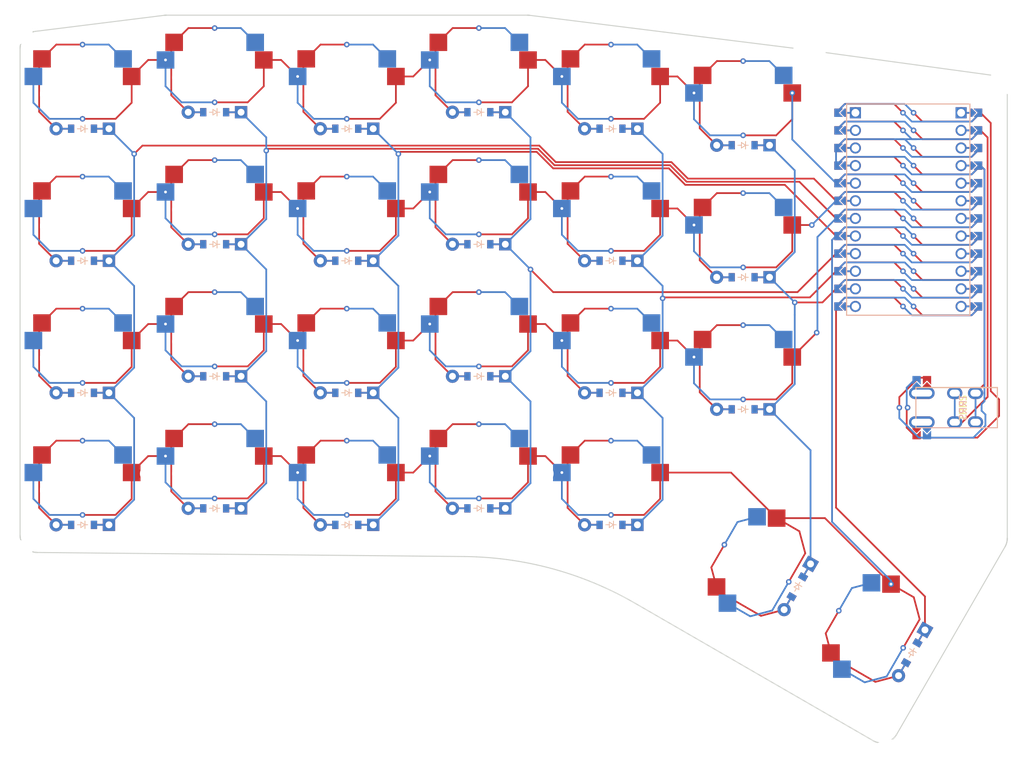
<source format=kicad_pcb>
(kicad_pcb (version 20171130) (host pcbnew "(5.1.9)-1")
  (title_block (title KEYBOARD_NAME_HERE) (rev VERSION_HERE) (company YOUR_NAME_HERE))
  (layers (0 F.Cu signal) (31 B.Cu signal) (34 B.Paste user) (35 F.Paste user) (36 B.SilkS user) (37 F.SilkS user) (38 B.Mask user) (39 F.Mask user) (44 Edge.Cuts user))
  (net 0 "")
  (net 1 0_5|0|0|0_key1)
  (net 2 row_3)
  (net 3 col_0)
  (net 4 0_5|0|0|0_key2)
  (net 5 row_2)
  (net 6 0_5|0|0|0_key3)
  (net 7 row_1)
  (net 8 0_5|0|0|0_key4)
  (net 9 row_0)
  (net 10 1_5|0|0|0_key5)
  (net 11 col_1)
  (net 12 1_5|0|0|0_key6)
  (net 13 1_5|0|0|0_key7)
  (net 14 1_5|0|0|0_key8)
  (net 15 2_5|0|0|0_key9)
  (net 16 col_2)
  (net 17 2_5|0|0|0_key10)
  (net 18 2_5|0|0|0_key11)
  (net 19 2_5|0|0|0_key12)
  (net 20 3_5|0|0|0_key13)
  (net 21 col_3)
  (net 22 3_5|0|0|0_key14)
  (net 23 3_5|0|0|0_key15)
  (net 24 3_5|0|0|0_key16)
  (net 25 4_5|0|0|0_key17)
  (net 26 col_4)
  (net 27 4_5|0|0|0_key18)
  (net 28 4_5|0|0|0_key19)
  (net 29 4_5|0|0|0_key20)
  (net 30 5_5|0|0|0_key21)
  (net 31 col_5)
  (net 32 5_5|0|0|0_key22)
  (net 33 5_5|0|0|0_key23)
  (net 34 5_625|-60|4_875|4_625_key24)
  (net 35 col_6)
  (net 36 5_625|-60|4_875|4_625_key25)
  (net 37 RAW)
  (net 38 GND)
  (net 39 RST)
  (net 40 VCC)
  (net 41 P21)
  (net 42 P1)
  (net 43 P0)
  (net 44 P6)
  (net 45 P7)
  (net 46 P8)
  (net 47 P9)
  (module keyboard_reversible:M2_standoff_hole (layer F.Cu) (at 266.234048 197.860996)
    (fp_text reference Ref**)
    (fp_text value Val**)
    (pad "" np_thru_hole circle (at 0 0) (size 4.75 4.75) (drill 4.75) (layers *.Cu *.Mask))
  )
  (module keyboard_reversible:M2_standoff_hole (layer F.Cu) (at 140.49434 92.86914)
    (fp_text reference Ref**)
    (fp_text value Val**)
    (pad "" np_thru_hole circle (at 0 0) (size 4.75 4.75) (drill 4.75) (layers *.Cu *.Mask))
  )
  (module keyboard_reversible:M2_standoff_hole (layer F.Cu) (at 140.49434 169.06946)
    (fp_text reference Ref**)
    (fp_text value Val**)
    (pad "" np_thru_hole circle (at 0 0) (size 4.75 4.75) (drill 4.75) (layers *.Cu *.Mask))
  )
  (module keyboard_reversible:M2_standoff_hole (layer F.Cu) (at 226.2197 169.06946)
    (fp_text reference Ref**)
    (fp_text value Val**)
    (pad "" np_thru_hole circle (at 0 0) (size 4.75 4.75) (drill 4.75) (layers *.Cu *.Mask))
  )
  (module keyboard_reversible:M2_standoff_hole (layer F.Cu) (at 273.8449 157.16316)
    (fp_text reference Ref**)
    (fp_text value Val**)
    (pad "" np_thru_hole circle (at 0 0) (size 4.75 4.75) (drill 4.75) (layers *.Cu *.Mask))
  )
  (module keyboard_reversible:M2_standoff_hole (layer F.Cu) (at 254.79482 96.44103)
    (fp_text reference Ref**)
    (fp_text value Val**)
    (pad "" np_thru_hole circle (at 0 0) (size 4.75 4.75) (drill 4.75) (layers *.Cu *.Mask))
  )
  (module keyboard_reversible:M2_standoff_hole (layer F.Cu) (at 283.36994 100.01292)
    (fp_text reference Ref**)
    (fp_text value Val**)
    (pad "" np_thru_hole circle (at 0 0) (size 4.75 4.75) (drill 4.75) (layers *.Cu *.Mask))
  )
  (module keyboard_reversible:M2_screw_hole (layer F.Cu) (at 264.31986 147.63812)
    (fp_text reference REF**)
    (fp_text value M2_screw_hole)
    (pad "" np_thru_hole circle (at 0 0) (size 2.5 2.5) (drill 2.5) (layers *.Cu *.Mask))
  )
  (module keyboard_reversible:M2_screw_hole (layer F.Cu) (at 257.005014 175.746162)
    (fp_text reference REF**)
    (fp_text value M2_screw_hole)
    (pad "" np_thru_hole circle (at 0 0) (size 2.5 2.5) (drill 2.5) (layers *.Cu *.Mask))
  )
  (module keyboard_reversible:M2_screw_hole (layer F.Cu) (at 235.74474 104.77544)
    (fp_text reference REF**)
    (fp_text value M2_screw_hole)
    (pad "" np_thru_hole circle (at 0 0) (size 2.5 2.5) (drill 2.5) (layers *.Cu *.Mask))
  )
  (module keyboard_reversible:M2_screw_hole (layer F.Cu) (at 216.69466 157.16316)
    (fp_text reference REF**)
    (fp_text value M2_screw_hole)
    (pad "" np_thru_hole circle (at 0 0) (size 2.5 2.5) (drill 2.5) (layers *.Cu *.Mask))
  )
  (module keyboard_reversible:M2_screw_hole (layer F.Cu) (at 197.64458 128.58804)
    (fp_text reference REF**)
    (fp_text value M2_screw_hole)
    (pad "" np_thru_hole circle (at 0 0) (size 2.5 2.5) (drill 2.5) (layers *.Cu *.Mask))
  )
  (module keyboard_reversible:M2_screw_hole (layer F.Cu) (at 159.54442 157.16316)
    (fp_text reference REF**)
    (fp_text value M2_screw_hole)
    (pad "" np_thru_hole circle (at 0 0) (size 2.5 2.5) (drill 2.5) (layers *.Cu *.Mask))
  )
  (module keyboard_reversible:M2_screw_hole (layer F.Cu) (at 159.54442 102.39418)
    (fp_text reference REF**)
    (fp_text value M2_screw_hole)
    (pad "" np_thru_hole circle (at 0 0) (size 2.5 2.5) (drill 2.5) (layers *.Cu *.Mask))
  )
  (module keyboard_reversible:PJ-320A (layer F.Cu) (at 282.08184 147.63788 270)
    (fp_text reference TRRS1 hide)
    (fp_text value PJ-320A hide)
    (fp_text user TRRS (at 0 5.08 90) (layer B.SilkS) (effects (justify mirror)))
    (fp_text user TRRS (at 0 5.08 90) (layer F.SilkS))
    (pad "" smd custom (at 3.302 11.8) (size 0.1 0.1) (layers F.Cu F.Mask) (clearance 0.1) (options (clearance outline) (anchor rect)) (primitives (gr_poly (pts (xy 0.6 -0.5) (xy -0.6 -0.5) (xy -0.6 -0.2) (xy 0 0.4) (xy 0.6 -0.2)) (width 0))))
    (pad A smd custom (at 4.318 11.8) (size 1.2 0.5) (layers F.Cu F.Mask) (net 42 P1) (clearance 0.1) (options (clearance outline) (anchor rect)) (primitives (gr_poly (pts (xy 0.6 0) (xy -0.6 0) (xy -0.6 -1) (xy 0 -0.4) (xy 0.6 -1)) (width 0))))
    (pad D smd custom (at -4.318 10.3 180) (size 1.2 0.5) (layers F.Cu F.Mask) (net 40 VCC) (clearance 0.1) (options (clearance outline) (anchor rect)) (primitives (gr_poly (pts (xy 0.6 0) (xy -0.6 0) (xy -0.6 -1) (xy 0 -0.4) (xy 0.6 -1)) (width 0))))
    (pad "" smd custom (at -3.302 10.3 180) (size 0.1 0.1) (layers F.Cu F.Mask) (clearance 0.1) (options (clearance outline) (anchor rect)) (primitives (gr_poly (pts (xy 0.6 -0.5) (xy -0.6 -0.5) (xy -0.6 -0.2) (xy 0 0.4) (xy 0.6 -0.2)) (width 0))))
    (pad "" smd custom (at 3.302 10.3) (size 0.1 0.1) (layers B.Cu B.Mask) (clearance 0.1) (options (clearance outline) (anchor rect)) (primitives (gr_poly (pts (xy 0.6 -0.5) (xy -0.6 -0.5) (xy -0.6 -0.2) (xy 0 0.4) (xy 0.6 -0.2)) (width 0))))
    (pad "" smd custom (at -3.302 11.8 180) (size 0.1 0.1) (layers B.Cu B.Mask) (clearance 0.1) (options (clearance outline) (anchor rect)) (primitives (gr_poly (pts (xy 0.6 -0.5) (xy -0.6 -0.5) (xy -0.6 -0.2) (xy 0 0.4) (xy 0.6 -0.2)) (width 0))))
    (pad "" thru_hole oval (at 2.1 11.05 90) (size 1.7 3.7) (drill oval 1 3) (layers *.Cu *.Mask) (clearance 0.15))
    (pad D smd custom (at 4.318 10.3) (size 1.2 0.5) (layers B.Cu B.Mask) (net 40 VCC) (clearance 0.1) (options (clearance outline) (anchor rect)) (primitives (gr_poly (pts (xy 0.6 0) (xy -0.6 0) (xy -0.6 -1) (xy 0 -0.4) (xy 0.6 -1)) (width 0))))
    (pad A smd custom (at -4.318 11.8 180) (size 1.2 0.5) (layers B.Cu B.Mask) (net 42 P1) (clearance 0.1) (options (clearance outline) (anchor rect)) (primitives (gr_poly (pts (xy 0.6 0) (xy -0.6 0) (xy -0.6 -1) (xy 0 -0.4) (xy 0.6 -1)) (width 0))))
    (pad "" np_thru_hole circle (at 0 1.5 90) (size 1.2 1.2) (drill 1.2) (layers *.Cu *.Mask))
    (pad C thru_hole oval (at -2.1 6.3 90) (size 1.7 2.2) (drill oval 1 1.5) (layers *.Cu F.Mask) (net 43 P0))
    (pad B thru_hole oval (at -2.1 3.3 90) (size 1.7 2.2) (drill oval 1 1.5) (layers *.Cu F.Mask) (net 38 GND))
    (pad "" np_thru_hole circle (at 0 8.5 90) (size 1.2 1.2) (drill 1.2) (layers *.Cu *.Mask))
    (pad "" thru_hole oval (at -2.1 11.05 90) (size 1.7 3.7) (drill oval 1 3) (layers *.Cu *.Mask) (clearance 0.15))
    (pad C thru_hole oval (at 2.1 6.3 270) (size 1.7 2.2) (drill oval 1 1.5) (layers *.Cu B.Mask) (net 43 P0))
    (pad B thru_hole oval (at 2.1 3.3 270) (size 1.7 2.2) (drill oval 1 1.5) (layers *.Cu B.Mask) (net 38 GND))
    (pad "" np_thru_hole circle (at 0 8.5 270) (size 1.2 1.2) (drill 1.2) (layers *.Cu *.Mask))
    (pad "" np_thru_hole circle (at 0 1.5 270) (size 1.2 1.2) (drill 1.2) (layers *.Cu *.Mask))
  )
  (module keyboard_reversible:ProMicro_routed (layer F.Cu) (at 269.08184 119.06288 270)
    (fp_text reference MCU1 hide)
    (fp_text value ProMicro_routed)
    (pad 13 smd custom (at 13.97 0.762 90) (size 0.25 0.25) (layers F.Cu) (net 35 col_6) (options (clearance outline) (anchor circle)) (primitives (gr_line (start 0 0) (end 1.27 -1.27) (width 0.25)) (gr_line (start 1.27 -1.27) (end 1.27 -8.382) (width 0.25)) (gr_line (start 1.27 -8.382) (end 0 -9.652) (width 0.25))))
    (pad 12 smd custom (at 13.97 -0.762 90) (size 0.25 0.25) (layers F.Cu) (net 47 P9) (options (clearance outline) (anchor circle)) (primitives (gr_line (start 0 0) (end -1.27 1.27) (width 0.25)) (gr_line (start -1.27 1.27) (end -1.27 8.382) (width 0.25)) (gr_line (start -1.27 8.382) (end 0 9.652) (width 0.25))))
    (pad 12 smd custom (at 13.97 -0.762 270) (size 0.25 0.25) (layers B.Cu) (net 47 P9) (options (clearance outline) (anchor circle)) (primitives (gr_line (start 0 0) (end -1.27 1.27) (width 0.25)) (gr_line (start -1.27 1.27) (end -1.27 9.906) (width 0.25)) (gr_line (start -1.27 9.906) (end 0 11.176) (width 0.25))))
    (pad 13 smd custom (at 13.97 0.762 90) (size 0.25 0.25) (layers B.Cu) (net 35 col_6) (options (clearance outline) (anchor circle)) (primitives (gr_line (start 0 0) (end -1.27 1.27) (width 0.25)) (gr_line (start -1.27 1.27) (end -1.27 9.906) (width 0.25)) (gr_line (start -1.27 9.906) (end 0 11.176) (width 0.25))))
    (pad 12 thru_hole circle (at 13.97 -0.762 90) (size 0.8 0.8) (drill 0.4) (layers *.Cu) (net 47 P9))
    (pad 13 thru_hole circle (at 13.97 0.762 90) (size 0.8 0.8) (drill 0.4) (layers *.Cu) (net 35 col_6))
    (pad 14 smd custom (at 11.43 0.762 90) (size 0.25 0.25) (layers F.Cu) (net 31 col_5) (options (clearance outline) (anchor circle)) (primitives (gr_line (start 0 0) (end 1.27 -1.27) (width 0.25)) (gr_line (start 1.27 -1.27) (end 1.27 -8.382) (width 0.25)) (gr_line (start 1.27 -8.382) (end 0 -9.652) (width 0.25))))
    (pad 11 smd custom (at 11.43 -0.762 90) (size 0.25 0.25) (layers F.Cu) (net 46 P8) (options (clearance outline) (anchor circle)) (primitives (gr_line (start 0 0) (end -1.27 1.27) (width 0.25)) (gr_line (start -1.27 1.27) (end -1.27 8.382) (width 0.25)) (gr_line (start -1.27 8.382) (end 0 9.652) (width 0.25))))
    (pad 11 smd custom (at 11.43 -0.762 270) (size 0.25 0.25) (layers B.Cu) (net 46 P8) (options (clearance outline) (anchor circle)) (primitives (gr_line (start 0 0) (end -1.27 1.27) (width 0.25)) (gr_line (start -1.27 1.27) (end -1.27 9.906) (width 0.25)) (gr_line (start -1.27 9.906) (end 0 11.176) (width 0.25))))
    (pad 14 smd custom (at 11.43 0.762 90) (size 0.25 0.25) (layers B.Cu) (net 31 col_5) (options (clearance outline) (anchor circle)) (primitives (gr_line (start 0 0) (end -1.27 1.27) (width 0.25)) (gr_line (start -1.27 1.27) (end -1.27 9.906) (width 0.25)) (gr_line (start -1.27 9.906) (end 0 11.176) (width 0.25))))
    (pad 11 thru_hole circle (at 11.43 -0.762 90) (size 0.8 0.8) (drill 0.4) (layers *.Cu) (net 46 P8))
    (pad 14 thru_hole circle (at 11.43 0.762 90) (size 0.8 0.8) (drill 0.4) (layers *.Cu) (net 31 col_5))
    (pad 15 smd custom (at 8.89 0.762 90) (size 0.25 0.25) (layers F.Cu) (net 26 col_4) (options (clearance outline) (anchor circle)) (primitives (gr_line (start 0 0) (end 1.27 -1.27) (width 0.25)) (gr_line (start 1.27 -1.27) (end 1.27 -8.382) (width 0.25)) (gr_line (start 1.27 -8.382) (end 0 -9.652) (width 0.25))))
    (pad 10 smd custom (at 8.89 -0.762 90) (size 0.25 0.25) (layers F.Cu) (net 45 P7) (options (clearance outline) (anchor circle)) (primitives (gr_line (start 0 0) (end -1.27 1.27) (width 0.25)) (gr_line (start -1.27 1.27) (end -1.27 8.382) (width 0.25)) (gr_line (start -1.27 8.382) (end 0 9.652) (width 0.25))))
    (pad 10 smd custom (at 8.89 -0.762 270) (size 0.25 0.25) (layers B.Cu) (net 45 P7) (options (clearance outline) (anchor circle)) (primitives (gr_line (start 0 0) (end -1.27 1.27) (width 0.25)) (gr_line (start -1.27 1.27) (end -1.27 9.906) (width 0.25)) (gr_line (start -1.27 9.906) (end 0 11.176) (width 0.25))))
    (pad 15 smd custom (at 8.89 0.762 90) (size 0.25 0.25) (layers B.Cu) (net 26 col_4) (options (clearance outline) (anchor circle)) (primitives (gr_line (start 0 0) (end -1.27 1.27) (width 0.25)) (gr_line (start -1.27 1.27) (end -1.27 9.906) (width 0.25)) (gr_line (start -1.27 9.906) (end 0 11.176) (width 0.25))))
    (pad 10 thru_hole circle (at 8.89 -0.762 90) (size 0.8 0.8) (drill 0.4) (layers *.Cu) (net 45 P7))
    (pad 15 thru_hole circle (at 8.89 0.762 90) (size 0.8 0.8) (drill 0.4) (layers *.Cu) (net 26 col_4))
    (pad 16 smd custom (at 6.35 0.762 90) (size 0.25 0.25) (layers F.Cu) (net 21 col_3) (options (clearance outline) (anchor circle)) (primitives (gr_line (start 0 0) (end 1.27 -1.27) (width 0.25)) (gr_line (start 1.27 -1.27) (end 1.27 -8.382) (width 0.25)) (gr_line (start 1.27 -8.382) (end 0 -9.652) (width 0.25))))
    (pad 9 smd custom (at 6.35 -0.762 90) (size 0.25 0.25) (layers F.Cu) (net 44 P6) (options (clearance outline) (anchor circle)) (primitives (gr_line (start 0 0) (end -1.27 1.27) (width 0.25)) (gr_line (start -1.27 1.27) (end -1.27 8.382) (width 0.25)) (gr_line (start -1.27 8.382) (end 0 9.652) (width 0.25))))
    (pad 9 smd custom (at 6.35 -0.762 270) (size 0.25 0.25) (layers B.Cu) (net 44 P6) (options (clearance outline) (anchor circle)) (primitives (gr_line (start 0 0) (end -1.27 1.27) (width 0.25)) (gr_line (start -1.27 1.27) (end -1.27 9.906) (width 0.25)) (gr_line (start -1.27 9.906) (end 0 11.176) (width 0.25))))
    (pad 16 smd custom (at 6.35 0.762 90) (size 0.25 0.25) (layers B.Cu) (net 21 col_3) (options (clearance outline) (anchor circle)) (primitives (gr_line (start 0 0) (end -1.27 1.27) (width 0.25)) (gr_line (start -1.27 1.27) (end -1.27 9.906) (width 0.25)) (gr_line (start -1.27 9.906) (end 0 11.176) (width 0.25))))
    (pad 9 thru_hole circle (at 6.35 -0.762 90) (size 0.8 0.8) (drill 0.4) (layers *.Cu) (net 44 P6))
    (pad 16 thru_hole circle (at 6.35 0.762 90) (size 0.8 0.8) (drill 0.4) (layers *.Cu) (net 21 col_3))
    (pad 17 smd custom (at 3.81 0.762 90) (size 0.25 0.25) (layers F.Cu) (net 16 col_2) (options (clearance outline) (anchor circle)) (primitives (gr_line (start 0 0) (end 1.27 -1.27) (width 0.25)) (gr_line (start 1.27 -1.27) (end 1.27 -8.382) (width 0.25)) (gr_line (start 1.27 -8.382) (end 0 -9.652) (width 0.25))))
    (pad 8 smd custom (at 3.81 -0.762 90) (size 0.25 0.25) (layers F.Cu) (net 2 row_3) (options (clearance outline) (anchor circle)) (primitives (gr_line (start 0 0) (end -1.27 1.27) (width 0.25)) (gr_line (start -1.27 1.27) (end -1.27 8.382) (width 0.25)) (gr_line (start -1.27 8.382) (end 0 9.652) (width 0.25))))
    (pad 8 smd custom (at 3.81 -0.762 270) (size 0.25 0.25) (layers B.Cu) (net 2 row_3) (options (clearance outline) (anchor circle)) (primitives (gr_line (start 0 0) (end -1.27 1.27) (width 0.25)) (gr_line (start -1.27 1.27) (end -1.27 9.906) (width 0.25)) (gr_line (start -1.27 9.906) (end 0 11.176) (width 0.25))))
    (pad 17 smd custom (at 3.81 0.762 90) (size 0.25 0.25) (layers B.Cu) (net 16 col_2) (options (clearance outline) (anchor circle)) (primitives (gr_line (start 0 0) (end -1.27 1.27) (width 0.25)) (gr_line (start -1.27 1.27) (end -1.27 9.906) (width 0.25)) (gr_line (start -1.27 9.906) (end 0 11.176) (width 0.25))))
    (pad 8 thru_hole circle (at 3.81 -0.762 90) (size 0.8 0.8) (drill 0.4) (layers *.Cu) (net 2 row_3))
    (pad 17 thru_hole circle (at 3.81 0.762 90) (size 0.8 0.8) (drill 0.4) (layers *.Cu) (net 16 col_2))
    (pad 18 smd custom (at 1.27 0.762 90) (size 0.25 0.25) (layers F.Cu) (net 11 col_1) (options (clearance outline) (anchor circle)) (primitives (gr_line (start 0 0) (end 1.27 -1.27) (width 0.25)) (gr_line (start 1.27 -1.27) (end 1.27 -8.382) (width 0.25)) (gr_line (start 1.27 -8.382) (end 0 -9.652) (width 0.25))))
    (pad 7 smd custom (at 1.27 -0.762 90) (size 0.25 0.25) (layers F.Cu) (net 5 row_2) (options (clearance outline) (anchor circle)) (primitives (gr_line (start 0 0) (end -1.27 1.27) (width 0.25)) (gr_line (start -1.27 1.27) (end -1.27 8.382) (width 0.25)) (gr_line (start -1.27 8.382) (end 0 9.652) (width 0.25))))
    (pad 7 smd custom (at 1.27 -0.762 270) (size 0.25 0.25) (layers B.Cu) (net 5 row_2) (options (clearance outline) (anchor circle)) (primitives (gr_line (start 0 0) (end -1.27 1.27) (width 0.25)) (gr_line (start -1.27 1.27) (end -1.27 9.906) (width 0.25)) (gr_line (start -1.27 9.906) (end 0 11.176) (width 0.25))))
    (pad 18 smd custom (at 1.27 0.762 90) (size 0.25 0.25) (layers B.Cu) (net 11 col_1) (options (clearance outline) (anchor circle)) (primitives (gr_line (start 0 0) (end -1.27 1.27) (width 0.25)) (gr_line (start -1.27 1.27) (end -1.27 9.906) (width 0.25)) (gr_line (start -1.27 9.906) (end 0 11.176) (width 0.25))))
    (pad 7 thru_hole circle (at 1.27 -0.762 90) (size 0.8 0.8) (drill 0.4) (layers *.Cu) (net 5 row_2))
    (pad 18 thru_hole circle (at 1.27 0.762 90) (size 0.8 0.8) (drill 0.4) (layers *.Cu) (net 11 col_1))
    (pad 19 smd custom (at -1.27 0.762 90) (size 0.25 0.25) (layers F.Cu) (net 3 col_0) (options (clearance outline) (anchor circle)) (primitives (gr_line (start 0 0) (end 1.27 -1.27) (width 0.25)) (gr_line (start 1.27 -1.27) (end 1.27 -8.382) (width 0.25)) (gr_line (start 1.27 -8.382) (end 0 -9.652) (width 0.25))))
    (pad 6 smd custom (at -1.27 -0.762 90) (size 0.25 0.25) (layers F.Cu) (net 7 row_1) (options (clearance outline) (anchor circle)) (primitives (gr_line (start 0 0) (end -1.27 1.27) (width 0.25)) (gr_line (start -1.27 1.27) (end -1.27 8.382) (width 0.25)) (gr_line (start -1.27 8.382) (end 0 9.652) (width 0.25))))
    (pad 6 smd custom (at -1.27 -0.762 270) (size 0.25 0.25) (layers B.Cu) (net 7 row_1) (options (clearance outline) (anchor circle)) (primitives (gr_line (start 0 0) (end -1.27 1.27) (width 0.25)) (gr_line (start -1.27 1.27) (end -1.27 9.906) (width 0.25)) (gr_line (start -1.27 9.906) (end 0 11.176) (width 0.25))))
    (pad 19 smd custom (at -1.27 0.762 90) (size 0.25 0.25) (layers B.Cu) (net 3 col_0) (options (clearance outline) (anchor circle)) (primitives (gr_line (start 0 0) (end -1.27 1.27) (width 0.25)) (gr_line (start -1.27 1.27) (end -1.27 9.906) (width 0.25)) (gr_line (start -1.27 9.906) (end 0 11.176) (width 0.25))))
    (pad 6 thru_hole circle (at -1.27 -0.762 90) (size 0.8 0.8) (drill 0.4) (layers *.Cu) (net 7 row_1))
    (pad 19 thru_hole circle (at -1.27 0.762 90) (size 0.8 0.8) (drill 0.4) (layers *.Cu) (net 3 col_0))
    (pad 20 smd custom (at -3.81 0.762 90) (size 0.25 0.25) (layers F.Cu) (net 41 P21) (options (clearance outline) (anchor circle)) (primitives (gr_line (start 0 0) (end 1.27 -1.27) (width 0.25)) (gr_line (start 1.27 -1.27) (end 1.27 -8.382) (width 0.25)) (gr_line (start 1.27 -8.382) (end 0 -9.652) (width 0.25))))
    (pad 5 smd custom (at -3.81 -0.762 90) (size 0.25 0.25) (layers F.Cu) (net 9 row_0) (options (clearance outline) (anchor circle)) (primitives (gr_line (start 0 0) (end -1.27 1.27) (width 0.25)) (gr_line (start -1.27 1.27) (end -1.27 8.382) (width 0.25)) (gr_line (start -1.27 8.382) (end 0 9.652) (width 0.25))))
    (pad 5 smd custom (at -3.81 -0.762 270) (size 0.25 0.25) (layers B.Cu) (net 9 row_0) (options (clearance outline) (anchor circle)) (primitives (gr_line (start 0 0) (end -1.27 1.27) (width 0.25)) (gr_line (start -1.27 1.27) (end -1.27 9.906) (width 0.25)) (gr_line (start -1.27 9.906) (end 0 11.176) (width 0.25))))
    (pad 20 smd custom (at -3.81 0.762 90) (size 0.25 0.25) (layers B.Cu) (net 41 P21) (options (clearance outline) (anchor circle)) (primitives (gr_line (start 0 0) (end -1.27 1.27) (width 0.25)) (gr_line (start -1.27 1.27) (end -1.27 9.906) (width 0.25)) (gr_line (start -1.27 9.906) (end 0 11.176) (width 0.25))))
    (pad 5 thru_hole circle (at -3.81 -0.762 90) (size 0.8 0.8) (drill 0.4) (layers *.Cu) (net 9 row_0))
    (pad 20 thru_hole circle (at -3.81 0.762 90) (size 0.8 0.8) (drill 0.4) (layers *.Cu) (net 41 P21))
    (pad 21 smd custom (at -6.35 0.762 90) (size 0.25 0.25) (layers F.Cu) (net 40 VCC) (options (clearance outline) (anchor circle)) (primitives (gr_line (start 0 0) (end 1.27 -1.27) (width 0.25)) (gr_line (start 1.27 -1.27) (end 1.27 -8.382) (width 0.25)) (gr_line (start 1.27 -8.382) (end 0 -9.652) (width 0.25))))
    (pad 4 smd custom (at -6.35 -0.762 90) (size 0.25 0.25) (layers F.Cu) (net 38 GND) (options (clearance outline) (anchor circle)) (primitives (gr_line (start 0 0) (end -1.27 1.27) (width 0.25)) (gr_line (start -1.27 1.27) (end -1.27 8.382) (width 0.25)) (gr_line (start -1.27 8.382) (end 0 9.652) (width 0.25))))
    (pad 4 smd custom (at -6.35 -0.762 270) (size 0.25 0.25) (layers B.Cu) (net 38 GND) (options (clearance outline) (anchor circle)) (primitives (gr_line (start 0 0) (end -1.27 1.27) (width 0.25)) (gr_line (start -1.27 1.27) (end -1.27 9.906) (width 0.25)) (gr_line (start -1.27 9.906) (end 0 11.176) (width 0.25))))
    (pad 21 smd custom (at -6.35 0.762 90) (size 0.25 0.25) (layers B.Cu) (net 40 VCC) (options (clearance outline) (anchor circle)) (primitives (gr_line (start 0 0) (end -1.27 1.27) (width 0.25)) (gr_line (start -1.27 1.27) (end -1.27 9.906) (width 0.25)) (gr_line (start -1.27 9.906) (end 0 11.176) (width 0.25))))
    (pad 4 thru_hole circle (at -6.35 -0.762 90) (size 0.8 0.8) (drill 0.4) (layers *.Cu) (net 38 GND))
    (pad 21 thru_hole circle (at -6.35 0.762 90) (size 0.8 0.8) (drill 0.4) (layers *.Cu) (net 40 VCC))
    (pad 22 smd custom (at -8.89 0.762 90) (size 0.25 0.25) (layers F.Cu) (net 39 RST) (options (clearance outline) (anchor circle)) (primitives (gr_line (start 0 0) (end 1.27 -1.27) (width 0.25)) (gr_line (start 1.27 -1.27) (end 1.27 -8.382) (width 0.25)) (gr_line (start 1.27 -8.382) (end 0 -9.652) (width 0.25))))
    (pad 3 smd custom (at -8.89 -0.762 90) (size 0.25 0.25) (layers F.Cu) (net 38 GND) (options (clearance outline) (anchor circle)) (primitives (gr_line (start 0 0) (end -1.27 1.27) (width 0.25)) (gr_line (start -1.27 1.27) (end -1.27 8.382) (width 0.25)) (gr_line (start -1.27 8.382) (end 0 9.652) (width 0.25))))
    (pad 3 smd custom (at -8.89 -0.762 270) (size 0.25 0.25) (layers B.Cu) (net 38 GND) (options (clearance outline) (anchor circle)) (primitives (gr_line (start 0 0) (end -1.27 1.27) (width 0.25)) (gr_line (start -1.27 1.27) (end -1.27 9.906) (width 0.25)) (gr_line (start -1.27 9.906) (end 0 11.176) (width 0.25))))
    (pad 22 smd custom (at -8.89 0.762 90) (size 0.25 0.25) (layers B.Cu) (net 39 RST) (options (clearance outline) (anchor circle)) (primitives (gr_line (start 0 0) (end -1.27 1.27) (width 0.25)) (gr_line (start -1.27 1.27) (end -1.27 9.906) (width 0.25)) (gr_line (start -1.27 9.906) (end 0 11.176) (width 0.25))))
    (pad 3 thru_hole circle (at -8.89 -0.762 90) (size 0.8 0.8) (drill 0.4) (layers *.Cu) (net 38 GND))
    (pad 22 thru_hole circle (at -8.89 0.762 90) (size 0.8 0.8) (drill 0.4) (layers *.Cu) (net 39 RST))
    (pad 24 smd custom (at -13.97 0.762 90) (size 0.25 0.25) (layers F.Cu) (net 37 RAW) (options (clearance outline) (anchor circle)) (primitives (gr_line (start 0 0) (end 1.27 -1.27) (width 0.25)) (gr_line (start 1.27 -1.27) (end 1.27 -8.382) (width 0.25)) (gr_line (start 1.27 -8.382) (end 0 -9.652) (width 0.25))))
    (pad 1 smd custom (at -13.97 -0.762 90) (size 0.25 0.25) (layers F.Cu) (net 42 P1) (options (clearance outline) (anchor circle)) (primitives (gr_line (start 0 0) (end -1.27 1.27) (width 0.25)) (gr_line (start -1.27 1.27) (end -1.27 8.382) (width 0.25)) (gr_line (start -1.27 8.382) (end 0 9.652) (width 0.25))))
    (pad 1 smd custom (at -13.97 -0.762 270) (size 0.25 0.25) (layers B.Cu) (net 42 P1) (options (clearance outline) (anchor circle)) (primitives (gr_line (start 0 0) (end -1.27 1.27) (width 0.25)) (gr_line (start -1.27 1.27) (end -1.27 9.906) (width 0.25)) (gr_line (start -1.27 9.906) (end 0 11.176) (width 0.25))))
    (pad 24 smd custom (at -13.97 0.762 90) (size 0.25 0.25) (layers B.Cu) (net 37 RAW) (options (clearance outline) (anchor circle)) (primitives (gr_line (start 0 0) (end -1.27 1.27) (width 0.25)) (gr_line (start -1.27 1.27) (end -1.27 9.906) (width 0.25)) (gr_line (start -1.27 9.906) (end 0 11.176) (width 0.25))))
    (pad 1 thru_hole circle (at -13.97 -0.762 90) (size 0.8 0.8) (drill 0.4) (layers *.Cu) (net 42 P1))
    (pad 24 thru_hole circle (at -13.97 0.762 90) (size 0.8 0.8) (drill 0.4) (layers *.Cu) (net 37 RAW))
    (pad 23 thru_hole circle (at -11.43 0.762 90) (size 0.8 0.8) (drill 0.4) (layers *.Cu) (net 38 GND))
    (pad 2 thru_hole circle (at -11.43 -0.762 90) (size 0.8 0.8) (drill 0.4) (layers *.Cu) (net 43 P0))
    (pad 2 smd custom (at -11.43 -0.762 270) (size 0.25 0.25) (layers B.Cu) (net 43 P0) (options (clearance outline) (anchor circle)) (primitives (gr_line (start 0 0) (end -1.27 1.27) (width 0.25)) (gr_line (start -1.27 1.27) (end -1.27 9.906) (width 0.25)) (gr_line (start -1.27 9.906) (end 0 11.176) (width 0.25))))
    (pad 23 smd custom (at -11.43 0.762 90) (size 0.25 0.25) (layers B.Cu) (net 38 GND) (options (clearance outline) (anchor circle)) (primitives (gr_line (start 0 0) (end -1.27 1.27) (width 0.25)) (gr_line (start -1.27 1.27) (end -1.27 9.906) (width 0.25)) (gr_line (start -1.27 9.906) (end 0 11.176) (width 0.25))))
    (pad 23 smd custom (at -11.43 0.762 90) (size 0.25 0.25) (layers F.Cu) (net 38 GND) (options (clearance outline) (anchor circle)) (primitives (gr_line (start 0 0) (end 1.27 -1.27) (width 0.25)) (gr_line (start 1.27 -1.27) (end 1.27 -8.382) (width 0.25)) (gr_line (start 1.27 -8.382) (end 0 -9.652) (width 0.25))))
    (pad "" smd custom (at 13.97 -9.398 90) (size 0.1 0.1) (layers B.Cu B.Mask) (clearance 0.1) (options (clearance outline) (anchor rect)) (primitives (gr_poly (pts (xy 0.6 -0.4) (xy -0.6 -0.4) (xy -0.6 -0.2) (xy 0 0.4) (xy 0.6 -0.2)) (width 0))))
    (pad "" smd custom (at 13.97 -8.89 90) (size 0.25 1) (layers B.Cu) (options (clearance outline) (anchor rect)) (primitives))
    (pad 13 smd custom (at 13.97 -10.414 90) (size 1.2 0.5) (layers B.Cu B.Mask) (net 35 col_6) (clearance 0.1) (options (clearance outline) (anchor rect)) (primitives (gr_poly (pts (xy 0.6 0) (xy -0.6 0) (xy -0.6 -1) (xy 0 -0.4) (xy 0.6 -1)) (width 0))))
    (pad "" smd custom (at 11.43 -9.398 90) (size 0.1 0.1) (layers B.Cu B.Mask) (clearance 0.1) (options (clearance outline) (anchor rect)) (primitives (gr_poly (pts (xy 0.6 -0.4) (xy -0.6 -0.4) (xy -0.6 -0.2) (xy 0 0.4) (xy 0.6 -0.2)) (width 0))))
    (pad "" smd custom (at 11.43 -8.89 90) (size 0.25 1) (layers B.Cu) (options (clearance outline) (anchor rect)) (primitives))
    (pad 14 smd custom (at 11.43 -10.414 90) (size 1.2 0.5) (layers B.Cu B.Mask) (net 31 col_5) (clearance 0.1) (options (clearance outline) (anchor rect)) (primitives (gr_poly (pts (xy 0.6 0) (xy -0.6 0) (xy -0.6 -1) (xy 0 -0.4) (xy 0.6 -1)) (width 0))))
    (pad "" smd custom (at 8.89 -9.398 90) (size 0.1 0.1) (layers B.Cu B.Mask) (clearance 0.1) (options (clearance outline) (anchor rect)) (primitives (gr_poly (pts (xy 0.6 -0.4) (xy -0.6 -0.4) (xy -0.6 -0.2) (xy 0 0.4) (xy 0.6 -0.2)) (width 0))))
    (pad "" smd custom (at 8.89 -8.89 90) (size 0.25 1) (layers B.Cu) (options (clearance outline) (anchor rect)) (primitives))
    (pad 15 smd custom (at 8.89 -10.414 90) (size 1.2 0.5) (layers B.Cu B.Mask) (net 26 col_4) (clearance 0.1) (options (clearance outline) (anchor rect)) (primitives (gr_poly (pts (xy 0.6 0) (xy -0.6 0) (xy -0.6 -1) (xy 0 -0.4) (xy 0.6 -1)) (width 0))))
    (pad "" smd custom (at 6.35 -9.398 90) (size 0.1 0.1) (layers B.Cu B.Mask) (clearance 0.1) (options (clearance outline) (anchor rect)) (primitives (gr_poly (pts (xy 0.6 -0.4) (xy -0.6 -0.4) (xy -0.6 -0.2) (xy 0 0.4) (xy 0.6 -0.2)) (width 0))))
    (pad "" smd custom (at 6.35 -8.89 90) (size 0.25 1) (layers B.Cu) (options (clearance outline) (anchor rect)) (primitives))
    (pad 16 smd custom (at 6.35 -10.414 90) (size 1.2 0.5) (layers B.Cu B.Mask) (net 21 col_3) (clearance 0.1) (options (clearance outline) (anchor rect)) (primitives (gr_poly (pts (xy 0.6 0) (xy -0.6 0) (xy -0.6 -1) (xy 0 -0.4) (xy 0.6 -1)) (width 0))))
    (pad "" smd custom (at 3.81 -9.398 90) (size 0.1 0.1) (layers B.Cu B.Mask) (clearance 0.1) (options (clearance outline) (anchor rect)) (primitives (gr_poly (pts (xy 0.6 -0.4) (xy -0.6 -0.4) (xy -0.6 -0.2) (xy 0 0.4) (xy 0.6 -0.2)) (width 0))))
    (pad "" smd custom (at 3.81 -8.89 90) (size 0.25 1) (layers B.Cu) (options (clearance outline) (anchor rect)) (primitives))
    (pad 17 smd custom (at 3.81 -10.414 90) (size 1.2 0.5) (layers B.Cu B.Mask) (net 16 col_2) (clearance 0.1) (options (clearance outline) (anchor rect)) (primitives (gr_poly (pts (xy 0.6 0) (xy -0.6 0) (xy -0.6 -1) (xy 0 -0.4) (xy 0.6 -1)) (width 0))))
    (pad "" smd custom (at 1.27 -9.398 90) (size 0.1 0.1) (layers B.Cu B.Mask) (clearance 0.1) (options (clearance outline) (anchor rect)) (primitives (gr_poly (pts (xy 0.6 -0.4) (xy -0.6 -0.4) (xy -0.6 -0.2) (xy 0 0.4) (xy 0.6 -0.2)) (width 0))))
    (pad "" smd custom (at 1.27 -8.89 90) (size 0.25 1) (layers B.Cu) (options (clearance outline) (anchor rect)) (primitives))
    (pad 18 smd custom (at 1.27 -10.414 90) (size 1.2 0.5) (layers B.Cu B.Mask) (net 11 col_1) (clearance 0.1) (options (clearance outline) (anchor rect)) (primitives (gr_poly (pts (xy 0.6 0) (xy -0.6 0) (xy -0.6 -1) (xy 0 -0.4) (xy 0.6 -1)) (width 0))))
    (pad "" smd custom (at -1.27 -9.398 90) (size 0.1 0.1) (layers B.Cu B.Mask) (clearance 0.1) (options (clearance outline) (anchor rect)) (primitives (gr_poly (pts (xy 0.6 -0.4) (xy -0.6 -0.4) (xy -0.6 -0.2) (xy 0 0.4) (xy 0.6 -0.2)) (width 0))))
    (pad "" smd custom (at -1.27 -8.89 90) (size 0.25 1) (layers B.Cu) (options (clearance outline) (anchor rect)) (primitives))
    (pad 19 smd custom (at -1.27 -10.414 90) (size 1.2 0.5) (layers B.Cu B.Mask) (net 3 col_0) (clearance 0.1) (options (clearance outline) (anchor rect)) (primitives (gr_poly (pts (xy 0.6 0) (xy -0.6 0) (xy -0.6 -1) (xy 0 -0.4) (xy 0.6 -1)) (width 0))))
    (pad "" smd custom (at -3.81 -9.398 90) (size 0.1 0.1) (layers B.Cu B.Mask) (clearance 0.1) (options (clearance outline) (anchor rect)) (primitives (gr_poly (pts (xy 0.6 -0.4) (xy -0.6 -0.4) (xy -0.6 -0.2) (xy 0 0.4) (xy 0.6 -0.2)) (width 0))))
    (pad "" smd custom (at -3.81 -8.89 90) (size 0.25 1) (layers B.Cu) (options (clearance outline) (anchor rect)) (primitives))
    (pad 20 smd custom (at -3.81 -10.414 90) (size 1.2 0.5) (layers B.Cu B.Mask) (net 41 P21) (clearance 0.1) (options (clearance outline) (anchor rect)) (primitives (gr_poly (pts (xy 0.6 0) (xy -0.6 0) (xy -0.6 -1) (xy 0 -0.4) (xy 0.6 -1)) (width 0))))
    (pad "" smd custom (at -6.35 -9.398 90) (size 0.1 0.1) (layers B.Cu B.Mask) (clearance 0.1) (options (clearance outline) (anchor rect)) (primitives (gr_poly (pts (xy 0.6 -0.4) (xy -0.6 -0.4) (xy -0.6 -0.2) (xy 0 0.4) (xy 0.6 -0.2)) (width 0))))
    (pad "" smd custom (at -6.35 -8.89 90) (size 0.25 1) (layers B.Cu) (options (clearance outline) (anchor rect)) (primitives))
    (pad 21 smd custom (at -6.35 -10.414 90) (size 1.2 0.5) (layers B.Cu B.Mask) (net 40 VCC) (clearance 0.1) (options (clearance outline) (anchor rect)) (primitives (gr_poly (pts (xy 0.6 0) (xy -0.6 0) (xy -0.6 -1) (xy 0 -0.4) (xy 0.6 -1)) (width 0))))
    (pad "" smd custom (at -8.89 -9.398 90) (size 0.1 0.1) (layers B.Cu B.Mask) (clearance 0.1) (options (clearance outline) (anchor rect)) (primitives (gr_poly (pts (xy 0.6 -0.4) (xy -0.6 -0.4) (xy -0.6 -0.2) (xy 0 0.4) (xy 0.6 -0.2)) (width 0))))
    (pad "" smd custom (at -8.89 -8.89 90) (size 0.25 1) (layers B.Cu) (options (clearance outline) (anchor rect)) (primitives))
    (pad 22 smd custom (at -8.89 -10.414 90) (size 1.2 0.5) (layers B.Cu B.Mask) (net 39 RST) (clearance 0.1) (options (clearance outline) (anchor rect)) (primitives (gr_poly (pts (xy 0.6 0) (xy -0.6 0) (xy -0.6 -1) (xy 0 -0.4) (xy 0.6 -1)) (width 0))))
    (pad "" smd custom (at -11.43 -9.398 90) (size 0.1 0.1) (layers B.Cu B.Mask) (clearance 0.1) (options (clearance outline) (anchor rect)) (primitives (gr_poly (pts (xy 0.6 -0.4) (xy -0.6 -0.4) (xy -0.6 -0.2) (xy 0 0.4) (xy 0.6 -0.2)) (width 0))))
    (pad "" smd custom (at -11.43 -8.89 90) (size 0.25 1) (layers B.Cu) (options (clearance outline) (anchor rect)) (primitives))
    (pad 23 smd custom (at -11.43 -10.414 90) (size 1.2 0.5) (layers B.Cu B.Mask) (net 38 GND) (clearance 0.1) (options (clearance outline) (anchor rect)) (primitives (gr_poly (pts (xy 0.6 0) (xy -0.6 0) (xy -0.6 -1) (xy 0 -0.4) (xy 0.6 -1)) (width 0))))
    (pad 24 smd custom (at -13.97 -10.414 90) (size 1.2 0.5) (layers B.Cu B.Mask) (net 37 RAW) (clearance 0.1) (options (clearance outline) (anchor rect)) (primitives (gr_poly (pts (xy 0.6 0) (xy -0.6 0) (xy -0.6 -1) (xy 0 -0.4) (xy 0.6 -1)) (width 0))))
    (pad "" smd custom (at -13.97 -9.398 90) (size 0.1 0.1) (layers B.Cu B.Mask) (clearance 0.1) (options (clearance outline) (anchor rect)) (primitives (gr_poly (pts (xy 0.6 -0.4) (xy -0.6 -0.4) (xy -0.6 -0.2) (xy 0 0.4) (xy 0.6 -0.2)) (width 0))))
    (pad "" smd custom (at -13.97 -8.89 90) (size 0.25 1) (layers B.Cu) (options (clearance outline) (anchor rect)) (primitives))
    (pad 12 smd custom (at 13.97 10.414 270) (size 1.2 0.5) (layers B.Cu B.Mask) (net 47 P9) (clearance 0.1) (options (clearance outline) (anchor rect)) (primitives (gr_poly (pts (xy 0.6 0) (xy -0.6 0) (xy -0.6 -1) (xy 0 -0.4) (xy 0.6 -1)) (width 0))))
    (pad "" smd custom (at 13.97 9.398 270) (size 0.1 0.1) (layers B.Cu B.Mask) (clearance 0.1) (options (clearance outline) (anchor rect)) (primitives (gr_poly (pts (xy 0.6 -0.4) (xy -0.6 -0.4) (xy -0.6 -0.2) (xy 0 0.4) (xy 0.6 -0.2)) (width 0))))
    (pad "" smd custom (at 13.97 8.89 270) (size 0.25 1) (layers B.Cu) (options (clearance outline) (anchor rect)) (primitives))
    (pad 11 smd custom (at 11.43 10.414 270) (size 1.2 0.5) (layers B.Cu B.Mask) (net 46 P8) (clearance 0.1) (options (clearance outline) (anchor rect)) (primitives (gr_poly (pts (xy 0.6 0) (xy -0.6 0) (xy -0.6 -1) (xy 0 -0.4) (xy 0.6 -1)) (width 0))))
    (pad "" smd custom (at 11.43 9.398 270) (size 0.1 0.1) (layers B.Cu B.Mask) (clearance 0.1) (options (clearance outline) (anchor rect)) (primitives (gr_poly (pts (xy 0.6 -0.4) (xy -0.6 -0.4) (xy -0.6 -0.2) (xy 0 0.4) (xy 0.6 -0.2)) (width 0))))
    (pad "" smd custom (at 11.43 8.89 270) (size 0.25 1) (layers B.Cu) (options (clearance outline) (anchor rect)) (primitives))
    (pad 10 smd custom (at 8.89 10.414 270) (size 1.2 0.5) (layers B.Cu B.Mask) (net 45 P7) (clearance 0.1) (options (clearance outline) (anchor rect)) (primitives (gr_poly (pts (xy 0.6 0) (xy -0.6 0) (xy -0.6 -1) (xy 0 -0.4) (xy 0.6 -1)) (width 0))))
    (pad "" smd custom (at 8.89 9.398 270) (size 0.1 0.1) (layers B.Cu B.Mask) (clearance 0.1) (options (clearance outline) (anchor rect)) (primitives (gr_poly (pts (xy 0.6 -0.4) (xy -0.6 -0.4) (xy -0.6 -0.2) (xy 0 0.4) (xy 0.6 -0.2)) (width 0))))
    (pad "" smd custom (at 8.89 8.89 270) (size 0.25 1) (layers B.Cu) (options (clearance outline) (anchor rect)) (primitives))
    (pad 9 smd custom (at 6.35 10.414 270) (size 1.2 0.5) (layers B.Cu B.Mask) (net 44 P6) (clearance 0.1) (options (clearance outline) (anchor rect)) (primitives (gr_poly (pts (xy 0.6 0) (xy -0.6 0) (xy -0.6 -1) (xy 0 -0.4) (xy 0.6 -1)) (width 0))))
    (pad "" smd custom (at 6.35 9.398 270) (size 0.1 0.1) (layers B.Cu B.Mask) (clearance 0.1) (options (clearance outline) (anchor rect)) (primitives (gr_poly (pts (xy 0.6 -0.4) (xy -0.6 -0.4) (xy -0.6 -0.2) (xy 0 0.4) (xy 0.6 -0.2)) (width 0))))
    (pad "" smd custom (at 6.35 8.89 270) (size 0.25 1) (layers B.Cu) (options (clearance outline) (anchor rect)) (primitives))
    (pad 8 smd custom (at 3.81 10.414 270) (size 1.2 0.5) (layers B.Cu B.Mask) (net 2 row_3) (clearance 0.1) (options (clearance outline) (anchor rect)) (primitives (gr_poly (pts (xy 0.6 0) (xy -0.6 0) (xy -0.6 -1) (xy 0 -0.4) (xy 0.6 -1)) (width 0))))
    (pad "" smd custom (at 3.81 9.398 270) (size 0.1 0.1) (layers B.Cu B.Mask) (clearance 0.1) (options (clearance outline) (anchor rect)) (primitives (gr_poly (pts (xy 0.6 -0.4) (xy -0.6 -0.4) (xy -0.6 -0.2) (xy 0 0.4) (xy 0.6 -0.2)) (width 0))))
    (pad "" smd custom (at 3.81 8.89 270) (size 0.25 1) (layers B.Cu) (options (clearance outline) (anchor rect)) (primitives))
    (pad 7 smd custom (at 1.27 10.414 270) (size 1.2 0.5) (layers B.Cu B.Mask) (net 5 row_2) (clearance 0.1) (options (clearance outline) (anchor rect)) (primitives (gr_poly (pts (xy 0.6 0) (xy -0.6 0) (xy -0.6 -1) (xy 0 -0.4) (xy 0.6 -1)) (width 0))))
    (pad "" smd custom (at 1.27 9.398 270) (size 0.1 0.1) (layers B.Cu B.Mask) (clearance 0.1) (options (clearance outline) (anchor rect)) (primitives (gr_poly (pts (xy 0.6 -0.4) (xy -0.6 -0.4) (xy -0.6 -0.2) (xy 0 0.4) (xy 0.6 -0.2)) (width 0))))
    (pad "" smd custom (at 1.27 8.89 270) (size 0.25 1) (layers B.Cu) (options (clearance outline) (anchor rect)) (primitives))
    (pad 6 smd custom (at -1.27 10.414 270) (size 1.2 0.5) (layers B.Cu B.Mask) (net 7 row_1) (clearance 0.1) (options (clearance outline) (anchor rect)) (primitives (gr_poly (pts (xy 0.6 0) (xy -0.6 0) (xy -0.6 -1) (xy 0 -0.4) (xy 0.6 -1)) (width 0))))
    (pad "" smd custom (at -1.27 9.398 270) (size 0.1 0.1) (layers B.Cu B.Mask) (clearance 0.1) (options (clearance outline) (anchor rect)) (primitives (gr_poly (pts (xy 0.6 -0.4) (xy -0.6 -0.4) (xy -0.6 -0.2) (xy 0 0.4) (xy 0.6 -0.2)) (width 0))))
    (pad "" smd custom (at -1.27 8.89 270) (size 0.25 1) (layers B.Cu) (options (clearance outline) (anchor rect)) (primitives))
    (pad 5 smd custom (at -3.81 10.414 270) (size 1.2 0.5) (layers B.Cu B.Mask) (net 9 row_0) (clearance 0.1) (options (clearance outline) (anchor rect)) (primitives (gr_poly (pts (xy 0.6 0) (xy -0.6 0) (xy -0.6 -1) (xy 0 -0.4) (xy 0.6 -1)) (width 0))))
    (pad "" smd custom (at -3.81 9.398 270) (size 0.1 0.1) (layers B.Cu B.Mask) (clearance 0.1) (options (clearance outline) (anchor rect)) (primitives (gr_poly (pts (xy 0.6 -0.4) (xy -0.6 -0.4) (xy -0.6 -0.2) (xy 0 0.4) (xy 0.6 -0.2)) (width 0))))
    (pad "" smd custom (at -3.81 8.89 270) (size 0.25 1) (layers B.Cu) (options (clearance outline) (anchor rect)) (primitives))
    (pad 4 smd custom (at -6.35 10.414 270) (size 1.2 0.5) (layers B.Cu B.Mask) (net 38 GND) (clearance 0.1) (options (clearance outline) (anchor rect)) (primitives (gr_poly (pts (xy 0.6 0) (xy -0.6 0) (xy -0.6 -1) (xy 0 -0.4) (xy 0.6 -1)) (width 0))))
    (pad "" smd custom (at -6.35 9.398 270) (size 0.1 0.1) (layers B.Cu B.Mask) (clearance 0.1) (options (clearance outline) (anchor rect)) (primitives (gr_poly (pts (xy 0.6 -0.4) (xy -0.6 -0.4) (xy -0.6 -0.2) (xy 0 0.4) (xy 0.6 -0.2)) (width 0))))
    (pad "" smd custom (at -6.35 8.89 270) (size 0.25 1) (layers B.Cu) (options (clearance outline) (anchor rect)) (primitives))
    (pad 3 smd custom (at -8.89 10.414 270) (size 1.2 0.5) (layers B.Cu B.Mask) (net 38 GND) (clearance 0.1) (options (clearance outline) (anchor rect)) (primitives (gr_poly (pts (xy 0.6 0) (xy -0.6 0) (xy -0.6 -1) (xy 0 -0.4) (xy 0.6 -1)) (width 0))))
    (pad "" smd custom (at -8.89 9.398 270) (size 0.1 0.1) (layers B.Cu B.Mask) (clearance 0.1) (options (clearance outline) (anchor rect)) (primitives (gr_poly (pts (xy 0.6 -0.4) (xy -0.6 -0.4) (xy -0.6 -0.2) (xy 0 0.4) (xy 0.6 -0.2)) (width 0))))
    (pad "" smd custom (at -8.89 8.89 270) (size 0.25 1) (layers B.Cu) (options (clearance outline) (anchor rect)) (primitives))
    (pad 2 smd custom (at -11.43 10.414 270) (size 1.2 0.5) (layers B.Cu B.Mask) (net 43 P0) (clearance 0.1) (options (clearance outline) (anchor rect)) (primitives (gr_poly (pts (xy 0.6 0) (xy -0.6 0) (xy -0.6 -1) (xy 0 -0.4) (xy 0.6 -1)) (width 0))))
    (pad "" smd custom (at -11.43 9.398 270) (size 0.1 0.1) (layers B.Cu B.Mask) (clearance 0.1) (options (clearance outline) (anchor rect)) (primitives (gr_poly (pts (xy 0.6 -0.4) (xy -0.6 -0.4) (xy -0.6 -0.2) (xy 0 0.4) (xy 0.6 -0.2)) (width 0))))
    (pad "" smd custom (at -11.43 8.89 270) (size 0.25 1) (layers B.Cu) (options (clearance outline) (anchor rect)) (primitives))
    (pad "" smd custom (at -13.97 9.398 270) (size 0.1 0.1) (layers B.Cu B.Mask) (clearance 0.1) (options (clearance outline) (anchor rect)) (primitives (gr_poly (pts (xy 0.6 -0.4) (xy -0.6 -0.4) (xy -0.6 -0.2) (xy 0 0.4) (xy 0.6 -0.2)) (width 0))))
    (pad 1 smd custom (at -13.97 10.414 270) (size 1.2 0.5) (layers B.Cu B.Mask) (net 42 P1) (clearance 0.1) (options (clearance outline) (anchor rect)) (primitives (gr_poly (pts (xy 0.6 0) (xy -0.6 0) (xy -0.6 -1) (xy 0 -0.4) (xy 0.6 -1)) (width 0))))
    (pad "" smd custom (at -13.97 8.89 270) (size 0.25 1) (layers B.Cu) (options (clearance outline) (anchor rect)) (primitives))
    (pad 5 smd custom (at -3.81 -10.414 90) (size 1.2 0.5) (layers F.Cu F.Mask) (net 9 row_0) (clearance 0.1) (options (clearance outline) (anchor rect)) (primitives (gr_poly (pts (xy 0.6 0) (xy -0.6 0) (xy -0.6 -1) (xy 0 -0.4) (xy 0.6 -1)) (width 0))))
    (pad "" smd custom (at 11.43 -8.89 90) (size 0.25 1) (layers F.Cu) (options (clearance outline) (anchor rect)) (primitives))
    (pad 11 smd custom (at 11.43 -10.414 90) (size 1.2 0.5) (layers F.Cu F.Mask) (net 46 P8) (clearance 0.1) (options (clearance outline) (anchor rect)) (primitives (gr_poly (pts (xy 0.6 0) (xy -0.6 0) (xy -0.6 -1) (xy 0 -0.4) (xy 0.6 -1)) (width 0))))
    (pad "" smd custom (at 11.43 -9.398 90) (size 0.1 0.1) (layers F.Cu F.Mask) (clearance 0.1) (options (clearance outline) (anchor rect)) (primitives (gr_poly (pts (xy 0.6 -0.4) (xy -0.6 -0.4) (xy -0.6 -0.2) (xy 0 0.4) (xy 0.6 -0.2)) (width 0))))
    (pad "" smd custom (at 8.89 -9.398 90) (size 0.1 0.1) (layers F.Cu F.Mask) (clearance 0.1) (options (clearance outline) (anchor rect)) (primitives (gr_poly (pts (xy 0.6 -0.4) (xy -0.6 -0.4) (xy -0.6 -0.2) (xy 0 0.4) (xy 0.6 -0.2)) (width 0))))
    (pad 10 smd custom (at 8.89 -10.414 90) (size 1.2 0.5) (layers F.Cu F.Mask) (net 45 P7) (clearance 0.1) (options (clearance outline) (anchor rect)) (primitives (gr_poly (pts (xy 0.6 0) (xy -0.6 0) (xy -0.6 -1) (xy 0 -0.4) (xy 0.6 -1)) (width 0))))
    (pad "" smd custom (at 6.35 -9.398 90) (size 0.1 0.1) (layers F.Cu F.Mask) (clearance 0.1) (options (clearance outline) (anchor rect)) (primitives (gr_poly (pts (xy 0.6 -0.4) (xy -0.6 -0.4) (xy -0.6 -0.2) (xy 0 0.4) (xy 0.6 -0.2)) (width 0))))
    (pad "" smd custom (at -1.27 -9.398 90) (size 0.1 0.1) (layers F.Cu F.Mask) (clearance 0.1) (options (clearance outline) (anchor rect)) (primitives (gr_poly (pts (xy 0.6 -0.4) (xy -0.6 -0.4) (xy -0.6 -0.2) (xy 0 0.4) (xy 0.6 -0.2)) (width 0))))
    (pad "" smd custom (at -3.81 -9.398 90) (size 0.1 0.1) (layers F.Cu F.Mask) (clearance 0.1) (options (clearance outline) (anchor rect)) (primitives (gr_poly (pts (xy 0.6 -0.4) (xy -0.6 -0.4) (xy -0.6 -0.2) (xy 0 0.4) (xy 0.6 -0.2)) (width 0))))
    (pad "" smd custom (at -6.35 -8.89 90) (size 0.25 1) (layers F.Cu) (options (clearance outline) (anchor rect)) (primitives))
    (pad 9 smd custom (at 6.35 -10.414 90) (size 1.2 0.5) (layers F.Cu F.Mask) (net 44 P6) (clearance 0.1) (options (clearance outline) (anchor rect)) (primitives (gr_poly (pts (xy 0.6 0) (xy -0.6 0) (xy -0.6 -1) (xy 0 -0.4) (xy 0.6 -1)) (width 0))))
    (pad "" smd custom (at -1.27 -8.89 90) (size 0.25 1) (layers F.Cu) (options (clearance outline) (anchor rect)) (primitives))
    (pad "" smd custom (at 3.81 -8.89 90) (size 0.25 1) (layers F.Cu) (options (clearance outline) (anchor rect)) (primitives))
    (pad "" smd custom (at -3.81 -8.89 90) (size 0.25 1) (layers F.Cu) (options (clearance outline) (anchor rect)) (primitives))
    (pad "" smd custom (at 13.97 -9.398 90) (size 0.1 0.1) (layers F.Cu F.Mask) (clearance 0.1) (options (clearance outline) (anchor rect)) (primitives (gr_poly (pts (xy 0.6 -0.4) (xy -0.6 -0.4) (xy -0.6 -0.2) (xy 0 0.4) (xy 0.6 -0.2)) (width 0))))
    (pad "" smd custom (at 6.35 -8.89 90) (size 0.25 1) (layers F.Cu) (options (clearance outline) (anchor rect)) (primitives))
    (pad "" smd custom (at 3.81 -9.398 90) (size 0.1 0.1) (layers F.Cu F.Mask) (clearance 0.1) (options (clearance outline) (anchor rect)) (primitives (gr_poly (pts (xy 0.6 -0.4) (xy -0.6 -0.4) (xy -0.6 -0.2) (xy 0 0.4) (xy 0.6 -0.2)) (width 0))))
    (pad 12 smd custom (at 13.97 -10.414 90) (size 1.2 0.5) (layers F.Cu F.Mask) (net 47 P9) (clearance 0.1) (options (clearance outline) (anchor rect)) (primitives (gr_poly (pts (xy 0.6 0) (xy -0.6 0) (xy -0.6 -1) (xy 0 -0.4) (xy 0.6 -1)) (width 0))))
    (pad "" smd custom (at 1.27 -8.89 90) (size 0.25 1) (layers F.Cu) (options (clearance outline) (anchor rect)) (primitives))
    (pad 8 smd custom (at 3.81 -10.414 90) (size 1.2 0.5) (layers F.Cu F.Mask) (net 2 row_3) (clearance 0.1) (options (clearance outline) (anchor rect)) (primitives (gr_poly (pts (xy 0.6 0) (xy -0.6 0) (xy -0.6 -1) (xy 0 -0.4) (xy 0.6 -1)) (width 0))))
    (pad "" smd custom (at 8.89 -8.89 90) (size 0.25 1) (layers F.Cu) (options (clearance outline) (anchor rect)) (primitives))
    (pad "" smd custom (at 1.27 -9.398 90) (size 0.1 0.1) (layers F.Cu F.Mask) (clearance 0.1) (options (clearance outline) (anchor rect)) (primitives (gr_poly (pts (xy 0.6 -0.4) (xy -0.6 -0.4) (xy -0.6 -0.2) (xy 0 0.4) (xy 0.6 -0.2)) (width 0))))
    (pad "" smd custom (at 13.97 -8.89 90) (size 0.25 1) (layers F.Cu) (options (clearance outline) (anchor rect)) (primitives))
    (pad 7 smd custom (at 1.27 -10.414 90) (size 1.2 0.5) (layers F.Cu F.Mask) (net 5 row_2) (clearance 0.1) (options (clearance outline) (anchor rect)) (primitives (gr_poly (pts (xy 0.6 0) (xy -0.6 0) (xy -0.6 -1) (xy 0 -0.4) (xy 0.6 -1)) (width 0))))
    (pad 6 smd custom (at -1.27 -10.414 90) (size 1.2 0.5) (layers F.Cu F.Mask) (net 7 row_1) (clearance 0.1) (options (clearance outline) (anchor rect)) (primitives (gr_poly (pts (xy 0.6 0) (xy -0.6 0) (xy -0.6 -1) (xy 0 -0.4) (xy 0.6 -1)) (width 0))))
    (pad "" smd custom (at -6.35 -9.398 90) (size 0.1 0.1) (layers F.Cu F.Mask) (clearance 0.1) (options (clearance outline) (anchor rect)) (primitives (gr_poly (pts (xy 0.6 -0.4) (xy -0.6 -0.4) (xy -0.6 -0.2) (xy 0 0.4) (xy 0.6 -0.2)) (width 0))))
    (pad "" smd custom (at -11.43 -9.398 90) (size 0.1 0.1) (layers F.Cu F.Mask) (clearance 0.1) (options (clearance outline) (anchor rect)) (primitives (gr_poly (pts (xy 0.6 -0.4) (xy -0.6 -0.4) (xy -0.6 -0.2) (xy 0 0.4) (xy 0.6 -0.2)) (width 0))))
    (pad 4 smd custom (at -6.35 -10.414 90) (size 1.2 0.5) (layers F.Cu F.Mask) (net 38 GND) (clearance 0.1) (options (clearance outline) (anchor rect)) (primitives (gr_poly (pts (xy 0.6 0) (xy -0.6 0) (xy -0.6 -1) (xy 0 -0.4) (xy 0.6 -1)) (width 0))))
    (pad "" smd custom (at -13.97 -8.89 90) (size 0.25 1) (layers F.Cu) (options (clearance outline) (anchor rect)) (primitives))
    (pad 2 smd custom (at -11.43 -10.414 90) (size 1.2 0.5) (layers F.Cu F.Mask) (net 43 P0) (clearance 0.1) (options (clearance outline) (anchor rect)) (primitives (gr_poly (pts (xy 0.6 0) (xy -0.6 0) (xy -0.6 -1) (xy 0 -0.4) (xy 0.6 -1)) (width 0))))
    (pad "" smd custom (at -11.43 -8.89 90) (size 0.25 1) (layers F.Cu) (options (clearance outline) (anchor rect)) (primitives))
    (pad "" smd custom (at -13.97 -9.398 90) (size 0.1 0.1) (layers F.Cu F.Mask) (clearance 0.1) (options (clearance outline) (anchor rect)) (primitives (gr_poly (pts (xy 0.6 -0.4) (xy -0.6 -0.4) (xy -0.6 -0.2) (xy 0 0.4) (xy 0.6 -0.2)) (width 0))))
    (pad "" smd custom (at -8.89 -9.398 90) (size 0.1 0.1) (layers F.Cu F.Mask) (clearance 0.1) (options (clearance outline) (anchor rect)) (primitives (gr_poly (pts (xy 0.6 -0.4) (xy -0.6 -0.4) (xy -0.6 -0.2) (xy 0 0.4) (xy 0.6 -0.2)) (width 0))))
    (pad "" smd custom (at -8.89 -8.89 90) (size 0.25 1) (layers F.Cu) (options (clearance outline) (anchor rect)) (primitives))
    (pad 3 smd custom (at -8.89 -10.414 90) (size 1.2 0.5) (layers F.Cu F.Mask) (net 38 GND) (clearance 0.1) (options (clearance outline) (anchor rect)) (primitives (gr_poly (pts (xy 0.6 0) (xy -0.6 0) (xy -0.6 -1) (xy 0 -0.4) (xy 0.6 -1)) (width 0))))
    (pad 1 smd custom (at -13.97 -10.414 90) (size 1.2 0.5) (layers F.Cu F.Mask) (net 42 P1) (clearance 0.1) (options (clearance outline) (anchor rect)) (primitives (gr_poly (pts (xy 0.6 0) (xy -0.6 0) (xy -0.6 -1) (xy 0 -0.4) (xy 0.6 -1)) (width 0))))
    (pad 13 smd custom (at 13.97 10.414 270) (size 1.2 0.5) (layers F.Cu F.Mask) (net 35 col_6) (clearance 0.1) (options (clearance outline) (anchor rect)) (primitives (gr_poly (pts (xy 0.6 0) (xy -0.6 0) (xy -0.6 -1) (xy 0 -0.4) (xy 0.6 -1)) (width 0))))
    (pad "" smd custom (at 13.97 9.398 270) (size 0.1 0.1) (layers F.Cu F.Mask) (clearance 0.1) (options (clearance outline) (anchor rect)) (primitives (gr_poly (pts (xy 0.6 -0.4) (xy -0.6 -0.4) (xy -0.6 -0.2) (xy 0 0.4) (xy 0.6 -0.2)) (width 0))))
    (pad "" smd custom (at 13.97 8.89 270) (size 0.25 1) (layers F.Cu) (options (clearance outline) (anchor rect)) (primitives))
    (pad 14 smd custom (at 11.43 10.414 270) (size 1.2 0.5) (layers F.Cu F.Mask) (net 31 col_5) (clearance 0.1) (options (clearance outline) (anchor rect)) (primitives (gr_poly (pts (xy 0.6 0) (xy -0.6 0) (xy -0.6 -1) (xy 0 -0.4) (xy 0.6 -1)) (width 0))))
    (pad "" smd custom (at 11.43 9.398 270) (size 0.1 0.1) (layers F.Cu F.Mask) (clearance 0.1) (options (clearance outline) (anchor rect)) (primitives (gr_poly (pts (xy 0.6 -0.4) (xy -0.6 -0.4) (xy -0.6 -0.2) (xy 0 0.4) (xy 0.6 -0.2)) (width 0))))
    (pad "" smd custom (at 11.43 8.89 270) (size 0.25 1) (layers F.Cu) (options (clearance outline) (anchor rect)) (primitives))
    (pad 15 smd custom (at 8.89 10.414 270) (size 1.2 0.5) (layers F.Cu F.Mask) (net 26 col_4) (clearance 0.1) (options (clearance outline) (anchor rect)) (primitives (gr_poly (pts (xy 0.6 0) (xy -0.6 0) (xy -0.6 -1) (xy 0 -0.4) (xy 0.6 -1)) (width 0))))
    (pad "" smd custom (at 8.89 9.398 270) (size 0.1 0.1) (layers F.Cu F.Mask) (clearance 0.1) (options (clearance outline) (anchor rect)) (primitives (gr_poly (pts (xy 0.6 -0.4) (xy -0.6 -0.4) (xy -0.6 -0.2) (xy 0 0.4) (xy 0.6 -0.2)) (width 0))))
    (pad "" smd custom (at 8.89 8.89 270) (size 0.25 1) (layers F.Cu) (options (clearance outline) (anchor rect)) (primitives))
    (pad 16 smd custom (at 6.35 10.414 270) (size 1.2 0.5) (layers F.Cu F.Mask) (net 21 col_3) (clearance 0.1) (options (clearance outline) (anchor rect)) (primitives (gr_poly (pts (xy 0.6 0) (xy -0.6 0) (xy -0.6 -1) (xy 0 -0.4) (xy 0.6 -1)) (width 0))))
    (pad "" smd custom (at 6.35 9.398 270) (size 0.1 0.1) (layers F.Cu F.Mask) (clearance 0.1) (options (clearance outline) (anchor rect)) (primitives (gr_poly (pts (xy 0.6 -0.4) (xy -0.6 -0.4) (xy -0.6 -0.2) (xy 0 0.4) (xy 0.6 -0.2)) (width 0))))
    (pad "" smd custom (at 6.35 8.89 270) (size 0.25 1) (layers F.Cu) (options (clearance outline) (anchor rect)) (primitives))
    (pad 17 smd custom (at 3.81 10.414 270) (size 1.2 0.5) (layers F.Cu F.Mask) (net 16 col_2) (clearance 0.1) (options (clearance outline) (anchor rect)) (primitives (gr_poly (pts (xy 0.6 0) (xy -0.6 0) (xy -0.6 -1) (xy 0 -0.4) (xy 0.6 -1)) (width 0))))
    (pad "" smd custom (at 3.81 9.398 270) (size 0.1 0.1) (layers F.Cu F.Mask) (clearance 0.1) (options (clearance outline) (anchor rect)) (primitives (gr_poly (pts (xy 0.6 -0.4) (xy -0.6 -0.4) (xy -0.6 -0.2) (xy 0 0.4) (xy 0.6 -0.2)) (width 0))))
    (pad "" smd custom (at 3.81 8.89 270) (size 0.25 1) (layers F.Cu) (options (clearance outline) (anchor rect)) (primitives))
    (pad 18 smd custom (at 1.27 10.414 270) (size 1.2 0.5) (layers F.Cu F.Mask) (net 11 col_1) (clearance 0.1) (options (clearance outline) (anchor rect)) (primitives (gr_poly (pts (xy 0.6 0) (xy -0.6 0) (xy -0.6 -1) (xy 0 -0.4) (xy 0.6 -1)) (width 0))))
    (pad "" smd custom (at 1.27 9.398 270) (size 0.1 0.1) (layers F.Cu F.Mask) (clearance 0.1) (options (clearance outline) (anchor rect)) (primitives (gr_poly (pts (xy 0.6 -0.4) (xy -0.6 -0.4) (xy -0.6 -0.2) (xy 0 0.4) (xy 0.6 -0.2)) (width 0))))
    (pad "" smd custom (at 1.27 8.89 270) (size 0.25 1) (layers F.Cu) (options (clearance outline) (anchor rect)) (primitives))
    (pad 19 smd custom (at -1.27 10.414 270) (size 1.2 0.5) (layers F.Cu F.Mask) (net 3 col_0) (clearance 0.1) (options (clearance outline) (anchor rect)) (primitives (gr_poly (pts (xy 0.6 0) (xy -0.6 0) (xy -0.6 -1) (xy 0 -0.4) (xy 0.6 -1)) (width 0))))
    (pad "" smd custom (at -1.27 9.398 270) (size 0.1 0.1) (layers F.Cu F.Mask) (clearance 0.1) (options (clearance outline) (anchor rect)) (primitives (gr_poly (pts (xy 0.6 -0.4) (xy -0.6 -0.4) (xy -0.6 -0.2) (xy 0 0.4) (xy 0.6 -0.2)) (width 0))))
    (pad "" smd custom (at -1.27 8.89 270) (size 0.25 1) (layers F.Cu) (options (clearance outline) (anchor rect)) (primitives))
    (pad 20 smd custom (at -3.81 10.414 270) (size 1.2 0.5) (layers F.Cu F.Mask) (net 41 P21) (clearance 0.1) (options (clearance outline) (anchor rect)) (primitives (gr_poly (pts (xy 0.6 0) (xy -0.6 0) (xy -0.6 -1) (xy 0 -0.4) (xy 0.6 -1)) (width 0))))
    (pad "" smd custom (at -3.81 9.398 270) (size 0.1 0.1) (layers F.Cu F.Mask) (clearance 0.1) (options (clearance outline) (anchor rect)) (primitives (gr_poly (pts (xy 0.6 -0.4) (xy -0.6 -0.4) (xy -0.6 -0.2) (xy 0 0.4) (xy 0.6 -0.2)) (width 0))))
    (pad "" smd custom (at -3.81 8.89 270) (size 0.25 1) (layers F.Cu) (options (clearance outline) (anchor rect)) (primitives))
    (pad 21 smd custom (at -6.35 10.414 270) (size 1.2 0.5) (layers F.Cu F.Mask) (net 40 VCC) (clearance 0.1) (options (clearance outline) (anchor rect)) (primitives (gr_poly (pts (xy 0.6 0) (xy -0.6 0) (xy -0.6 -1) (xy 0 -0.4) (xy 0.6 -1)) (width 0))))
    (pad "" smd custom (at -6.35 9.398 270) (size 0.1 0.1) (layers F.Cu F.Mask) (clearance 0.1) (options (clearance outline) (anchor rect)) (primitives (gr_poly (pts (xy 0.6 -0.4) (xy -0.6 -0.4) (xy -0.6 -0.2) (xy 0 0.4) (xy 0.6 -0.2)) (width 0))))
    (pad "" smd custom (at -6.35 8.89 270) (size 0.25 1) (layers F.Cu) (options (clearance outline) (anchor rect)) (primitives))
    (pad 22 smd custom (at -8.89 10.414 270) (size 1.2 0.5) (layers F.Cu F.Mask) (net 39 RST) (clearance 0.1) (options (clearance outline) (anchor rect)) (primitives (gr_poly (pts (xy 0.6 0) (xy -0.6 0) (xy -0.6 -1) (xy 0 -0.4) (xy 0.6 -1)) (width 0))))
    (pad "" smd custom (at -8.89 9.398 270) (size 0.1 0.1) (layers F.Cu F.Mask) (clearance 0.1) (options (clearance outline) (anchor rect)) (primitives (gr_poly (pts (xy 0.6 -0.4) (xy -0.6 -0.4) (xy -0.6 -0.2) (xy 0 0.4) (xy 0.6 -0.2)) (width 0))))
    (pad "" smd custom (at -8.89 8.89 270) (size 0.25 1) (layers F.Cu) (options (clearance outline) (anchor rect)) (primitives))
    (pad 23 smd custom (at -11.43 10.414 270) (size 1.2 0.5) (layers F.Cu F.Mask) (net 38 GND) (clearance 0.1) (options (clearance outline) (anchor rect)) (primitives (gr_poly (pts (xy 0.6 0) (xy -0.6 0) (xy -0.6 -1) (xy 0 -0.4) (xy 0.6 -1)) (width 0))))
    (pad "" smd custom (at -11.43 9.398 270) (size 0.1 0.1) (layers F.Cu F.Mask) (clearance 0.1) (options (clearance outline) (anchor rect)) (primitives (gr_poly (pts (xy 0.6 -0.4) (xy -0.6 -0.4) (xy -0.6 -0.2) (xy 0 0.4) (xy 0.6 -0.2)) (width 0))))
    (pad "" smd custom (at -11.43 8.89 270) (size 0.25 1) (layers F.Cu) (options (clearance outline) (anchor rect)) (primitives))
    (pad "" thru_hole rect (at -13.97 -7.62 270) (size 1.6 1.6) (drill 1.1) (layers B.Cu B.Mask))
    (pad "" thru_hole rect (at -13.97 7.62 270) (size 1.6 1.6) (drill 1.1) (layers F.Cu F.Mask))
    (pad "" smd custom (at -13.97 8.89 270) (size 0.25 1) (layers F.Cu) (options (clearance outline) (anchor rect)) (primitives))
    (pad 24 smd custom (at -13.97 10.414 270) (size 1.2 0.5) (layers F.Cu F.Mask) (net 37 RAW) (clearance 0.1) (options (clearance outline) (anchor rect)) (primitives (gr_poly (pts (xy 0.6 0) (xy -0.6 0) (xy -0.6 -1) (xy 0 -0.4) (xy 0.6 -1)) (width 0))))
    (pad "" smd custom (at -13.97 9.398 270) (size 0.1 0.1) (layers F.Cu F.Mask) (clearance 0.1) (options (clearance outline) (anchor rect)) (primitives (gr_poly (pts (xy 0.6 -0.4) (xy -0.6 -0.4) (xy -0.6 -0.2) (xy 0 0.4) (xy 0.6 -0.2)) (width 0))))
    (pad "" thru_hole circle (at -13.97 -7.62 270) (size 1.6 1.6) (drill 1.1) (layers *.Cu *.Mask))
    (pad "" thru_hole circle (at -11.43 -7.62 270) (size 1.6 1.6) (drill 1.1) (layers *.Cu *.Mask))
    (pad "" thru_hole circle (at -8.89 -7.62 270) (size 1.6 1.6) (drill 1.1) (layers *.Cu *.Mask))
    (pad "" thru_hole circle (at -6.35 -7.62 270) (size 1.6 1.6) (drill 1.1) (layers *.Cu *.Mask))
    (pad "" thru_hole circle (at -3.81 -7.62 270) (size 1.6 1.6) (drill 1.1) (layers *.Cu *.Mask))
    (pad "" thru_hole circle (at -1.27 -7.62 270) (size 1.6 1.6) (drill 1.1) (layers *.Cu *.Mask))
    (pad "" thru_hole circle (at 1.27 -7.62 270) (size 1.6 1.6) (drill 1.1) (layers *.Cu *.Mask))
    (pad "" thru_hole circle (at 3.81 -7.62 270) (size 1.6 1.6) (drill 1.1) (layers *.Cu *.Mask))
    (pad "" thru_hole circle (at 6.35 -7.62 270) (size 1.6 1.6) (drill 1.1) (layers *.Cu *.Mask))
    (pad "" thru_hole circle (at 8.89 -7.62 270) (size 1.6 1.6) (drill 1.1) (layers *.Cu *.Mask))
    (pad "" thru_hole circle (at 11.43 -7.62 270) (size 1.6 1.6) (drill 1.1) (layers *.Cu *.Mask))
    (pad "" thru_hole circle (at 13.97 -7.62 270) (size 1.6 1.6) (drill 1.1) (layers *.Cu *.Mask))
    (pad "" thru_hole circle (at 13.97 7.62 270) (size 1.6 1.6) (drill 1.1) (layers *.Cu *.Mask))
    (pad "" thru_hole circle (at 11.43 7.62 270) (size 1.6 1.6) (drill 1.1) (layers *.Cu *.Mask))
    (pad "" thru_hole circle (at 8.89 7.62 270) (size 1.6 1.6) (drill 1.1) (layers *.Cu *.Mask))
    (pad "" thru_hole circle (at 6.35 7.62 270) (size 1.6 1.6) (drill 1.1) (layers *.Cu *.Mask))
    (pad "" thru_hole circle (at 3.81 7.62 270) (size 1.6 1.6) (drill 1.1) (layers *.Cu *.Mask))
    (pad "" thru_hole circle (at 1.27 7.62 270) (size 1.6 1.6) (drill 1.1) (layers *.Cu *.Mask))
    (pad "" thru_hole circle (at -1.27 7.62 270) (size 1.6 1.6) (drill 1.1) (layers *.Cu *.Mask))
    (pad "" thru_hole circle (at -3.81 7.62 270) (size 1.6 1.6) (drill 1.1) (layers *.Cu *.Mask))
    (pad "" thru_hole circle (at -6.35 7.62 270) (size 1.6 1.6) (drill 1.1) (layers *.Cu *.Mask))
    (pad "" thru_hole circle (at -8.89 7.62 270) (size 1.6 1.6) (drill 1.1) (layers *.Cu *.Mask))
    (pad "" thru_hole circle (at -11.43 7.62 270) (size 1.6 1.6) (drill 1.1) (layers *.Cu *.Mask))
    (pad "" thru_hole circle (at -13.97 7.62 270) (size 1.6 1.6) (drill 1.1) (layers *.Cu *.Mask))
    (pad 2 smd custom (at -11.43 -0.762 90) (size 0.25 0.25) (layers F.Cu) (net 43 P0) (options (clearance outline) (anchor circle)) (primitives (gr_line (start 0 0) (end -1.27 1.27) (width 0.25)) (gr_line (start -1.27 1.27) (end -1.27 8.382) (width 0.25)) (gr_line (start -1.27 8.382) (end 0 9.652) (width 0.25))))
  )
  (module MX (layer F.Cu) (at 150.01934 159.54413)
    (fp_text reference S1 hide)
    (fp_text value "" hide)
    (pad "" np_thru_hole circle (at 0 0) (size 3.9878 3.9878) (drill 3.9878) (layers *.Cu *.Mask))
    (pad "" np_thru_hole circle (at 5.08 0) (size 1.7018 1.7018) (drill 1.7018) (layers *.Cu *.Mask))
    (pad "" np_thru_hole circle (at -5.08 0) (size 1.7018 1.7018) (drill 1.7018) (layers *.Cu *.Mask))
    (pad "" np_thru_hole circle (at 2.54 -5.08) (size 3 3) (drill 3) (layers *.Cu *.Mask))
    (pad "" np_thru_hole circle (at -3.81 -2.54) (size 3 3) (drill 3) (layers *.Cu *.Mask))
    (pad 1 smd rect (at -7.085 -2.54 180) (size 2.55 2.5) (layers B.Cu B.Paste B.Mask) (net 2 row_3))
    (pad 2 smd rect (at 5.842 -5.08 180) (size 2.55 2.5) (layers B.Cu B.Paste B.Mask) (net 1 0_5|0|0|0_key1))
    (pad "" np_thru_hole circle (at -2.54 -5.08) (size 3 3) (drill 3) (layers *.Cu *.Mask))
    (pad "" np_thru_hole circle (at 3.81 -2.54) (size 3 3) (drill 3) (layers *.Cu *.Mask))
    (pad 1 smd rect (at 7.085 -2.54 180) (size 2.55 2.5) (layers F.Cu F.Paste F.Mask) (net 2 row_3))
    (pad 2 smd rect (at -5.842 -5.08 180) (size 2.55 2.5) (layers F.Cu F.Paste F.Mask) (net 1 0_5|0|0|0_key1))
  )
  (module ComboDiode (layer F.Cu) (at 150.01934 164.54413 180)
    (fp_text reference D1 hide)
    (fp_text value "" hide)
    (pad 1 smd rect (at -1.65 0 180) (size 0.9 1.2) (layers F.Cu F.Paste F.Mask) (net 3 col_0))
    (pad 2 smd rect (at 1.65 0 180) (size 0.9 1.2) (layers B.Cu B.Paste B.Mask) (net 1 0_5|0|0|0_key1))
    (pad 1 smd rect (at -1.65 0 180) (size 0.9 1.2) (layers B.Cu B.Paste B.Mask) (net 3 col_0))
    (pad 2 smd rect (at 1.65 0 180) (size 0.9 1.2) (layers F.Cu F.Paste F.Mask) (net 1 0_5|0|0|0_key1))
    (pad 1 thru_hole circle (at 3.81 0 180) (size 1.905 1.905) (drill 0.9906) (layers *.Cu *.Mask) (net 1 0_5|0|0|0_key1))
    (pad 2 thru_hole rect (at -3.81 0 180) (size 1.778 1.778) (drill 0.9906) (layers *.Cu *.Mask) (net 3 col_0))
  )
  (module MX (layer F.Cu) (at 150.01934 140.49413)
    (fp_text reference S2 hide)
    (fp_text value "" hide)
    (pad "" np_thru_hole circle (at 0 0) (size 3.9878 3.9878) (drill 3.9878) (layers *.Cu *.Mask))
    (pad "" np_thru_hole circle (at 5.08 0) (size 1.7018 1.7018) (drill 1.7018) (layers *.Cu *.Mask))
    (pad "" np_thru_hole circle (at -5.08 0) (size 1.7018 1.7018) (drill 1.7018) (layers *.Cu *.Mask))
    (pad "" np_thru_hole circle (at 2.54 -5.08) (size 3 3) (drill 3) (layers *.Cu *.Mask))
    (pad "" np_thru_hole circle (at -3.81 -2.54) (size 3 3) (drill 3) (layers *.Cu *.Mask))
    (pad 1 smd rect (at -7.085 -2.54 180) (size 2.55 2.5) (layers B.Cu B.Paste B.Mask) (net 5 row_2))
    (pad 2 smd rect (at 5.842 -5.08 180) (size 2.55 2.5) (layers B.Cu B.Paste B.Mask) (net 4 0_5|0|0|0_key2))
    (pad "" np_thru_hole circle (at -2.54 -5.08) (size 3 3) (drill 3) (layers *.Cu *.Mask))
    (pad "" np_thru_hole circle (at 3.81 -2.54) (size 3 3) (drill 3) (layers *.Cu *.Mask))
    (pad 1 smd rect (at 7.085 -2.54 180) (size 2.55 2.5) (layers F.Cu F.Paste F.Mask) (net 5 row_2))
    (pad 2 smd rect (at -5.842 -5.08 180) (size 2.55 2.5) (layers F.Cu F.Paste F.Mask) (net 4 0_5|0|0|0_key2))
  )
  (module ComboDiode (layer F.Cu) (at 150.01934 145.49413 180)
    (fp_text reference D3 hide)
    (fp_text value "" hide)
    (pad 1 smd rect (at -1.65 0 180) (size 0.9 1.2) (layers F.Cu F.Paste F.Mask) (net 3 col_0))
    (pad 2 smd rect (at 1.65 0 180) (size 0.9 1.2) (layers B.Cu B.Paste B.Mask) (net 4 0_5|0|0|0_key2))
    (pad 1 smd rect (at -1.65 0 180) (size 0.9 1.2) (layers B.Cu B.Paste B.Mask) (net 3 col_0))
    (pad 2 smd rect (at 1.65 0 180) (size 0.9 1.2) (layers F.Cu F.Paste F.Mask) (net 4 0_5|0|0|0_key2))
    (pad 1 thru_hole circle (at 3.81 0 180) (size 1.905 1.905) (drill 0.9906) (layers *.Cu *.Mask) (net 4 0_5|0|0|0_key2))
    (pad 2 thru_hole rect (at -3.81 0 180) (size 1.778 1.778) (drill 0.9906) (layers *.Cu *.Mask) (net 3 col_0))
  )
  (module MX (layer F.Cu) (at 150.01934 121.44413)
    (fp_text reference S3 hide)
    (fp_text value "" hide)
    (pad "" np_thru_hole circle (at 0 0) (size 3.9878 3.9878) (drill 3.9878) (layers *.Cu *.Mask))
    (pad "" np_thru_hole circle (at 5.08 0) (size 1.7018 1.7018) (drill 1.7018) (layers *.Cu *.Mask))
    (pad "" np_thru_hole circle (at -5.08 0) (size 1.7018 1.7018) (drill 1.7018) (layers *.Cu *.Mask))
    (pad "" np_thru_hole circle (at 2.54 -5.08) (size 3 3) (drill 3) (layers *.Cu *.Mask))
    (pad "" np_thru_hole circle (at -3.81 -2.54) (size 3 3) (drill 3) (layers *.Cu *.Mask))
    (pad 1 smd rect (at -7.085 -2.54 180) (size 2.55 2.5) (layers B.Cu B.Paste B.Mask) (net 7 row_1))
    (pad 2 smd rect (at 5.842 -5.08 180) (size 2.55 2.5) (layers B.Cu B.Paste B.Mask) (net 6 0_5|0|0|0_key3))
    (pad "" np_thru_hole circle (at -2.54 -5.08) (size 3 3) (drill 3) (layers *.Cu *.Mask))
    (pad "" np_thru_hole circle (at 3.81 -2.54) (size 3 3) (drill 3) (layers *.Cu *.Mask))
    (pad 1 smd rect (at 7.085 -2.54 180) (size 2.55 2.5) (layers F.Cu F.Paste F.Mask) (net 7 row_1))
    (pad 2 smd rect (at -5.842 -5.08 180) (size 2.55 2.5) (layers F.Cu F.Paste F.Mask) (net 6 0_5|0|0|0_key3))
  )
  (module ComboDiode (layer F.Cu) (at 150.01934 126.44413 180)
    (fp_text reference D5 hide)
    (fp_text value "" hide)
    (pad 1 smd rect (at -1.65 0 180) (size 0.9 1.2) (layers F.Cu F.Paste F.Mask) (net 3 col_0))
    (pad 2 smd rect (at 1.65 0 180) (size 0.9 1.2) (layers B.Cu B.Paste B.Mask) (net 6 0_5|0|0|0_key3))
    (pad 1 smd rect (at -1.65 0 180) (size 0.9 1.2) (layers B.Cu B.Paste B.Mask) (net 3 col_0))
    (pad 2 smd rect (at 1.65 0 180) (size 0.9 1.2) (layers F.Cu F.Paste F.Mask) (net 6 0_5|0|0|0_key3))
    (pad 1 thru_hole circle (at 3.81 0 180) (size 1.905 1.905) (drill 0.9906) (layers *.Cu *.Mask) (net 6 0_5|0|0|0_key3))
    (pad 2 thru_hole rect (at -3.81 0 180) (size 1.778 1.778) (drill 0.9906) (layers *.Cu *.Mask) (net 3 col_0))
  )
  (module MX (layer F.Cu) (at 150.01934 102.39413)
    (fp_text reference S4 hide)
    (fp_text value "" hide)
    (pad "" np_thru_hole circle (at 0 0) (size 3.9878 3.9878) (drill 3.9878) (layers *.Cu *.Mask))
    (pad "" np_thru_hole circle (at 5.08 0) (size 1.7018 1.7018) (drill 1.7018) (layers *.Cu *.Mask))
    (pad "" np_thru_hole circle (at -5.08 0) (size 1.7018 1.7018) (drill 1.7018) (layers *.Cu *.Mask))
    (pad "" np_thru_hole circle (at 2.54 -5.08) (size 3 3) (drill 3) (layers *.Cu *.Mask))
    (pad "" np_thru_hole circle (at -3.81 -2.54) (size 3 3) (drill 3) (layers *.Cu *.Mask))
    (pad 1 smd rect (at -7.085 -2.54 180) (size 2.55 2.5) (layers B.Cu B.Paste B.Mask) (net 9 row_0))
    (pad 2 smd rect (at 5.842 -5.08 180) (size 2.55 2.5) (layers B.Cu B.Paste B.Mask) (net 8 0_5|0|0|0_key4))
    (pad "" np_thru_hole circle (at -2.54 -5.08) (size 3 3) (drill 3) (layers *.Cu *.Mask))
    (pad "" np_thru_hole circle (at 3.81 -2.54) (size 3 3) (drill 3) (layers *.Cu *.Mask))
    (pad 1 smd rect (at 7.085 -2.54 180) (size 2.55 2.5) (layers F.Cu F.Paste F.Mask) (net 9 row_0))
    (pad 2 smd rect (at -5.842 -5.08 180) (size 2.55 2.5) (layers F.Cu F.Paste F.Mask) (net 8 0_5|0|0|0_key4))
  )
  (module ComboDiode (layer F.Cu) (at 150.01934 107.39413 180)
    (fp_text reference D7 hide)
    (fp_text value "" hide)
    (pad 1 smd rect (at -1.65 0 180) (size 0.9 1.2) (layers F.Cu F.Paste F.Mask) (net 3 col_0))
    (pad 2 smd rect (at 1.65 0 180) (size 0.9 1.2) (layers B.Cu B.Paste B.Mask) (net 8 0_5|0|0|0_key4))
    (pad 1 smd rect (at -1.65 0 180) (size 0.9 1.2) (layers B.Cu B.Paste B.Mask) (net 3 col_0))
    (pad 2 smd rect (at 1.65 0 180) (size 0.9 1.2) (layers F.Cu F.Paste F.Mask) (net 8 0_5|0|0|0_key4))
    (pad 1 thru_hole circle (at 3.81 0 180) (size 1.905 1.905) (drill 0.9906) (layers *.Cu *.Mask) (net 8 0_5|0|0|0_key4))
    (pad 2 thru_hole rect (at -3.81 0 180) (size 1.778 1.778) (drill 0.9906) (layers *.Cu *.Mask) (net 3 col_0))
  )
  (module MX (layer F.Cu) (at 169.06934 157.16288)
    (fp_text reference S5 hide)
    (fp_text value "" hide)
    (pad "" np_thru_hole circle (at 0 0) (size 3.9878 3.9878) (drill 3.9878) (layers *.Cu *.Mask))
    (pad "" np_thru_hole circle (at 5.08 0) (size 1.7018 1.7018) (drill 1.7018) (layers *.Cu *.Mask))
    (pad "" np_thru_hole circle (at -5.08 0) (size 1.7018 1.7018) (drill 1.7018) (layers *.Cu *.Mask))
    (pad "" np_thru_hole circle (at 2.54 -5.08) (size 3 3) (drill 3) (layers *.Cu *.Mask))
    (pad "" np_thru_hole circle (at -3.81 -2.54) (size 3 3) (drill 3) (layers *.Cu *.Mask))
    (pad 1 smd rect (at -7.085 -2.54 180) (size 2.55 2.5) (layers B.Cu B.Paste B.Mask) (net 2 row_3))
    (pad 2 smd rect (at 5.842 -5.08 180) (size 2.55 2.5) (layers B.Cu B.Paste B.Mask) (net 10 1_5|0|0|0_key5))
    (pad "" np_thru_hole circle (at -2.54 -5.08) (size 3 3) (drill 3) (layers *.Cu *.Mask))
    (pad "" np_thru_hole circle (at 3.81 -2.54) (size 3 3) (drill 3) (layers *.Cu *.Mask))
    (pad 1 smd rect (at 7.085 -2.54 180) (size 2.55 2.5) (layers F.Cu F.Paste F.Mask) (net 2 row_3))
    (pad 2 smd rect (at -5.842 -5.08 180) (size 2.55 2.5) (layers F.Cu F.Paste F.Mask) (net 10 1_5|0|0|0_key5))
  )
  (module ComboDiode (layer F.Cu) (at 169.06934 162.16288 180)
    (fp_text reference D9 hide)
    (fp_text value "" hide)
    (pad 1 smd rect (at -1.65 0 180) (size 0.9 1.2) (layers F.Cu F.Paste F.Mask) (net 11 col_1))
    (pad 2 smd rect (at 1.65 0 180) (size 0.9 1.2) (layers B.Cu B.Paste B.Mask) (net 10 1_5|0|0|0_key5))
    (pad 1 smd rect (at -1.65 0 180) (size 0.9 1.2) (layers B.Cu B.Paste B.Mask) (net 11 col_1))
    (pad 2 smd rect (at 1.65 0 180) (size 0.9 1.2) (layers F.Cu F.Paste F.Mask) (net 10 1_5|0|0|0_key5))
    (pad 1 thru_hole circle (at 3.81 0 180) (size 1.905 1.905) (drill 0.9906) (layers *.Cu *.Mask) (net 10 1_5|0|0|0_key5))
    (pad 2 thru_hole rect (at -3.81 0 180) (size 1.778 1.778) (drill 0.9906) (layers *.Cu *.Mask) (net 11 col_1))
  )
  (module MX (layer F.Cu) (at 169.06934 138.11288)
    (fp_text reference S6 hide)
    (fp_text value "" hide)
    (pad "" np_thru_hole circle (at 0 0) (size 3.9878 3.9878) (drill 3.9878) (layers *.Cu *.Mask))
    (pad "" np_thru_hole circle (at 5.08 0) (size 1.7018 1.7018) (drill 1.7018) (layers *.Cu *.Mask))
    (pad "" np_thru_hole circle (at -5.08 0) (size 1.7018 1.7018) (drill 1.7018) (layers *.Cu *.Mask))
    (pad "" np_thru_hole circle (at 2.54 -5.08) (size 3 3) (drill 3) (layers *.Cu *.Mask))
    (pad "" np_thru_hole circle (at -3.81 -2.54) (size 3 3) (drill 3) (layers *.Cu *.Mask))
    (pad 1 smd rect (at -7.085 -2.54 180) (size 2.55 2.5) (layers B.Cu B.Paste B.Mask) (net 5 row_2))
    (pad 2 smd rect (at 5.842 -5.08 180) (size 2.55 2.5) (layers B.Cu B.Paste B.Mask) (net 12 1_5|0|0|0_key6))
    (pad "" np_thru_hole circle (at -2.54 -5.08) (size 3 3) (drill 3) (layers *.Cu *.Mask))
    (pad "" np_thru_hole circle (at 3.81 -2.54) (size 3 3) (drill 3) (layers *.Cu *.Mask))
    (pad 1 smd rect (at 7.085 -2.54 180) (size 2.55 2.5) (layers F.Cu F.Paste F.Mask) (net 5 row_2))
    (pad 2 smd rect (at -5.842 -5.08 180) (size 2.55 2.5) (layers F.Cu F.Paste F.Mask) (net 12 1_5|0|0|0_key6))
  )
  (module ComboDiode (layer F.Cu) (at 169.06934 143.11288 180)
    (fp_text reference D11 hide)
    (fp_text value "" hide)
    (pad 1 smd rect (at -1.65 0 180) (size 0.9 1.2) (layers F.Cu F.Paste F.Mask) (net 11 col_1))
    (pad 2 smd rect (at 1.65 0 180) (size 0.9 1.2) (layers B.Cu B.Paste B.Mask) (net 12 1_5|0|0|0_key6))
    (pad 1 smd rect (at -1.65 0 180) (size 0.9 1.2) (layers B.Cu B.Paste B.Mask) (net 11 col_1))
    (pad 2 smd rect (at 1.65 0 180) (size 0.9 1.2) (layers F.Cu F.Paste F.Mask) (net 12 1_5|0|0|0_key6))
    (pad 1 thru_hole circle (at 3.81 0 180) (size 1.905 1.905) (drill 0.9906) (layers *.Cu *.Mask) (net 12 1_5|0|0|0_key6))
    (pad 2 thru_hole rect (at -3.81 0 180) (size 1.778 1.778) (drill 0.9906) (layers *.Cu *.Mask) (net 11 col_1))
  )
  (module MX (layer F.Cu) (at 169.06934 119.063)
    (fp_text reference S7 hide)
    (fp_text value "" hide)
    (pad "" np_thru_hole circle (at 0 0) (size 3.9878 3.9878) (drill 3.9878) (layers *.Cu *.Mask))
    (pad "" np_thru_hole circle (at 5.08 0) (size 1.7018 1.7018) (drill 1.7018) (layers *.Cu *.Mask))
    (pad "" np_thru_hole circle (at -5.08 0) (size 1.7018 1.7018) (drill 1.7018) (layers *.Cu *.Mask))
    (pad "" np_thru_hole circle (at 2.54 -5.08) (size 3 3) (drill 3) (layers *.Cu *.Mask))
    (pad "" np_thru_hole circle (at -3.81 -2.54) (size 3 3) (drill 3) (layers *.Cu *.Mask))
    (pad 1 smd rect (at -7.085 -2.54 180) (size 2.55 2.5) (layers B.Cu B.Paste B.Mask) (net 7 row_1))
    (pad 2 smd rect (at 5.842 -5.08 180) (size 2.55 2.5) (layers B.Cu B.Paste B.Mask) (net 13 1_5|0|0|0_key7))
    (pad "" np_thru_hole circle (at -2.54 -5.08) (size 3 3) (drill 3) (layers *.Cu *.Mask))
    (pad "" np_thru_hole circle (at 3.81 -2.54) (size 3 3) (drill 3) (layers *.Cu *.Mask))
    (pad 1 smd rect (at 7.085 -2.54 180) (size 2.55 2.5) (layers F.Cu F.Paste F.Mask) (net 7 row_1))
    (pad 2 smd rect (at -5.842 -5.08 180) (size 2.55 2.5) (layers F.Cu F.Paste F.Mask) (net 13 1_5|0|0|0_key7))
  )
  (module ComboDiode (layer F.Cu) (at 169.06934 124.06288 180)
    (fp_text reference D13 hide)
    (fp_text value "" hide)
    (pad 1 smd rect (at -1.65 0 180) (size 0.9 1.2) (layers F.Cu F.Paste F.Mask) (net 11 col_1))
    (pad 2 smd rect (at 1.65 0 180) (size 0.9 1.2) (layers B.Cu B.Paste B.Mask) (net 13 1_5|0|0|0_key7))
    (pad 1 smd rect (at -1.65 0 180) (size 0.9 1.2) (layers B.Cu B.Paste B.Mask) (net 11 col_1))
    (pad 2 smd rect (at 1.65 0 180) (size 0.9 1.2) (layers F.Cu F.Paste F.Mask) (net 13 1_5|0|0|0_key7))
    (pad 1 thru_hole circle (at 3.81 0 180) (size 1.905 1.905) (drill 0.9906) (layers *.Cu *.Mask) (net 13 1_5|0|0|0_key7))
    (pad 2 thru_hole rect (at -3.81 0 180) (size 1.778 1.778) (drill 0.9906) (layers *.Cu *.Mask) (net 11 col_1))
  )
  (module MX (layer F.Cu) (at 169.06934 100.01288)
    (fp_text reference S8 hide)
    (fp_text value "" hide)
    (pad "" np_thru_hole circle (at 0 0) (size 3.9878 3.9878) (drill 3.9878) (layers *.Cu *.Mask))
    (pad "" np_thru_hole circle (at 5.08 0) (size 1.7018 1.7018) (drill 1.7018) (layers *.Cu *.Mask))
    (pad "" np_thru_hole circle (at -5.08 0) (size 1.7018 1.7018) (drill 1.7018) (layers *.Cu *.Mask))
    (pad "" np_thru_hole circle (at 2.54 -5.08) (size 3 3) (drill 3) (layers *.Cu *.Mask))
    (pad "" np_thru_hole circle (at -3.81 -2.54) (size 3 3) (drill 3) (layers *.Cu *.Mask))
    (pad 1 smd rect (at -7.085 -2.54 180) (size 2.55 2.5) (layers B.Cu B.Paste B.Mask) (net 9 row_0))
    (pad 2 smd rect (at 5.842 -5.08 180) (size 2.55 2.5) (layers B.Cu B.Paste B.Mask) (net 14 1_5|0|0|0_key8))
    (pad "" np_thru_hole circle (at -2.54 -5.08) (size 3 3) (drill 3) (layers *.Cu *.Mask))
    (pad "" np_thru_hole circle (at 3.81 -2.54) (size 3 3) (drill 3) (layers *.Cu *.Mask))
    (pad 1 smd rect (at 7.085 -2.54 180) (size 2.55 2.5) (layers F.Cu F.Paste F.Mask) (net 9 row_0))
    (pad 2 smd rect (at -5.842 -5.08 180) (size 2.55 2.5) (layers F.Cu F.Paste F.Mask) (net 14 1_5|0|0|0_key8))
  )
  (module ComboDiode (layer F.Cu) (at 169.06934 105.01288 180)
    (fp_text reference D15 hide)
    (fp_text value "" hide)
    (pad 1 smd rect (at -1.65 0 180) (size 0.9 1.2) (layers F.Cu F.Paste F.Mask) (net 11 col_1))
    (pad 2 smd rect (at 1.65 0 180) (size 0.9 1.2) (layers B.Cu B.Paste B.Mask) (net 14 1_5|0|0|0_key8))
    (pad 1 smd rect (at -1.65 0 180) (size 0.9 1.2) (layers B.Cu B.Paste B.Mask) (net 11 col_1))
    (pad 2 smd rect (at 1.65 0 180) (size 0.9 1.2) (layers F.Cu F.Paste F.Mask) (net 14 1_5|0|0|0_key8))
    (pad 1 thru_hole circle (at 3.81 0 180) (size 1.905 1.905) (drill 0.9906) (layers *.Cu *.Mask) (net 14 1_5|0|0|0_key8))
    (pad 2 thru_hole rect (at -3.81 0 180) (size 1.778 1.778) (drill 0.9906) (layers *.Cu *.Mask) (net 11 col_1))
  )
  (module MX (layer F.Cu) (at 188.11934 159.54413)
    (fp_text reference S9 hide)
    (fp_text value "" hide)
    (pad "" np_thru_hole circle (at 0 0) (size 3.9878 3.9878) (drill 3.9878) (layers *.Cu *.Mask))
    (pad "" np_thru_hole circle (at 5.08 0) (size 1.7018 1.7018) (drill 1.7018) (layers *.Cu *.Mask))
    (pad "" np_thru_hole circle (at -5.08 0) (size 1.7018 1.7018) (drill 1.7018) (layers *.Cu *.Mask))
    (pad "" np_thru_hole circle (at 2.54 -5.08) (size 3 3) (drill 3) (layers *.Cu *.Mask))
    (pad "" np_thru_hole circle (at -3.81 -2.54) (size 3 3) (drill 3) (layers *.Cu *.Mask))
    (pad 1 smd rect (at -7.085 -2.54 180) (size 2.55 2.5) (layers B.Cu B.Paste B.Mask) (net 2 row_3))
    (pad 2 smd rect (at 5.842 -5.08 180) (size 2.55 2.5) (layers B.Cu B.Paste B.Mask) (net 15 2_5|0|0|0_key9))
    (pad "" np_thru_hole circle (at -2.54 -5.08) (size 3 3) (drill 3) (layers *.Cu *.Mask))
    (pad "" np_thru_hole circle (at 3.81 -2.54) (size 3 3) (drill 3) (layers *.Cu *.Mask))
    (pad 1 smd rect (at 7.085 -2.54 180) (size 2.55 2.5) (layers F.Cu F.Paste F.Mask) (net 2 row_3))
    (pad 2 smd rect (at -5.842 -5.08 180) (size 2.55 2.5) (layers F.Cu F.Paste F.Mask) (net 15 2_5|0|0|0_key9))
  )
  (module ComboDiode (layer F.Cu) (at 188.11934 164.54413 180)
    (fp_text reference D17 hide)
    (fp_text value "" hide)
    (pad 1 smd rect (at -1.65 0 180) (size 0.9 1.2) (layers F.Cu F.Paste F.Mask) (net 16 col_2))
    (pad 2 smd rect (at 1.65 0 180) (size 0.9 1.2) (layers B.Cu B.Paste B.Mask) (net 15 2_5|0|0|0_key9))
    (pad 1 smd rect (at -1.65 0 180) (size 0.9 1.2) (layers B.Cu B.Paste B.Mask) (net 16 col_2))
    (pad 2 smd rect (at 1.65 0 180) (size 0.9 1.2) (layers F.Cu F.Paste F.Mask) (net 15 2_5|0|0|0_key9))
    (pad 1 thru_hole circle (at 3.81 0 180) (size 1.905 1.905) (drill 0.9906) (layers *.Cu *.Mask) (net 15 2_5|0|0|0_key9))
    (pad 2 thru_hole rect (at -3.81 0 180) (size 1.778 1.778) (drill 0.9906) (layers *.Cu *.Mask) (net 16 col_2))
  )
  (module MX (layer F.Cu) (at 188.11934 140.49413)
    (fp_text reference S10 hide)
    (fp_text value "" hide)
    (pad "" np_thru_hole circle (at 0 0) (size 3.9878 3.9878) (drill 3.9878) (layers *.Cu *.Mask))
    (pad "" np_thru_hole circle (at 5.08 0) (size 1.7018 1.7018) (drill 1.7018) (layers *.Cu *.Mask))
    (pad "" np_thru_hole circle (at -5.08 0) (size 1.7018 1.7018) (drill 1.7018) (layers *.Cu *.Mask))
    (pad "" np_thru_hole circle (at 2.54 -5.08) (size 3 3) (drill 3) (layers *.Cu *.Mask))
    (pad "" np_thru_hole circle (at -3.81 -2.54) (size 3 3) (drill 3) (layers *.Cu *.Mask))
    (pad 1 smd rect (at -7.085 -2.54 180) (size 2.55 2.5) (layers B.Cu B.Paste B.Mask) (net 5 row_2))
    (pad 2 smd rect (at 5.842 -5.08 180) (size 2.55 2.5) (layers B.Cu B.Paste B.Mask) (net 17 2_5|0|0|0_key10))
    (pad "" np_thru_hole circle (at -2.54 -5.08) (size 3 3) (drill 3) (layers *.Cu *.Mask))
    (pad "" np_thru_hole circle (at 3.81 -2.54) (size 3 3) (drill 3) (layers *.Cu *.Mask))
    (pad 1 smd rect (at 7.085 -2.54 180) (size 2.55 2.5) (layers F.Cu F.Paste F.Mask) (net 5 row_2))
    (pad 2 smd rect (at -5.842 -5.08 180) (size 2.55 2.5) (layers F.Cu F.Paste F.Mask) (net 17 2_5|0|0|0_key10))
  )
  (module ComboDiode (layer F.Cu) (at 188.11934 145.49413 180)
    (fp_text reference D19 hide)
    (fp_text value "" hide)
    (pad 1 smd rect (at -1.65 0 180) (size 0.9 1.2) (layers F.Cu F.Paste F.Mask) (net 16 col_2))
    (pad 2 smd rect (at 1.65 0 180) (size 0.9 1.2) (layers B.Cu B.Paste B.Mask) (net 17 2_5|0|0|0_key10))
    (pad 1 smd rect (at -1.65 0 180) (size 0.9 1.2) (layers B.Cu B.Paste B.Mask) (net 16 col_2))
    (pad 2 smd rect (at 1.65 0 180) (size 0.9 1.2) (layers F.Cu F.Paste F.Mask) (net 17 2_5|0|0|0_key10))
    (pad 1 thru_hole circle (at 3.81 0 180) (size 1.905 1.905) (drill 0.9906) (layers *.Cu *.Mask) (net 17 2_5|0|0|0_key10))
    (pad 2 thru_hole rect (at -3.81 0 180) (size 1.778 1.778) (drill 0.9906) (layers *.Cu *.Mask) (net 16 col_2))
  )
  (module MX (layer F.Cu) (at 188.11934 121.44413)
    (fp_text reference S11 hide)
    (fp_text value "" hide)
    (pad "" np_thru_hole circle (at 0 0) (size 3.9878 3.9878) (drill 3.9878) (layers *.Cu *.Mask))
    (pad "" np_thru_hole circle (at 5.08 0) (size 1.7018 1.7018) (drill 1.7018) (layers *.Cu *.Mask))
    (pad "" np_thru_hole circle (at -5.08 0) (size 1.7018 1.7018) (drill 1.7018) (layers *.Cu *.Mask))
    (pad "" np_thru_hole circle (at 2.54 -5.08) (size 3 3) (drill 3) (layers *.Cu *.Mask))
    (pad "" np_thru_hole circle (at -3.81 -2.54) (size 3 3) (drill 3) (layers *.Cu *.Mask))
    (pad 1 smd rect (at -7.085 -2.54 180) (size 2.55 2.5) (layers B.Cu B.Paste B.Mask) (net 7 row_1))
    (pad 2 smd rect (at 5.842 -5.08 180) (size 2.55 2.5) (layers B.Cu B.Paste B.Mask) (net 18 2_5|0|0|0_key11))
    (pad "" np_thru_hole circle (at -2.54 -5.08) (size 3 3) (drill 3) (layers *.Cu *.Mask))
    (pad "" np_thru_hole circle (at 3.81 -2.54) (size 3 3) (drill 3) (layers *.Cu *.Mask))
    (pad 1 smd rect (at 7.085 -2.54 180) (size 2.55 2.5) (layers F.Cu F.Paste F.Mask) (net 7 row_1))
    (pad 2 smd rect (at -5.842 -5.08 180) (size 2.55 2.5) (layers F.Cu F.Paste F.Mask) (net 18 2_5|0|0|0_key11))
  )
  (module ComboDiode (layer F.Cu) (at 188.11934 126.44413 180)
    (fp_text reference D21 hide)
    (fp_text value "" hide)
    (pad 1 smd rect (at -1.65 0 180) (size 0.9 1.2) (layers F.Cu F.Paste F.Mask) (net 16 col_2))
    (pad 2 smd rect (at 1.65 0 180) (size 0.9 1.2) (layers B.Cu B.Paste B.Mask) (net 18 2_5|0|0|0_key11))
    (pad 1 smd rect (at -1.65 0 180) (size 0.9 1.2) (layers B.Cu B.Paste B.Mask) (net 16 col_2))
    (pad 2 smd rect (at 1.65 0 180) (size 0.9 1.2) (layers F.Cu F.Paste F.Mask) (net 18 2_5|0|0|0_key11))
    (pad 1 thru_hole circle (at 3.81 0 180) (size 1.905 1.905) (drill 0.9906) (layers *.Cu *.Mask) (net 18 2_5|0|0|0_key11))
    (pad 2 thru_hole rect (at -3.81 0 180) (size 1.778 1.778) (drill 0.9906) (layers *.Cu *.Mask) (net 16 col_2))
  )
  (module MX (layer F.Cu) (at 188.11934 102.39413)
    (fp_text reference S12 hide)
    (fp_text value "" hide)
    (pad "" np_thru_hole circle (at 0 0) (size 3.9878 3.9878) (drill 3.9878) (layers *.Cu *.Mask))
    (pad "" np_thru_hole circle (at 5.08 0) (size 1.7018 1.7018) (drill 1.7018) (layers *.Cu *.Mask))
    (pad "" np_thru_hole circle (at -5.08 0) (size 1.7018 1.7018) (drill 1.7018) (layers *.Cu *.Mask))
    (pad "" np_thru_hole circle (at 2.54 -5.08) (size 3 3) (drill 3) (layers *.Cu *.Mask))
    (pad "" np_thru_hole circle (at -3.81 -2.54) (size 3 3) (drill 3) (layers *.Cu *.Mask))
    (pad 1 smd rect (at -7.085 -2.54 180) (size 2.55 2.5) (layers B.Cu B.Paste B.Mask) (net 9 row_0))
    (pad 2 smd rect (at 5.842 -5.08 180) (size 2.55 2.5) (layers B.Cu B.Paste B.Mask) (net 19 2_5|0|0|0_key12))
    (pad "" np_thru_hole circle (at -2.54 -5.08) (size 3 3) (drill 3) (layers *.Cu *.Mask))
    (pad "" np_thru_hole circle (at 3.81 -2.54) (size 3 3) (drill 3) (layers *.Cu *.Mask))
    (pad 1 smd rect (at 7.085 -2.54 180) (size 2.55 2.5) (layers F.Cu F.Paste F.Mask) (net 9 row_0))
    (pad 2 smd rect (at -5.842 -5.08 180) (size 2.55 2.5) (layers F.Cu F.Paste F.Mask) (net 19 2_5|0|0|0_key12))
  )
  (module ComboDiode (layer F.Cu) (at 188.11934 107.39413 180)
    (fp_text reference D23 hide)
    (fp_text value "" hide)
    (pad 1 smd rect (at -1.65 0 180) (size 0.9 1.2) (layers F.Cu F.Paste F.Mask) (net 16 col_2))
    (pad 2 smd rect (at 1.65 0 180) (size 0.9 1.2) (layers B.Cu B.Paste B.Mask) (net 19 2_5|0|0|0_key12))
    (pad 1 smd rect (at -1.65 0 180) (size 0.9 1.2) (layers B.Cu B.Paste B.Mask) (net 16 col_2))
    (pad 2 smd rect (at 1.65 0 180) (size 0.9 1.2) (layers F.Cu F.Paste F.Mask) (net 19 2_5|0|0|0_key12))
    (pad 1 thru_hole circle (at 3.81 0 180) (size 1.905 1.905) (drill 0.9906) (layers *.Cu *.Mask) (net 19 2_5|0|0|0_key12))
    (pad 2 thru_hole rect (at -3.81 0 180) (size 1.778 1.778) (drill 0.9906) (layers *.Cu *.Mask) (net 16 col_2))
  )
  (module MX (layer F.Cu) (at 207.16934 157.16288)
    (fp_text reference S13 hide)
    (fp_text value "" hide)
    (pad "" np_thru_hole circle (at 0 0) (size 3.9878 3.9878) (drill 3.9878) (layers *.Cu *.Mask))
    (pad "" np_thru_hole circle (at 5.08 0) (size 1.7018 1.7018) (drill 1.7018) (layers *.Cu *.Mask))
    (pad "" np_thru_hole circle (at -5.08 0) (size 1.7018 1.7018) (drill 1.7018) (layers *.Cu *.Mask))
    (pad "" np_thru_hole circle (at 2.54 -5.08) (size 3 3) (drill 3) (layers *.Cu *.Mask))
    (pad "" np_thru_hole circle (at -3.81 -2.54) (size 3 3) (drill 3) (layers *.Cu *.Mask))
    (pad 1 smd rect (at -7.085 -2.54 180) (size 2.55 2.5) (layers B.Cu B.Paste B.Mask) (net 2 row_3))
    (pad 2 smd rect (at 5.842 -5.08 180) (size 2.55 2.5) (layers B.Cu B.Paste B.Mask) (net 20 3_5|0|0|0_key13))
    (pad "" np_thru_hole circle (at -2.54 -5.08) (size 3 3) (drill 3) (layers *.Cu *.Mask))
    (pad "" np_thru_hole circle (at 3.81 -2.54) (size 3 3) (drill 3) (layers *.Cu *.Mask))
    (pad 1 smd rect (at 7.085 -2.54 180) (size 2.55 2.5) (layers F.Cu F.Paste F.Mask) (net 2 row_3))
    (pad 2 smd rect (at -5.842 -5.08 180) (size 2.55 2.5) (layers F.Cu F.Paste F.Mask) (net 20 3_5|0|0|0_key13))
  )
  (module ComboDiode (layer F.Cu) (at 207.16934 162.16288 180)
    (fp_text reference D25 hide)
    (fp_text value "" hide)
    (pad 1 smd rect (at -1.65 0 180) (size 0.9 1.2) (layers F.Cu F.Paste F.Mask) (net 21 col_3))
    (pad 2 smd rect (at 1.65 0 180) (size 0.9 1.2) (layers B.Cu B.Paste B.Mask) (net 20 3_5|0|0|0_key13))
    (pad 1 smd rect (at -1.65 0 180) (size 0.9 1.2) (layers B.Cu B.Paste B.Mask) (net 21 col_3))
    (pad 2 smd rect (at 1.65 0 180) (size 0.9 1.2) (layers F.Cu F.Paste F.Mask) (net 20 3_5|0|0|0_key13))
    (pad 1 thru_hole circle (at 3.81 0 180) (size 1.905 1.905) (drill 0.9906) (layers *.Cu *.Mask) (net 20 3_5|0|0|0_key13))
    (pad 2 thru_hole rect (at -3.81 0 180) (size 1.778 1.778) (drill 0.9906) (layers *.Cu *.Mask) (net 21 col_3))
  )
  (module MX (layer F.Cu) (at 207.16934 138.11288)
    (fp_text reference S14 hide)
    (fp_text value "" hide)
    (pad "" np_thru_hole circle (at 0 0) (size 3.9878 3.9878) (drill 3.9878) (layers *.Cu *.Mask))
    (pad "" np_thru_hole circle (at 5.08 0) (size 1.7018 1.7018) (drill 1.7018) (layers *.Cu *.Mask))
    (pad "" np_thru_hole circle (at -5.08 0) (size 1.7018 1.7018) (drill 1.7018) (layers *.Cu *.Mask))
    (pad "" np_thru_hole circle (at 2.54 -5.08) (size 3 3) (drill 3) (layers *.Cu *.Mask))
    (pad "" np_thru_hole circle (at -3.81 -2.54) (size 3 3) (drill 3) (layers *.Cu *.Mask))
    (pad 1 smd rect (at -7.085 -2.54 180) (size 2.55 2.5) (layers B.Cu B.Paste B.Mask) (net 5 row_2))
    (pad 2 smd rect (at 5.842 -5.08 180) (size 2.55 2.5) (layers B.Cu B.Paste B.Mask) (net 22 3_5|0|0|0_key14))
    (pad "" np_thru_hole circle (at -2.54 -5.08) (size 3 3) (drill 3) (layers *.Cu *.Mask))
    (pad "" np_thru_hole circle (at 3.81 -2.54) (size 3 3) (drill 3) (layers *.Cu *.Mask))
    (pad 1 smd rect (at 7.085 -2.54 180) (size 2.55 2.5) (layers F.Cu F.Paste F.Mask) (net 5 row_2))
    (pad 2 smd rect (at -5.842 -5.08 180) (size 2.55 2.5) (layers F.Cu F.Paste F.Mask) (net 22 3_5|0|0|0_key14))
  )
  (module ComboDiode (layer F.Cu) (at 207.16934 143.11288 180)
    (fp_text reference D27 hide)
    (fp_text value "" hide)
    (pad 1 smd rect (at -1.65 0 180) (size 0.9 1.2) (layers F.Cu F.Paste F.Mask) (net 21 col_3))
    (pad 2 smd rect (at 1.65 0 180) (size 0.9 1.2) (layers B.Cu B.Paste B.Mask) (net 22 3_5|0|0|0_key14))
    (pad 1 smd rect (at -1.65 0 180) (size 0.9 1.2) (layers B.Cu B.Paste B.Mask) (net 21 col_3))
    (pad 2 smd rect (at 1.65 0 180) (size 0.9 1.2) (layers F.Cu F.Paste F.Mask) (net 22 3_5|0|0|0_key14))
    (pad 1 thru_hole circle (at 3.81 0 180) (size 1.905 1.905) (drill 0.9906) (layers *.Cu *.Mask) (net 22 3_5|0|0|0_key14))
    (pad 2 thru_hole rect (at -3.81 0 180) (size 1.778 1.778) (drill 0.9906) (layers *.Cu *.Mask) (net 21 col_3))
  )
  (module MX (layer F.Cu) (at 207.16934 119.06288)
    (fp_text reference S15 hide)
    (fp_text value "" hide)
    (pad "" np_thru_hole circle (at 0 0) (size 3.9878 3.9878) (drill 3.9878) (layers *.Cu *.Mask))
    (pad "" np_thru_hole circle (at 5.08 0) (size 1.7018 1.7018) (drill 1.7018) (layers *.Cu *.Mask))
    (pad "" np_thru_hole circle (at -5.08 0) (size 1.7018 1.7018) (drill 1.7018) (layers *.Cu *.Mask))
    (pad "" np_thru_hole circle (at 2.54 -5.08) (size 3 3) (drill 3) (layers *.Cu *.Mask))
    (pad "" np_thru_hole circle (at -3.81 -2.54) (size 3 3) (drill 3) (layers *.Cu *.Mask))
    (pad 1 smd rect (at -7.085 -2.54 180) (size 2.55 2.5) (layers B.Cu B.Paste B.Mask) (net 7 row_1))
    (pad 2 smd rect (at 5.842 -5.08 180) (size 2.55 2.5) (layers B.Cu B.Paste B.Mask) (net 23 3_5|0|0|0_key15))
    (pad "" np_thru_hole circle (at -2.54 -5.08) (size 3 3) (drill 3) (layers *.Cu *.Mask))
    (pad "" np_thru_hole circle (at 3.81 -2.54) (size 3 3) (drill 3) (layers *.Cu *.Mask))
    (pad 1 smd rect (at 7.085 -2.54 180) (size 2.55 2.5) (layers F.Cu F.Paste F.Mask) (net 7 row_1))
    (pad 2 smd rect (at -5.842 -5.08 180) (size 2.55 2.5) (layers F.Cu F.Paste F.Mask) (net 23 3_5|0|0|0_key15))
  )
  (module ComboDiode (layer F.Cu) (at 207.16934 124.06288 180)
    (fp_text reference D29 hide)
    (fp_text value "" hide)
    (pad 1 smd rect (at -1.65 0 180) (size 0.9 1.2) (layers F.Cu F.Paste F.Mask) (net 21 col_3))
    (pad 2 smd rect (at 1.65 0 180) (size 0.9 1.2) (layers B.Cu B.Paste B.Mask) (net 23 3_5|0|0|0_key15))
    (pad 1 smd rect (at -1.65 0 180) (size 0.9 1.2) (layers B.Cu B.Paste B.Mask) (net 21 col_3))
    (pad 2 smd rect (at 1.65 0 180) (size 0.9 1.2) (layers F.Cu F.Paste F.Mask) (net 23 3_5|0|0|0_key15))
    (pad 1 thru_hole circle (at 3.81 0 180) (size 1.905 1.905) (drill 0.9906) (layers *.Cu *.Mask) (net 23 3_5|0|0|0_key15))
    (pad 2 thru_hole rect (at -3.81 0 180) (size 1.778 1.778) (drill 0.9906) (layers *.Cu *.Mask) (net 21 col_3))
  )
  (module MX (layer F.Cu) (at 207.16934 100.01288)
    (fp_text reference S16 hide)
    (fp_text value "" hide)
    (pad "" np_thru_hole circle (at 0 0) (size 3.9878 3.9878) (drill 3.9878) (layers *.Cu *.Mask))
    (pad "" np_thru_hole circle (at 5.08 0) (size 1.7018 1.7018) (drill 1.7018) (layers *.Cu *.Mask))
    (pad "" np_thru_hole circle (at -5.08 0) (size 1.7018 1.7018) (drill 1.7018) (layers *.Cu *.Mask))
    (pad "" np_thru_hole circle (at 2.54 -5.08) (size 3 3) (drill 3) (layers *.Cu *.Mask))
    (pad "" np_thru_hole circle (at -3.81 -2.54) (size 3 3) (drill 3) (layers *.Cu *.Mask))
    (pad 1 smd rect (at -7.085 -2.54 180) (size 2.55 2.5) (layers B.Cu B.Paste B.Mask) (net 9 row_0))
    (pad 2 smd rect (at 5.842 -5.08 180) (size 2.55 2.5) (layers B.Cu B.Paste B.Mask) (net 24 3_5|0|0|0_key16))
    (pad "" np_thru_hole circle (at -2.54 -5.08) (size 3 3) (drill 3) (layers *.Cu *.Mask))
    (pad "" np_thru_hole circle (at 3.81 -2.54) (size 3 3) (drill 3) (layers *.Cu *.Mask))
    (pad 1 smd rect (at 7.085 -2.54 180) (size 2.55 2.5) (layers F.Cu F.Paste F.Mask) (net 9 row_0))
    (pad 2 smd rect (at -5.842 -5.08 180) (size 2.55 2.5) (layers F.Cu F.Paste F.Mask) (net 24 3_5|0|0|0_key16))
  )
  (module ComboDiode (layer F.Cu) (at 207.16934 105.01288 180)
    (fp_text reference D31 hide)
    (fp_text value "" hide)
    (pad 1 smd rect (at -1.65 0 180) (size 0.9 1.2) (layers F.Cu F.Paste F.Mask) (net 21 col_3))
    (pad 2 smd rect (at 1.65 0 180) (size 0.9 1.2) (layers B.Cu B.Paste B.Mask) (net 24 3_5|0|0|0_key16))
    (pad 1 smd rect (at -1.65 0 180) (size 0.9 1.2) (layers B.Cu B.Paste B.Mask) (net 21 col_3))
    (pad 2 smd rect (at 1.65 0 180) (size 0.9 1.2) (layers F.Cu F.Paste F.Mask) (net 24 3_5|0|0|0_key16))
    (pad 1 thru_hole circle (at 3.81 0 180) (size 1.905 1.905) (drill 0.9906) (layers *.Cu *.Mask) (net 24 3_5|0|0|0_key16))
    (pad 2 thru_hole rect (at -3.81 0 180) (size 1.778 1.778) (drill 0.9906) (layers *.Cu *.Mask) (net 21 col_3))
  )
  (module MX (layer F.Cu) (at 226.21934 159.54413)
    (fp_text reference S17 hide)
    (fp_text value "" hide)
    (pad "" np_thru_hole circle (at 0 0) (size 3.9878 3.9878) (drill 3.9878) (layers *.Cu *.Mask))
    (pad "" np_thru_hole circle (at 5.08 0) (size 1.7018 1.7018) (drill 1.7018) (layers *.Cu *.Mask))
    (pad "" np_thru_hole circle (at -5.08 0) (size 1.7018 1.7018) (drill 1.7018) (layers *.Cu *.Mask))
    (pad "" np_thru_hole circle (at 2.54 -5.08) (size 3 3) (drill 3) (layers *.Cu *.Mask))
    (pad "" np_thru_hole circle (at -3.81 -2.54) (size 3 3) (drill 3) (layers *.Cu *.Mask))
    (pad 1 smd rect (at -7.085 -2.54 180) (size 2.55 2.5) (layers B.Cu B.Paste B.Mask) (net 2 row_3))
    (pad 2 smd rect (at 5.842 -5.08 180) (size 2.55 2.5) (layers B.Cu B.Paste B.Mask) (net 25 4_5|0|0|0_key17))
    (pad "" np_thru_hole circle (at -2.54 -5.08) (size 3 3) (drill 3) (layers *.Cu *.Mask))
    (pad "" np_thru_hole circle (at 3.81 -2.54) (size 3 3) (drill 3) (layers *.Cu *.Mask))
    (pad 1 smd rect (at 7.085 -2.54 180) (size 2.55 2.5) (layers F.Cu F.Paste F.Mask) (net 2 row_3))
    (pad 2 smd rect (at -5.842 -5.08 180) (size 2.55 2.5) (layers F.Cu F.Paste F.Mask) (net 25 4_5|0|0|0_key17))
  )
  (module ComboDiode (layer F.Cu) (at 226.21934 164.54413 180)
    (fp_text reference D33 hide)
    (fp_text value "" hide)
    (pad 1 smd rect (at -1.65 0 180) (size 0.9 1.2) (layers F.Cu F.Paste F.Mask) (net 26 col_4))
    (pad 2 smd rect (at 1.65 0 180) (size 0.9 1.2) (layers B.Cu B.Paste B.Mask) (net 25 4_5|0|0|0_key17))
    (pad 1 smd rect (at -1.65 0 180) (size 0.9 1.2) (layers B.Cu B.Paste B.Mask) (net 26 col_4))
    (pad 2 smd rect (at 1.65 0 180) (size 0.9 1.2) (layers F.Cu F.Paste F.Mask) (net 25 4_5|0|0|0_key17))
    (pad 1 thru_hole circle (at 3.81 0 180) (size 1.905 1.905) (drill 0.9906) (layers *.Cu *.Mask) (net 25 4_5|0|0|0_key17))
    (pad 2 thru_hole rect (at -3.81 0 180) (size 1.778 1.778) (drill 0.9906) (layers *.Cu *.Mask) (net 26 col_4))
  )
  (module MX (layer F.Cu) (at 226.21934 140.49413)
    (fp_text reference S18 hide)
    (fp_text value "" hide)
    (pad "" np_thru_hole circle (at 0 0) (size 3.9878 3.9878) (drill 3.9878) (layers *.Cu *.Mask))
    (pad "" np_thru_hole circle (at 5.08 0) (size 1.7018 1.7018) (drill 1.7018) (layers *.Cu *.Mask))
    (pad "" np_thru_hole circle (at -5.08 0) (size 1.7018 1.7018) (drill 1.7018) (layers *.Cu *.Mask))
    (pad "" np_thru_hole circle (at 2.54 -5.08) (size 3 3) (drill 3) (layers *.Cu *.Mask))
    (pad "" np_thru_hole circle (at -3.81 -2.54) (size 3 3) (drill 3) (layers *.Cu *.Mask))
    (pad 1 smd rect (at -7.085 -2.54 180) (size 2.55 2.5) (layers B.Cu B.Paste B.Mask) (net 5 row_2))
    (pad 2 smd rect (at 5.842 -5.08 180) (size 2.55 2.5) (layers B.Cu B.Paste B.Mask) (net 27 4_5|0|0|0_key18))
    (pad "" np_thru_hole circle (at -2.54 -5.08) (size 3 3) (drill 3) (layers *.Cu *.Mask))
    (pad "" np_thru_hole circle (at 3.81 -2.54) (size 3 3) (drill 3) (layers *.Cu *.Mask))
    (pad 1 smd rect (at 7.085 -2.54 180) (size 2.55 2.5) (layers F.Cu F.Paste F.Mask) (net 5 row_2))
    (pad 2 smd rect (at -5.842 -5.08 180) (size 2.55 2.5) (layers F.Cu F.Paste F.Mask) (net 27 4_5|0|0|0_key18))
  )
  (module ComboDiode (layer F.Cu) (at 226.21934 145.49413 180)
    (fp_text reference D35 hide)
    (fp_text value "" hide)
    (pad 1 smd rect (at -1.65 0 180) (size 0.9 1.2) (layers F.Cu F.Paste F.Mask) (net 26 col_4))
    (pad 2 smd rect (at 1.65 0 180) (size 0.9 1.2) (layers B.Cu B.Paste B.Mask) (net 27 4_5|0|0|0_key18))
    (pad 1 smd rect (at -1.65 0 180) (size 0.9 1.2) (layers B.Cu B.Paste B.Mask) (net 26 col_4))
    (pad 2 smd rect (at 1.65 0 180) (size 0.9 1.2) (layers F.Cu F.Paste F.Mask) (net 27 4_5|0|0|0_key18))
    (pad 1 thru_hole circle (at 3.81 0 180) (size 1.905 1.905) (drill 0.9906) (layers *.Cu *.Mask) (net 27 4_5|0|0|0_key18))
    (pad 2 thru_hole rect (at -3.81 0 180) (size 1.778 1.778) (drill 0.9906) (layers *.Cu *.Mask) (net 26 col_4))
  )
  (module MX (layer F.Cu) (at 226.21934 121.44413)
    (fp_text reference S19 hide)
    (fp_text value "" hide)
    (pad "" np_thru_hole circle (at 0 0) (size 3.9878 3.9878) (drill 3.9878) (layers *.Cu *.Mask))
    (pad "" np_thru_hole circle (at 5.08 0) (size 1.7018 1.7018) (drill 1.7018) (layers *.Cu *.Mask))
    (pad "" np_thru_hole circle (at -5.08 0) (size 1.7018 1.7018) (drill 1.7018) (layers *.Cu *.Mask))
    (pad "" np_thru_hole circle (at 2.54 -5.08) (size 3 3) (drill 3) (layers *.Cu *.Mask))
    (pad "" np_thru_hole circle (at -3.81 -2.54) (size 3 3) (drill 3) (layers *.Cu *.Mask))
    (pad 1 smd rect (at -7.085 -2.54 180) (size 2.55 2.5) (layers B.Cu B.Paste B.Mask) (net 7 row_1))
    (pad 2 smd rect (at 5.842 -5.08 180) (size 2.55 2.5) (layers B.Cu B.Paste B.Mask) (net 28 4_5|0|0|0_key19))
    (pad "" np_thru_hole circle (at -2.54 -5.08) (size 3 3) (drill 3) (layers *.Cu *.Mask))
    (pad "" np_thru_hole circle (at 3.81 -2.54) (size 3 3) (drill 3) (layers *.Cu *.Mask))
    (pad 1 smd rect (at 7.085 -2.54 180) (size 2.55 2.5) (layers F.Cu F.Paste F.Mask) (net 7 row_1))
    (pad 2 smd rect (at -5.842 -5.08 180) (size 2.55 2.5) (layers F.Cu F.Paste F.Mask) (net 28 4_5|0|0|0_key19))
  )
  (module ComboDiode (layer F.Cu) (at 226.21934 126.44413 180)
    (fp_text reference D37 hide)
    (fp_text value "" hide)
    (pad 1 smd rect (at -1.65 0 180) (size 0.9 1.2) (layers F.Cu F.Paste F.Mask) (net 26 col_4))
    (pad 2 smd rect (at 1.65 0 180) (size 0.9 1.2) (layers B.Cu B.Paste B.Mask) (net 28 4_5|0|0|0_key19))
    (pad 1 smd rect (at -1.65 0 180) (size 0.9 1.2) (layers B.Cu B.Paste B.Mask) (net 26 col_4))
    (pad 2 smd rect (at 1.65 0 180) (size 0.9 1.2) (layers F.Cu F.Paste F.Mask) (net 28 4_5|0|0|0_key19))
    (pad 1 thru_hole circle (at 3.81 0 180) (size 1.905 1.905) (drill 0.9906) (layers *.Cu *.Mask) (net 28 4_5|0|0|0_key19))
    (pad 2 thru_hole rect (at -3.81 0 180) (size 1.778 1.778) (drill 0.9906) (layers *.Cu *.Mask) (net 26 col_4))
  )
  (module MX (layer F.Cu) (at 226.21934 102.39413)
    (fp_text reference S20 hide)
    (fp_text value "" hide)
    (pad "" np_thru_hole circle (at 0 0) (size 3.9878 3.9878) (drill 3.9878) (layers *.Cu *.Mask))
    (pad "" np_thru_hole circle (at 5.08 0) (size 1.7018 1.7018) (drill 1.7018) (layers *.Cu *.Mask))
    (pad "" np_thru_hole circle (at -5.08 0) (size 1.7018 1.7018) (drill 1.7018) (layers *.Cu *.Mask))
    (pad "" np_thru_hole circle (at 2.54 -5.08) (size 3 3) (drill 3) (layers *.Cu *.Mask))
    (pad "" np_thru_hole circle (at -3.81 -2.54) (size 3 3) (drill 3) (layers *.Cu *.Mask))
    (pad 1 smd rect (at -7.085 -2.54 180) (size 2.55 2.5) (layers B.Cu B.Paste B.Mask) (net 9 row_0))
    (pad 2 smd rect (at 5.842 -5.08 180) (size 2.55 2.5) (layers B.Cu B.Paste B.Mask) (net 29 4_5|0|0|0_key20))
    (pad "" np_thru_hole circle (at -2.54 -5.08) (size 3 3) (drill 3) (layers *.Cu *.Mask))
    (pad "" np_thru_hole circle (at 3.81 -2.54) (size 3 3) (drill 3) (layers *.Cu *.Mask))
    (pad 1 smd rect (at 7.085 -2.54 180) (size 2.55 2.5) (layers F.Cu F.Paste F.Mask) (net 9 row_0))
    (pad 2 smd rect (at -5.842 -5.08 180) (size 2.55 2.5) (layers F.Cu F.Paste F.Mask) (net 29 4_5|0|0|0_key20))
  )
  (module ComboDiode (layer F.Cu) (at 226.21934 107.39413 180)
    (fp_text reference D39 hide)
    (fp_text value "" hide)
    (pad 1 smd rect (at -1.65 0 180) (size 0.9 1.2) (layers F.Cu F.Paste F.Mask) (net 26 col_4))
    (pad 2 smd rect (at 1.65 0 180) (size 0.9 1.2) (layers B.Cu B.Paste B.Mask) (net 29 4_5|0|0|0_key20))
    (pad 1 smd rect (at -1.65 0 180) (size 0.9 1.2) (layers B.Cu B.Paste B.Mask) (net 26 col_4))
    (pad 2 smd rect (at 1.65 0 180) (size 0.9 1.2) (layers F.Cu F.Paste F.Mask) (net 29 4_5|0|0|0_key20))
    (pad 1 thru_hole circle (at 3.81 0 180) (size 1.905 1.905) (drill 0.9906) (layers *.Cu *.Mask) (net 29 4_5|0|0|0_key20))
    (pad 2 thru_hole rect (at -3.81 0 180) (size 1.778 1.778) (drill 0.9906) (layers *.Cu *.Mask) (net 26 col_4))
  )
  (module MX (layer F.Cu) (at 245.26934 142.87538)
    (fp_text reference S21 hide)
    (fp_text value "" hide)
    (pad "" np_thru_hole circle (at 0 0) (size 3.9878 3.9878) (drill 3.9878) (layers *.Cu *.Mask))
    (pad "" np_thru_hole circle (at 5.08 0) (size 1.7018 1.7018) (drill 1.7018) (layers *.Cu *.Mask))
    (pad "" np_thru_hole circle (at -5.08 0) (size 1.7018 1.7018) (drill 1.7018) (layers *.Cu *.Mask))
    (pad "" np_thru_hole circle (at 2.54 -5.08) (size 3 3) (drill 3) (layers *.Cu *.Mask))
    (pad "" np_thru_hole circle (at -3.81 -2.54) (size 3 3) (drill 3) (layers *.Cu *.Mask))
    (pad 1 smd rect (at -7.085 -2.54 180) (size 2.55 2.5) (layers B.Cu B.Paste B.Mask) (net 5 row_2))
    (pad 2 smd rect (at 5.842 -5.08 180) (size 2.55 2.5) (layers B.Cu B.Paste B.Mask) (net 30 5_5|0|0|0_key21))
    (pad "" np_thru_hole circle (at -2.54 -5.08) (size 3 3) (drill 3) (layers *.Cu *.Mask))
    (pad "" np_thru_hole circle (at 3.81 -2.54) (size 3 3) (drill 3) (layers *.Cu *.Mask))
    (pad 1 smd rect (at 7.085 -2.54 180) (size 2.55 2.5) (layers F.Cu F.Paste F.Mask) (net 5 row_2))
    (pad 2 smd rect (at -5.842 -5.08 180) (size 2.55 2.5) (layers F.Cu F.Paste F.Mask) (net 30 5_5|0|0|0_key21))
  )
  (module ComboDiode (layer F.Cu) (at 245.26934 147.87538 180)
    (fp_text reference D41 hide)
    (fp_text value "" hide)
    (pad 1 smd rect (at -1.65 0 180) (size 0.9 1.2) (layers F.Cu F.Paste F.Mask) (net 31 col_5))
    (pad 2 smd rect (at 1.65 0 180) (size 0.9 1.2) (layers B.Cu B.Paste B.Mask) (net 30 5_5|0|0|0_key21))
    (pad 1 smd rect (at -1.65 0 180) (size 0.9 1.2) (layers B.Cu B.Paste B.Mask) (net 31 col_5))
    (pad 2 smd rect (at 1.65 0 180) (size 0.9 1.2) (layers F.Cu F.Paste F.Mask) (net 30 5_5|0|0|0_key21))
    (pad 1 thru_hole circle (at 3.81 0 180) (size 1.905 1.905) (drill 0.9906) (layers *.Cu *.Mask) (net 30 5_5|0|0|0_key21))
    (pad 2 thru_hole rect (at -3.81 0 180) (size 1.778 1.778) (drill 0.9906) (layers *.Cu *.Mask) (net 31 col_5))
  )
  (module MX (layer F.Cu) (at 245.26934 123.82538)
    (fp_text reference S22 hide)
    (fp_text value "" hide)
    (pad "" np_thru_hole circle (at 0 0) (size 3.9878 3.9878) (drill 3.9878) (layers *.Cu *.Mask))
    (pad "" np_thru_hole circle (at 5.08 0) (size 1.7018 1.7018) (drill 1.7018) (layers *.Cu *.Mask))
    (pad "" np_thru_hole circle (at -5.08 0) (size 1.7018 1.7018) (drill 1.7018) (layers *.Cu *.Mask))
    (pad "" np_thru_hole circle (at 2.54 -5.08) (size 3 3) (drill 3) (layers *.Cu *.Mask))
    (pad "" np_thru_hole circle (at -3.81 -2.54) (size 3 3) (drill 3) (layers *.Cu *.Mask))
    (pad 1 smd rect (at -7.085 -2.54 180) (size 2.55 2.5) (layers B.Cu B.Paste B.Mask) (net 7 row_1))
    (pad 2 smd rect (at 5.842 -5.08 180) (size 2.55 2.5) (layers B.Cu B.Paste B.Mask) (net 32 5_5|0|0|0_key22))
    (pad "" np_thru_hole circle (at -2.54 -5.08) (size 3 3) (drill 3) (layers *.Cu *.Mask))
    (pad "" np_thru_hole circle (at 3.81 -2.54) (size 3 3) (drill 3) (layers *.Cu *.Mask))
    (pad 1 smd rect (at 7.085 -2.54 180) (size 2.55 2.5) (layers F.Cu F.Paste F.Mask) (net 7 row_1))
    (pad 2 smd rect (at -5.842 -5.08 180) (size 2.55 2.5) (layers F.Cu F.Paste F.Mask) (net 32 5_5|0|0|0_key22))
  )
  (module ComboDiode (layer F.Cu) (at 245.26934 128.82538 180)
    (fp_text reference D43 hide)
    (fp_text value "" hide)
    (pad 1 smd rect (at -1.65 0 180) (size 0.9 1.2) (layers F.Cu F.Paste F.Mask) (net 31 col_5))
    (pad 2 smd rect (at 1.65 0 180) (size 0.9 1.2) (layers B.Cu B.Paste B.Mask) (net 32 5_5|0|0|0_key22))
    (pad 1 smd rect (at -1.65 0 180) (size 0.9 1.2) (layers B.Cu B.Paste B.Mask) (net 31 col_5))
    (pad 2 smd rect (at 1.65 0 180) (size 0.9 1.2) (layers F.Cu F.Paste F.Mask) (net 32 5_5|0|0|0_key22))
    (pad 1 thru_hole circle (at 3.81 0 180) (size 1.905 1.905) (drill 0.9906) (layers *.Cu *.Mask) (net 32 5_5|0|0|0_key22))
    (pad 2 thru_hole rect (at -3.81 0 180) (size 1.778 1.778) (drill 0.9906) (layers *.Cu *.Mask) (net 31 col_5))
  )
  (module MX (layer F.Cu) (at 245.26934 104.77538)
    (fp_text reference S23 hide)
    (fp_text value "" hide)
    (pad "" np_thru_hole circle (at 0 0) (size 3.9878 3.9878) (drill 3.9878) (layers *.Cu *.Mask))
    (pad "" np_thru_hole circle (at 5.08 0) (size 1.7018 1.7018) (drill 1.7018) (layers *.Cu *.Mask))
    (pad "" np_thru_hole circle (at -5.08 0) (size 1.7018 1.7018) (drill 1.7018) (layers *.Cu *.Mask))
    (pad "" np_thru_hole circle (at 2.54 -5.08) (size 3 3) (drill 3) (layers *.Cu *.Mask))
    (pad "" np_thru_hole circle (at -3.81 -2.54) (size 3 3) (drill 3) (layers *.Cu *.Mask))
    (pad 1 smd rect (at -7.085 -2.54 180) (size 2.55 2.5) (layers B.Cu B.Paste B.Mask) (net 9 row_0))
    (pad 2 smd rect (at 5.842 -5.08 180) (size 2.55 2.5) (layers B.Cu B.Paste B.Mask) (net 33 5_5|0|0|0_key23))
    (pad "" np_thru_hole circle (at -2.54 -5.08) (size 3 3) (drill 3) (layers *.Cu *.Mask))
    (pad "" np_thru_hole circle (at 3.81 -2.54) (size 3 3) (drill 3) (layers *.Cu *.Mask))
    (pad 1 smd rect (at 7.085 -2.54 180) (size 2.55 2.5) (layers F.Cu F.Paste F.Mask) (net 9 row_0))
    (pad 2 smd rect (at -5.842 -5.08 180) (size 2.55 2.5) (layers F.Cu F.Paste F.Mask) (net 33 5_5|0|0|0_key23))
  )
  (module ComboDiode (layer F.Cu) (at 245.26934 109.77538 180)
    (fp_text reference D45 hide)
    (fp_text value "" hide)
    (pad 1 smd rect (at -1.65 0 180) (size 0.9 1.2) (layers F.Cu F.Paste F.Mask) (net 31 col_5))
    (pad 2 smd rect (at 1.65 0 180) (size 0.9 1.2) (layers B.Cu B.Paste B.Mask) (net 33 5_5|0|0|0_key23))
    (pad 1 smd rect (at -1.65 0 180) (size 0.9 1.2) (layers B.Cu B.Paste B.Mask) (net 31 col_5))
    (pad 2 smd rect (at 1.65 0 180) (size 0.9 1.2) (layers F.Cu F.Paste F.Mask) (net 33 5_5|0|0|0_key23))
    (pad 1 thru_hole circle (at 3.81 0 180) (size 1.905 1.905) (drill 0.9906) (layers *.Cu *.Mask) (net 33 5_5|0|0|0_key23))
    (pad 2 thru_hole rect (at -3.81 0 180) (size 1.778 1.778) (drill 0.9906) (layers *.Cu *.Mask) (net 31 col_5))
  )
  (module MX (layer F.Cu) (at 265.253516 180.508292 60)
    (fp_text reference S24 hide)
    (fp_text value "" hide)
    (pad "" np_thru_hole circle (at 0 0) (size 3.9878 3.9878) (drill 3.9878) (layers *.Cu *.Mask))
    (pad "" np_thru_hole circle (at 5.08 0) (size 1.7018 1.7018) (drill 1.7018) (layers *.Cu *.Mask))
    (pad "" np_thru_hole circle (at -5.08 0) (size 1.7018 1.7018) (drill 1.7018) (layers *.Cu *.Mask))
    (pad "" np_thru_hole circle (at 2.54 -5.08) (size 3 3) (drill 3) (layers *.Cu *.Mask))
    (pad "" np_thru_hole circle (at -3.81 -2.54) (size 3 3) (drill 3) (layers *.Cu *.Mask))
    (pad 1 smd rect (at -7.085 -2.54 180) (size 2.55 2.5) (layers B.Cu B.Paste B.Mask) (net 2 row_3))
    (pad 2 smd rect (at 5.842 -5.08 180) (size 2.55 2.5) (layers B.Cu B.Paste B.Mask) (net 34 5_625|-60|4_875|4_625_key24))
    (pad "" np_thru_hole circle (at -2.54 -5.08) (size 3 3) (drill 3) (layers *.Cu *.Mask))
    (pad "" np_thru_hole circle (at 3.81 -2.54) (size 3 3) (drill 3) (layers *.Cu *.Mask))
    (pad 1 smd rect (at 7.085 -2.54 180) (size 2.55 2.5) (layers F.Cu F.Paste F.Mask) (net 2 row_3))
    (pad 2 smd rect (at -5.842 -5.08 180) (size 2.55 2.5) (layers F.Cu F.Paste F.Mask) (net 34 5_625|-60|4_875|4_625_key24))
  )
  (module ComboDiode (layer F.Cu) (at 269.583643 183.008292 240)
    (fp_text reference D47 hide)
    (fp_text value "" hide)
    (pad 1 smd rect (at -1.65 0 240) (size 0.9 1.2) (layers F.Cu F.Paste F.Mask) (net 35 col_6))
    (pad 2 smd rect (at 1.65 0 240) (size 0.9 1.2) (layers B.Cu B.Paste B.Mask) (net 34 5_625|-60|4_875|4_625_key24))
    (pad 1 smd rect (at -1.65 0 240) (size 0.9 1.2) (layers B.Cu B.Paste B.Mask) (net 35 col_6))
    (pad 2 smd rect (at 1.65 0 240) (size 0.9 1.2) (layers F.Cu F.Paste F.Mask) (net 34 5_625|-60|4_875|4_625_key24))
    (pad 1 thru_hole circle (at 3.81 0 240) (size 1.905 1.905) (drill 0.9906) (layers *.Cu *.Mask) (net 34 5_625|-60|4_875|4_625_key24))
    (pad 2 thru_hole rect (at -3.81 0 240) (size 1.778 1.778) (drill 0.9906) (layers *.Cu *.Mask) (net 35 col_6))
  )
  (module MX (layer F.Cu) (at 248.755732 170.983292 60)
    (fp_text reference S25 hide)
    (fp_text value "" hide)
    (pad "" np_thru_hole circle (at 0 0) (size 3.9878 3.9878) (drill 3.9878) (layers *.Cu *.Mask))
    (pad "" np_thru_hole circle (at 5.08 0) (size 1.7018 1.7018) (drill 1.7018) (layers *.Cu *.Mask))
    (pad "" np_thru_hole circle (at -5.08 0) (size 1.7018 1.7018) (drill 1.7018) (layers *.Cu *.Mask))
    (pad "" np_thru_hole circle (at 2.54 -5.08) (size 3 3) (drill 3) (layers *.Cu *.Mask))
    (pad "" np_thru_hole circle (at -3.81 -2.54) (size 3 3) (drill 3) (layers *.Cu *.Mask))
    (pad 1 smd rect (at -7.085 -2.54 180) (size 2.55 2.5) (layers B.Cu B.Paste B.Mask) (net 2 row_3))
    (pad 2 smd rect (at 5.842 -5.08 180) (size 2.55 2.5) (layers B.Cu B.Paste B.Mask) (net 36 5_625|-60|4_875|4_625_key25))
    (pad "" np_thru_hole circle (at -2.54 -5.08) (size 3 3) (drill 3) (layers *.Cu *.Mask))
    (pad "" np_thru_hole circle (at 3.81 -2.54) (size 3 3) (drill 3) (layers *.Cu *.Mask))
    (pad 1 smd rect (at 7.085 -2.54 180) (size 2.55 2.5) (layers F.Cu F.Paste F.Mask) (net 2 row_3))
    (pad 2 smd rect (at -5.842 -5.08 180) (size 2.55 2.5) (layers F.Cu F.Paste F.Mask) (net 36 5_625|-60|4_875|4_625_key25))
  )
  (module ComboDiode (layer F.Cu) (at 253.085859 173.483292 240)
    (fp_text reference D49 hide)
    (fp_text value "" hide)
    (pad 1 smd rect (at -1.65 0 240) (size 0.9 1.2) (layers F.Cu F.Paste F.Mask) (net 31 col_5))
    (pad 2 smd rect (at 1.65 0 240) (size 0.9 1.2) (layers B.Cu B.Paste B.Mask) (net 36 5_625|-60|4_875|4_625_key25))
    (pad 1 smd rect (at -1.65 0 240) (size 0.9 1.2) (layers B.Cu B.Paste B.Mask) (net 31 col_5))
    (pad 2 smd rect (at 1.65 0 240) (size 0.9 1.2) (layers F.Cu F.Paste F.Mask) (net 36 5_625|-60|4_875|4_625_key25))
    (pad 1 thru_hole circle (at 3.81 0 240) (size 1.905 1.905) (drill 0.9906) (layers *.Cu *.Mask) (net 36 5_625|-60|4_875|4_625_key25))
    (pad 2 thru_hole rect (at -3.81 0 240) (size 1.778 1.778) (drill 0.9906) (layers *.Cu *.Mask) (net 31 col_5))
  )
  (gr_line (start 281.19838 99.68583) (end 252.54138 95.77753) (layer Edge.Cuts) (width 0.15))
  (gr_line (start 283.36038 166.47533) (end 283.36038 102.16373) (layer Edge.Cuts) (width 0.15))
  (gr_line (start 283.02538 167.72553) (end 267.41538 194.76593) (layer Edge.Cuts) (width 0.15))
  (gr_line (start 282.03338 99.95553) (end 281.99438 99.93503) (angle 90) (layer Edge.Cuts) (width 0.15))
  (gr_line (start 281.29338 99.70073) (end 281.25138 99.69363) (angle 90) (layer Edge.Cuts) (width 0.15))
  (gr_line (start 282.10938 99.99753) (end 282.07238 99.97623) (angle 90) (layer Edge.Cuts) (width 0.15))
  (gr_line (start 281.25138 99.69363) (end 281.19838 99.68583) (angle 90) (layer Edge.Cuts) (width 0.15))
  (gr_line (start 282.22138 100.06593) (end 282.18438 100.04263) (angle 90) (layer Edge.Cuts) (width 0.15))
  (gr_line (start 281.50638 99.74793) (end 281.46438 99.73703) (angle 90) (layer Edge.Cuts) (width 0.15))
  (gr_line (start 282.25838 100.09063) (end 282.22138 100.06593) (angle 90) (layer Edge.Cuts) (width 0.15))
  (gr_line (start 282.29338 100.11463) (end 282.25838 100.09063) (angle 90) (layer Edge.Cuts) (width 0.15))
  (gr_line (start 282.71738 100.48983) (end 282.68838 100.45763) (angle 90) (layer Edge.Cuts) (width 0.15))
  (gr_line (start 281.37938 99.71743) (end 281.33738 99.70873) (angle 90) (layer Edge.Cuts) (width 0.15))
  (gr_line (start 282.18438 100.04263) (end 282.14838 100.02013) (angle 90) (layer Edge.Cuts) (width 0.15))
  (gr_line (start 281.79638 99.84473) (end 281.75638 99.82883) (angle 90) (layer Edge.Cuts) (width 0.15))
  (gr_line (start 282.07238 99.97623) (end 282.03338 99.95553) (angle 90) (layer Edge.Cuts) (width 0.15))
  (gr_line (start 281.63238 99.78513) (end 281.59038 99.77193) (angle 90) (layer Edge.Cuts) (width 0.15))
  (gr_line (start 281.75638 99.82883) (end 281.71538 99.81363) (angle 90) (layer Edge.Cuts) (width 0.15))
  (gr_line (start 281.99438 99.93503) (end 281.95638 99.91623) (angle 90) (layer Edge.Cuts) (width 0.15))
  (gr_line (start 281.71538 99.81363) (end 281.67438 99.79913) (angle 90) (layer Edge.Cuts) (width 0.15))
  (gr_line (start 281.59038 99.77193) (end 281.54938 99.75983) (angle 90) (layer Edge.Cuts) (width 0.15))
  (gr_line (start 281.42338 99.72703) (end 281.37938 99.71743) (angle 90) (layer Edge.Cuts) (width 0.15))
  (gr_line (start 281.67438 99.79913) (end 281.63238 99.78513) (angle 90) (layer Edge.Cuts) (width 0.15))
  (gr_line (start 281.33738 99.70873) (end 281.29338 99.70073) (angle 90) (layer Edge.Cuts) (width 0.15))
  (gr_line (start 282.95638 100.80153) (end 282.93238 100.76413) (angle 90) (layer Edge.Cuts) (width 0.15))
  (gr_line (start 282.14838 100.02013) (end 282.10938 99.99753) (angle 90) (layer Edge.Cuts) (width 0.15))
  (gr_line (start 281.87738 99.87913) (end 281.83738 99.86163) (angle 90) (layer Edge.Cuts) (width 0.15))
  (gr_line (start 281.83738 99.86163) (end 281.79638 99.84473) (angle 90) (layer Edge.Cuts) (width 0.15))
  (gr_line (start 281.46438 99.73703) (end 281.42338 99.72703) (angle 90) (layer Edge.Cuts) (width 0.15))
  (gr_line (start 281.95638 99.91623) (end 281.91638 99.89693) (angle 90) (layer Edge.Cuts) (width 0.15))
  (gr_line (start 281.54938 99.75983) (end 281.50638 99.74793) (angle 90) (layer Edge.Cuts) (width 0.15))
  (gr_line (start 281.91638 99.89693) (end 281.87738 99.87913) (angle 90) (layer Edge.Cuts) (width 0.15))
  (gr_line (start 282.43338 100.22003) (end 282.39938 100.19283) (angle 90) (layer Edge.Cuts) (width 0.15))
  (gr_line (start 283.34638 101.90193) (end 283.34138 101.85803) (angle 90) (layer Edge.Cuts) (width 0.15))
  (gr_line (start 283.23738 101.39043) (end 283.22338 101.34863) (angle 90) (layer Edge.Cuts) (width 0.15))
  (gr_line (start 283.33538 101.81483) (end 283.32938 101.77153) (angle 90) (layer Edge.Cuts) (width 0.15))
  (gr_line (start 283.27438 101.51603) (end 283.26338 101.47323) (angle 90) (layer Edge.Cuts) (width 0.15))
  (gr_line (start 283.35338 101.98803) (end 283.35038 101.94513) (angle 90) (layer Edge.Cuts) (width 0.15))
  (gr_line (start 283.35038 101.94513) (end 283.34638 101.90193) (angle 90) (layer Edge.Cuts) (width 0.15))
  (gr_line (start 283.17838 101.22673) (end 283.16138 101.18593) (angle 90) (layer Edge.Cuts) (width 0.15))
  (gr_line (start 283.29538 101.59993) (end 283.28538 101.55833) (angle 90) (layer Edge.Cuts) (width 0.15))
  (gr_line (start 282.53338 100.30513) (end 282.50038 100.27613) (angle 90) (layer Edge.Cuts) (width 0.15))
  (gr_line (start 283.35638 102.03163) (end 283.35338 101.98803) (angle 90) (layer Edge.Cuts) (width 0.15))
  (gr_line (start 283.04638 100.95083) (end 283.02538 100.91313) (angle 90) (layer Edge.Cuts) (width 0.15))
  (gr_line (start 282.85738 100.65893) (end 282.83038 100.62363) (angle 90) (layer Edge.Cuts) (width 0.15))
  (gr_line (start 282.65838 100.42653) (end 282.62738 100.39503) (angle 90) (layer Edge.Cuts) (width 0.15))
  (gr_line (start 282.93238 100.76413) (end 282.90838 100.72933) (angle 90) (layer Edge.Cuts) (width 0.15))
  (gr_line (start 282.83038 100.62363) (end 282.80238 100.58943) (angle 90) (layer Edge.Cuts) (width 0.15))
  (gr_line (start 283.12638 101.10663) (end 283.10638 101.06603) (angle 90) (layer Edge.Cuts) (width 0.15))
  (gr_line (start 282.39938 100.19283) (end 282.36438 100.16573) (angle 90) (layer Edge.Cuts) (width 0.15))
  (gr_line (start 283.30538 101.64313) (end 283.29538 101.59993) (angle 90) (layer Edge.Cuts) (width 0.15))
  (gr_line (start 283.06738 100.98903) (end 283.04638 100.95083) (angle 90) (layer Edge.Cuts) (width 0.15))
  (gr_line (start 282.77538 100.55583) (end 282.74638 100.52263) (angle 90) (layer Edge.Cuts) (width 0.15))
  (gr_line (start 283.28538 101.55833) (end 283.27438 101.51603) (angle 90) (layer Edge.Cuts) (width 0.15))
  (gr_line (start 283.02538 100.91313) (end 283.00238 100.87493) (angle 90) (layer Edge.Cuts) (width 0.15))
  (gr_line (start 283.32938 101.77153) (end 283.32238 101.72893) (angle 90) (layer Edge.Cuts) (width 0.15))
  (gr_line (start 283.25038 101.43223) (end 283.23738 101.39043) (angle 90) (layer Edge.Cuts) (width 0.15))
  (gr_line (start 283.26338 101.47323) (end 283.25038 101.43223) (angle 90) (layer Edge.Cuts) (width 0.15))
  (gr_line (start 282.46738 100.24773) (end 282.43338 100.22003) (angle 90) (layer Edge.Cuts) (width 0.15))
  (gr_line (start 283.31438 101.68573) (end 283.30538 101.64313) (angle 90) (layer Edge.Cuts) (width 0.15))
  (gr_line (start 283.35938 102.11893) (end 283.35838 102.07573) (angle 90) (layer Edge.Cuts) (width 0.15))
  (gr_line (start 283.35838 102.07573) (end 283.35638 102.03163) (angle 90) (layer Edge.Cuts) (width 0.15))
  (gr_line (start 283.19438 101.26683) (end 283.17838 101.22673) (angle 90) (layer Edge.Cuts) (width 0.15))
  (gr_line (start 283.32238 101.72893) (end 283.31438 101.68573) (angle 90) (layer Edge.Cuts) (width 0.15))
  (gr_line (start 283.22338 101.34863) (end 283.20938 101.30773) (angle 90) (layer Edge.Cuts) (width 0.15))
  (gr_line (start 283.00238 100.87493) (end 282.98038 100.83823) (angle 90) (layer Edge.Cuts) (width 0.15))
  (gr_line (start 283.34138 101.85803) (end 283.33538 101.81483) (angle 90) (layer Edge.Cuts) (width 0.15))
  (gr_line (start 283.20938 101.30773) (end 283.19438 101.26683) (angle 90) (layer Edge.Cuts) (width 0.15))
  (gr_line (start 283.16138 101.18593) (end 283.14338 101.14563) (angle 90) (layer Edge.Cuts) (width 0.15))
  (gr_line (start 282.90838 100.72933) (end 282.88238 100.69303) (angle 90) (layer Edge.Cuts) (width 0.15))
  (gr_line (start 282.32938 100.14053) (end 282.29338 100.11463) (angle 90) (layer Edge.Cuts) (width 0.15))
  (gr_line (start 283.36038 102.16373) (end 283.35938 102.11893) (angle 90) (layer Edge.Cuts) (width 0.15))
  (gr_line (start 282.88238 100.69303) (end 282.85738 100.65893) (angle 90) (layer Edge.Cuts) (width 0.15))
  (gr_line (start 283.08738 101.02833) (end 283.06738 100.98903) (angle 90) (layer Edge.Cuts) (width 0.15))
  (gr_line (start 283.10638 101.06603) (end 283.08738 101.02833) (angle 90) (layer Edge.Cuts) (width 0.15))
  (gr_line (start 282.68838 100.45763) (end 282.65838 100.42653) (angle 90) (layer Edge.Cuts) (width 0.15))
  (gr_line (start 282.98038 100.83823) (end 282.95638 100.80153) (angle 90) (layer Edge.Cuts) (width 0.15))
  (gr_line (start 282.74638 100.52263) (end 282.71738 100.48983) (angle 90) (layer Edge.Cuts) (width 0.15))
  (gr_line (start 282.36438 100.16573) (end 282.32938 100.14053) (angle 90) (layer Edge.Cuts) (width 0.15))
  (gr_line (start 282.50038 100.27613) (end 282.46738 100.24773) (angle 90) (layer Edge.Cuts) (width 0.15))
  (gr_line (start 282.80238 100.58943) (end 282.77538 100.55583) (angle 90) (layer Edge.Cuts) (width 0.15))
  (gr_line (start 283.14338 101.14563) (end 283.12638 101.10663) (angle 90) (layer Edge.Cuts) (width 0.15))
  (gr_line (start 282.59638 100.36413) (end 282.56538 100.33463) (angle 90) (layer Edge.Cuts) (width 0.15))
  (gr_line (start 282.62738 100.39503) (end 282.59638 100.36413) (angle 90) (layer Edge.Cuts) (width 0.15))
  (gr_line (start 282.56538 100.33463) (end 282.53338 100.30513) (angle 90) (layer Edge.Cuts) (width 0.15))
  (gr_line (start 283.32238 166.90913) (end 283.32938 166.86573) (angle 90) (layer Edge.Cuts) (width 0.15))
  (gr_line (start 283.31438 166.95233) (end 283.32238 166.90913) (angle 90) (layer Edge.Cuts) (width 0.15))
  (gr_line (start 283.29638 167.03753) (end 283.30538 166.99433) (angle 90) (layer Edge.Cuts) (width 0.15))
  (gr_line (start 283.35638 166.60603) (end 283.35838 166.56203) (angle 90) (layer Edge.Cuts) (width 0.15))
  (gr_line (start 283.34638 166.73663) (end 283.35038 166.69263) (angle 90) (layer Edge.Cuts) (width 0.15))
  (gr_line (start 283.34138 166.77913) (end 283.34638 166.73663) (angle 90) (layer Edge.Cuts) (width 0.15))
  (gr_line (start 283.35038 166.69263) (end 283.35438 166.64893) (angle 90) (layer Edge.Cuts) (width 0.15))
  (gr_line (start 283.30538 166.99433) (end 283.31438 166.95233) (angle 90) (layer Edge.Cuts) (width 0.15))
  (gr_line (start 283.33538 166.82323) (end 283.34138 166.77913) (angle 90) (layer Edge.Cuts) (width 0.15))
  (gr_line (start 283.32938 166.86573) (end 283.33538 166.82323) (angle 90) (layer Edge.Cuts) (width 0.15))
  (gr_line (start 283.35938 166.51873) (end 283.36038 166.47533) (angle 90) (layer Edge.Cuts) (width 0.15))
  (gr_line (start 283.35838 166.56203) (end 283.35938 166.51873) (angle 90) (layer Edge.Cuts) (width 0.15))
  (gr_line (start 283.35438 166.64893) (end 283.35638 166.60603) (angle 90) (layer Edge.Cuts) (width 0.15))
  (gr_line (start 283.23838 167.24723) (end 283.25038 167.20603) (angle 90) (layer Edge.Cuts) (width 0.15))
  (gr_line (start 283.08838 167.60973) (end 283.10738 167.57113) (angle 90) (layer Edge.Cuts) (width 0.15))
  (gr_line (start 283.17838 167.41163) (end 283.19438 167.37133) (angle 90) (layer Edge.Cuts) (width 0.15))
  (gr_line (start 283.06738 167.64843) (end 283.08838 167.60973) (angle 90) (layer Edge.Cuts) (width 0.15))
  (gr_line (start 283.20938 167.32933) (end 283.22338 167.28923) (angle 90) (layer Edge.Cuts) (width 0.15))
  (gr_line (start 283.16138 167.45173) (end 283.17838 167.41163) (angle 90) (layer Edge.Cuts) (width 0.15))
  (gr_line (start 283.25038 167.20603) (end 283.26338 167.16393) (angle 90) (layer Edge.Cuts) (width 0.15))
  (gr_line (start 283.22338 167.28923) (end 283.23838 167.24723) (angle 90) (layer Edge.Cuts) (width 0.15))
  (gr_line (start 283.10738 167.57113) (end 283.12638 167.53153) (angle 90) (layer Edge.Cuts) (width 0.15))
  (gr_line (start 283.19438 167.37133) (end 283.20938 167.32933) (angle 90) (layer Edge.Cuts) (width 0.15))
  (gr_line (start 283.14438 167.49163) (end 283.16138 167.45173) (angle 90) (layer Edge.Cuts) (width 0.15))
  (gr_line (start 283.02538 167.72553) (end 283.04638 167.68713) (angle 90) (layer Edge.Cuts) (width 0.15))
  (gr_line (start 283.12638 167.53153) (end 283.14438 167.49163) (angle 90) (layer Edge.Cuts) (width 0.15))
  (gr_line (start 283.04638 167.68713) (end 283.06738 167.64843) (angle 90) (layer Edge.Cuts) (width 0.15))
  (gr_line (start 283.27438 167.12273) (end 283.28638 167.07883) (angle 90) (layer Edge.Cuts) (width 0.15))
  (gr_line (start 283.28638 167.07883) (end 283.29638 167.03753) (angle 90) (layer Edge.Cuts) (width 0.15))
  (gr_line (start 283.26338 167.16393) (end 283.27438 167.12273) (angle 90) (layer Edge.Cuts) (width 0.15))
  (gr_line (start 267.32238 194.91393) (end 267.34638 194.87793) (angle 90) (layer Edge.Cuts) (width 0.15))
  (gr_line (start 267.34638 194.87793) (end 267.36938 194.84093) (angle 90) (layer Edge.Cuts) (width 0.15))
  (gr_line (start 267.27238 194.98493) (end 267.29738 194.94993) (angle 90) (layer Edge.Cuts) (width 0.15))
  (gr_line (start 267.29738 194.94993) (end 267.32238 194.91393) (angle 90) (layer Edge.Cuts) (width 0.15))
  (gr_line (start 267.36938 194.84093) (end 267.39238 194.80293) (angle 90) (layer Edge.Cuts) (width 0.15))
  (gr_line (start 267.39238 194.80293) (end 267.41538 194.76593) (angle 90) (layer Edge.Cuts) (width 0.15))
  (gr_line (start 266.30638 195.78193) (end 266.34638 195.76193) (angle 90) (layer Edge.Cuts) (width 0.15))
  (gr_line (start 265.85438 195.94093) (end 265.89638 195.92993) (angle 90) (layer Edge.Cuts) (width 0.15))
  (gr_line (start 265.81238 195.95093) (end 265.85438 195.94093) (angle 90) (layer Edge.Cuts) (width 0.15))
  (gr_line (start 266.14538 195.84893) (end 266.18638 195.83293) (angle 90) (layer Edge.Cuts) (width 0.15))
  (gr_line (start 266.10438 195.86493) (end 266.14538 195.84893) (angle 90) (layer Edge.Cuts) (width 0.15))
  (gr_line (start 266.34638 195.76193) (end 266.38438 195.74293) (angle 90) (layer Edge.Cuts) (width 0.15))
  (gr_line (start 266.22638 195.81693) (end 266.26638 195.79993) (angle 90) (layer Edge.Cuts) (width 0.15))
  (gr_line (start 266.18638 195.83293) (end 266.22638 195.81693) (angle 90) (layer Edge.Cuts) (width 0.15))
  (gr_line (start 265.98038 195.90593) (end 266.02238 195.89293) (angle 90) (layer Edge.Cuts) (width 0.15))
  (gr_line (start 265.68338 195.97693) (end 265.72738 195.96893) (angle 90) (layer Edge.Cuts) (width 0.15))
  (gr_line (start 265.64038 195.98493) (end 265.68338 195.97693) (angle 90) (layer Edge.Cuts) (width 0.15))
  (gr_line (start 266.49938 195.68093) (end 266.53738 195.65893) (angle 90) (layer Edge.Cuts) (width 0.15))
  (gr_line (start 266.46238 195.70193) (end 266.49938 195.68093) (angle 90) (layer Edge.Cuts) (width 0.15))
  (gr_line (start 265.72738 195.96893) (end 265.76838 195.96093) (angle 90) (layer Edge.Cuts) (width 0.15))
  (gr_line (start 266.42338 195.72293) (end 266.46238 195.70193) (angle 90) (layer Edge.Cuts) (width 0.15))
  (gr_line (start 266.38438 195.74293) (end 266.42338 195.72293) (angle 90) (layer Edge.Cuts) (width 0.15))
  (gr_line (start 266.06338 195.87993) (end 266.10438 195.86493) (angle 90) (layer Edge.Cuts) (width 0.15))
  (gr_line (start 266.02238 195.89293) (end 266.06338 195.87993) (angle 90) (layer Edge.Cuts) (width 0.15))
  (gr_line (start 265.89638 195.92993) (end 265.93838 195.91893) (angle 90) (layer Edge.Cuts) (width 0.15))
  (gr_line (start 265.59638 195.99093) (end 265.64038 195.98493) (angle 90) (layer Edge.Cuts) (width 0.15))
  (gr_line (start 265.76838 195.96093) (end 265.81238 195.95093) (angle 90) (layer Edge.Cuts) (width 0.15))
  (gr_line (start 265.93838 195.91893) (end 265.98038 195.90593) (angle 90) (layer Edge.Cuts) (width 0.15))
  (gr_line (start 266.26638 195.79993) (end 266.30638 195.78193) (angle 90) (layer Edge.Cuts) (width 0.15))
  (gr_line (start 264.11438 195.74193) (end 264.15338 195.76193) (angle 90) (layer Edge.Cuts) (width 0.15))
  (gr_line (start 212.90878 169.80983) (end 213.76798 169.96213) (angle 90) (layer Edge.Cuts) (width 0.15))
  (gr_line (start 264.07538 195.72193) (end 264.11438 195.74193) (angle 90) (layer Edge.Cuts) (width 0.15))
  (gr_line (start 222.97918 172.61113) (end 223.78808 172.93873) (angle 90) (layer Edge.Cuts) (width 0.15))
  (gr_line (start 264.31338 195.83293) (end 264.35438 195.84893) (angle 90) (layer Edge.Cuts) (width 0.15))
  (gr_line (start 264.27238 195.81593) (end 264.31338 195.83293) (angle 90) (layer Edge.Cuts) (width 0.15))
  (gr_line (start 265.16238 196.01393) (end 265.20638 196.01493) (angle 90) (layer Edge.Cuts) (width 0.15))
  (gr_line (start 264.90138 195.99093) (end 264.94538 195.99693) (angle 90) (layer Edge.Cuts) (width 0.15))
  (gr_line (start 216.32808 170.50833) (end 217.17468 170.72013) (angle 90) (layer Edge.Cuts) (width 0.15))
  (gr_line (start 226.96268 174.38843) (end 227.73988 174.78523) (angle 90) (layer Edge.Cuts) (width 0.15))
  (gr_line (start 264.39338 195.86393) (end 264.43638 195.87893) (angle 90) (layer Edge.Cuts) (width 0.15))
  (gr_line (start 264.81538 195.97693) (end 264.85738 195.98393) (angle 90) (layer Edge.Cuts) (width 0.15))
  (gr_line (start 219.69038 171.44363) (end 220.52008 171.71393) (angle 90) (layer Edge.Cuts) (width 0.15))
  (gr_line (start 217.17468 170.72013) (end 218.01738 170.94663) (angle 90) (layer Edge.Cuts) (width 0.15))
  (gr_line (start 264.77238 195.96893) (end 264.81538 195.97693) (angle 90) (layer Edge.Cuts) (width 0.15))
  (gr_line (start 264.23338 195.79893) (end 264.27238 195.81593) (angle 90) (layer Edge.Cuts) (width 0.15))
  (gr_line (start 264.03838 195.70193) (end 264.07538 195.72193) (angle 90) (layer Edge.Cuts) (width 0.15))
  (gr_line (start 264.60238 195.92993) (end 264.64538 195.94093) (angle 90) (layer Edge.Cuts) (width 0.15))
  (gr_line (start 225.38798 173.63583) (end 226.17858 174.00523) (angle 90) (layer Edge.Cuts) (width 0.15))
  (gr_line (start 224.59108 173.28033) (end 225.38798 173.63583) (angle 90) (layer Edge.Cuts) (width 0.15))
  (gr_line (start 220.52008 171.71393) (end 221.34498 171.99873) (angle 90) (layer Edge.Cuts) (width 0.15))
  (gr_line (start 264.64538 195.94093) (end 264.68738 195.95093) (angle 90) (layer Edge.Cuts) (width 0.15))
  (gr_line (start 264.55938 195.91793) (end 264.60238 195.92993) (angle 90) (layer Edge.Cuts) (width 0.15))
  (gr_line (start 229.63018 175.82363) (end 264.00038 195.67993) (angle 90) (layer Edge.Cuts) (width 0.15))
  (gr_line (start 227.73988 174.78523) (end 228.51008 175.19553) (angle 90) (layer Edge.Cuts) (width 0.15))
  (gr_line (start 264.98838 196.00193) (end 265.03138 196.00593) (angle 90) (layer Edge.Cuts) (width 0.15))
  (gr_line (start 264.51838 195.90593) (end 264.55938 195.91793) (angle 90) (layer Edge.Cuts) (width 0.15))
  (gr_line (start 214.62448 170.12923) (end 215.47798 170.31133) (angle 90) (layer Edge.Cuts) (width 0.15))
  (gr_line (start 264.73038 195.96093) (end 264.77238 195.96893) (angle 90) (layer Edge.Cuts) (width 0.15))
  (gr_line (start 223.78808 172.93873) (end 224.59108 173.28033) (angle 90) (layer Edge.Cuts) (width 0.15))
  (gr_line (start 264.19238 195.78093) (end 264.23338 195.79893) (angle 90) (layer Edge.Cuts) (width 0.15))
  (gr_line (start 218.01738 170.94663) (end 218.85608 171.18783) (angle 90) (layer Edge.Cuts) (width 0.15))
  (gr_line (start 213.76798 169.96213) (end 214.62448 170.12923) (angle 90) (layer Edge.Cuts) (width 0.15))
  (gr_line (start 221.34498 171.99873) (end 222.16478 172.29783) (angle 90) (layer Edge.Cuts) (width 0.15))
  (gr_line (start 222.16478 172.29783) (end 222.97918 172.61113) (angle 90) (layer Edge.Cuts) (width 0.15))
  (gr_line (start 265.24838 196.01493) (end 265.29338 196.01493) (angle 90) (layer Edge.Cuts) (width 0.15))
  (gr_line (start 265.20638 196.01493) (end 265.24838 196.01493) (angle 90) (layer Edge.Cuts) (width 0.15))
  (gr_line (start 264.47638 195.89293) (end 264.51838 195.90593) (angle 90) (layer Edge.Cuts) (width 0.15))
  (gr_line (start 264.43638 195.87893) (end 264.47638 195.89293) (angle 90) (layer Edge.Cuts) (width 0.15))
  (gr_line (start 264.15338 195.76193) (end 264.19238 195.78093) (angle 90) (layer Edge.Cuts) (width 0.15))
  (gr_line (start 215.47798 170.31133) (end 216.32808 170.50833) (angle 90) (layer Edge.Cuts) (width 0.15))
  (gr_line (start 265.03138 196.00593) (end 265.07538 196.00893) (angle 90) (layer Edge.Cuts) (width 0.15))
  (gr_line (start 264.85738 195.98393) (end 264.90138 195.99093) (angle 90) (layer Edge.Cuts) (width 0.15))
  (gr_line (start 264.68738 195.95093) (end 264.73038 195.96093) (angle 90) (layer Edge.Cuts) (width 0.15))
  (gr_line (start 264.35438 195.84893) (end 264.39338 195.86393) (angle 90) (layer Edge.Cuts) (width 0.15))
  (gr_line (start 218.85608 171.18783) (end 219.69038 171.44363) (angle 90) (layer Edge.Cuts) (width 0.15))
  (gr_line (start 265.11938 196.01193) (end 265.16238 196.01393) (angle 90) (layer Edge.Cuts) (width 0.15))
  (gr_line (start 264.00038 195.67993) (end 264.03838 195.70193) (angle 90) (layer Edge.Cuts) (width 0.15))
  (gr_line (start 228.51008 175.19553) (end 229.63018 175.82363) (angle 90) (layer Edge.Cuts) (width 0.15))
  (gr_line (start 226.17858 174.00523) (end 226.96268 174.38843) (angle 90) (layer Edge.Cuts) (width 0.15))
  (gr_line (start 265.07538 196.00893) (end 265.11938 196.01193) (angle 90) (layer Edge.Cuts) (width 0.15))
  (gr_line (start 264.94538 195.99693) (end 264.98838 196.00193) (angle 90) (layer Edge.Cuts) (width 0.15))
  (gr_line (start 142.70146 168.39793) (end 142.74324 168.41193) (angle 90) (layer Edge.Cuts) (width 0.15))
  (gr_line (start 142.99591 168.47963) (end 143.03849 168.48823) (angle 90) (layer Edge.Cuts) (width 0.15))
  (gr_line (start 142.53871 168.33543) (end 142.57948 168.35233) (angle 90) (layer Edge.Cuts) (width 0.15))
  (gr_line (start 212.04698 169.67273) (end 212.90878 169.80983) (angle 90) (layer Edge.Cuts) (width 0.15))
  (gr_line (start 210.31678 169.44353) (end 211.18288 169.55053) (angle 90) (layer Edge.Cuts) (width 0.15))
  (gr_line (start 142.30358 168.22073) (end 142.34181 168.24153) (angle 90) (layer Edge.Cuts) (width 0.15))
  (gr_line (start 205.96568 169.13583) (end 206.83778 169.16703) (angle 90) (layer Edge.Cuts) (width 0.15))
  (gr_line (start 143.03849 168.48823) (end 143.08171 168.49623) (angle 90) (layer Edge.Cuts) (width 0.15))
  (gr_line (start 142.11695 168.10633) (end 142.15435 168.13113) (angle 90) (layer Edge.Cuts) (width 0.15))
  (gr_line (start 142.66055 168.38343) (end 142.70146 168.39793) (angle 90) (layer Edge.Cuts) (width 0.15))
  (gr_line (start 142.61967 168.36813) (end 142.66055 168.38343) (angle 90) (layer Edge.Cuts) (width 0.15))
  (gr_line (start 143.42834 168.53273) (end 143.49125 168.53413) (angle 90) (layer Edge.Cuts) (width 0.15))
  (gr_line (start 142.78508 168.42503) (end 142.82606 168.43723) (angle 90) (layer Edge.Cuts) (width 0.15))
  (gr_line (start 142.49845 168.31793) (end 142.53871 168.33543) (angle 90) (layer Edge.Cuts) (width 0.15))
  (gr_line (start 143.16767 168.50983) (end 143.21078 168.51553) (angle 90) (layer Edge.Cuts) (width 0.15))
  (gr_line (start 142.19099 168.15443) (end 142.22772 168.17693) (angle 90) (layer Edge.Cuts) (width 0.15))
  (gr_line (start 142.9111 168.46003) (end 142.95271 168.47003) (angle 90) (layer Edge.Cuts) (width 0.15))
  (gr_line (start 142.82606 168.43723) (end 142.86886 168.44913) (angle 90) (layer Edge.Cuts) (width 0.15))
  (gr_line (start 142.74324 168.41193) (end 142.78508 168.42503) (angle 90) (layer Edge.Cuts) (width 0.15))
  (gr_line (start 142.41886 168.28073) (end 142.45944 168.30013) (angle 90) (layer Edge.Cuts) (width 0.15))
  (gr_line (start 142.26594 168.19943) (end 142.30358 168.22073) (angle 90) (layer Edge.Cuts) (width 0.15))
  (gr_line (start 143.3408 168.52803) (end 143.38537 168.53083) (angle 90) (layer Edge.Cuts) (width 0.15))
  (gr_line (start 143.38537 168.53083) (end 143.42834 168.53273) (angle 90) (layer Edge.Cuts) (width 0.15))
  (gr_line (start 142.08213 168.08243) (end 142.11695 168.10633) (angle 90) (layer Edge.Cuts) (width 0.15))
  (gr_line (start 142.0117 168.03123) (end 142.04579 168.05643) (angle 90) (layer Edge.Cuts) (width 0.15))
  (gr_line (start 211.18288 169.55053) (end 212.04698 169.67273) (angle 90) (layer Edge.Cuts) (width 0.15))
  (gr_line (start 143.49125 168.53413) (end 205.09318 169.11993) (angle 90) (layer Edge.Cuts) (width 0.15))
  (gr_line (start 143.12429 168.50343) (end 143.16767 168.50983) (angle 90) (layer Edge.Cuts) (width 0.15))
  (gr_line (start 142.57948 168.35233) (end 142.61967 168.36813) (angle 90) (layer Edge.Cuts) (width 0.15))
  (gr_line (start 142.22772 168.17693) (end 142.26594 168.19943) (angle 90) (layer Edge.Cuts) (width 0.15))
  (gr_line (start 143.25469 168.52053) (end 143.29797 168.52473) (angle 90) (layer Edge.Cuts) (width 0.15))
  (gr_line (start 142.15435 168.13113) (end 142.19099 168.15443) (angle 90) (layer Edge.Cuts) (width 0.15))
  (gr_line (start 142.86886 168.44913) (end 142.9111 168.46003) (angle 90) (layer Edge.Cuts) (width 0.15))
  (gr_line (start 142.38111 168.26193) (end 142.41886 168.28073) (angle 90) (layer Edge.Cuts) (width 0.15))
  (gr_line (start 143.21078 168.51553) (end 143.25469 168.52053) (angle 90) (layer Edge.Cuts) (width 0.15))
  (gr_line (start 143.08171 168.49623) (end 143.12429 168.50343) (angle 90) (layer Edge.Cuts) (width 0.15))
  (gr_line (start 142.45944 168.30013) (end 142.49845 168.31793) (angle 90) (layer Edge.Cuts) (width 0.15))
  (gr_line (start 209.44898 169.35163) (end 210.31678 169.44353) (angle 90) (layer Edge.Cuts) (width 0.15))
  (gr_line (start 206.83778 169.16703) (end 207.70928 169.21333) (angle 90) (layer Edge.Cuts) (width 0.15))
  (gr_line (start 142.04579 168.05643) (end 142.08213 168.08243) (angle 90) (layer Edge.Cuts) (width 0.15))
  (gr_line (start 205.09318 169.11993) (end 205.96568 169.13583) (angle 90) (layer Edge.Cuts) (width 0.15))
  (gr_line (start 208.57978 169.27493) (end 209.44898 169.35163) (angle 90) (layer Edge.Cuts) (width 0.15))
  (gr_line (start 207.70928 169.21333) (end 208.57978 169.27493) (angle 90) (layer Edge.Cuts) (width 0.15))
  (gr_line (start 143.29797 168.52473) (end 143.3408 168.52803) (angle 90) (layer Edge.Cuts) (width 0.15))
  (gr_line (start 142.95271 168.47003) (end 142.99591 168.47963) (angle 90) (layer Edge.Cuts) (width 0.15))
  (gr_line (start 142.34181 168.24153) (end 142.38111 168.26193) (angle 90) (layer Edge.Cuts) (width 0.15))
  (gr_line (start 161.85468 91.022888) (end 161.80668 91.028381) (angle 90) (layer Edge.Cuts) (width 0.15))
  (gr_line (start 161.89858 91.018631) (end 161.85468 91.022888) (angle 90) (layer Edge.Cuts) (width 0.15))
  (gr_line (start 161.94128 91.015289) (end 161.89858 91.018631) (angle 90) (layer Edge.Cuts) (width 0.15))
  (gr_line (start 161.98488 91.012619) (end 161.94128 91.015289) (angle 90) (layer Edge.Cuts) (width 0.15))
  (gr_line (start 162.11698 91.00917) (end 162.07218 91.009567) (angle 90) (layer Edge.Cuts) (width 0.15))
  (gr_line (start 214.16418 91.00917) (end 162.11698 91.00917) (angle 90) (layer Edge.Cuts) (width 0.15))
  (gr_line (start 214.21198 91.009643) (end 214.16418 91.00917) (angle 90) (layer Edge.Cuts) (width 0.15))
  (gr_line (start 214.42988 91.023376) (end 214.38688 91.019149) (angle 90) (layer Edge.Cuts) (width 0.15))
  (gr_line (start 214.38688 91.019149) (end 214.34228 91.015564) (angle 90) (layer Edge.Cuts) (width 0.15))
  (gr_line (start 214.25558 91.010864) (end 214.21198 91.009643) (angle 90) (layer Edge.Cuts) (width 0.15))
  (gr_line (start 162.07218 91.009567) (end 162.02898 91.010696) (angle 90) (layer Edge.Cuts) (width 0.15))
  (gr_line (start 214.30018 91.012893) (end 214.25558 91.010864) (angle 90) (layer Edge.Cuts) (width 0.15))
  (gr_line (start 162.02898 91.010696) (end 161.98488 91.012619) (angle 90) (layer Edge.Cuts) (width 0.15))
  (gr_line (start 214.34228 91.015564) (end 214.30018 91.012893) (angle 90) (layer Edge.Cuts) (width 0.15))
  (gr_line (start 252.54138 95.77753) (end 252.51338 95.77389) (angle 90) (layer Edge.Cuts) (width 0.15))
  (gr_line (start 214.47428 91.028503) (end 214.42988 91.023376) (angle 90) (layer Edge.Cuts) (width 0.15))
  (gr_line (start 252.51338 95.77389) (end 214.47428 91.028503) (angle 90) (layer Edge.Cuts) (width 0.15))
  (gr_line (start 141.90861 167.94923) (end 141.94224 167.97703) (angle 90) (layer Edge.Cuts) (width 0.15))
  (gr_line (start 141.137935 166.80653) (end 141.151896 166.84833) (angle 90) (layer Edge.Cuts) (width 0.15))
  (gr_line (start 141.57283 167.60753) (end 141.60055 167.64123) (angle 90) (layer Edge.Cuts) (width 0.15))
  (gr_line (start 141.467418 167.46773) (end 141.493342 167.50403) (angle 90) (layer Edge.Cuts) (width 0.15))
  (gr_line (start 141.65789 167.70713) (end 141.6874 167.73933) (angle 90) (layer Edge.Cuts) (width 0.15))
  (gr_line (start 141.81044 167.86243) (end 141.84265 167.89193) (angle 90) (layer Edge.Cuts) (width 0.15))
  (gr_line (start 141.214396 167.01113) (end 141.231898 167.05133) (angle 90) (layer Edge.Cuts) (width 0.15))
  (gr_line (start 141.089808 166.63873) (end 141.100734 166.68093) (angle 90) (layer Edge.Cuts) (width 0.15))
  (gr_line (start 141.070231 166.55393) (end 141.079814 166.59713) (angle 90) (layer Edge.Cuts) (width 0.15))
  (gr_line (start 141.87541 167.92093) (end 141.90861 167.94923) (angle 90) (layer Edge.Cuts) (width 0.15))
  (gr_line (start 141.84265 167.89193) (end 141.87541 167.92093) (angle 90) (layer Edge.Cuts) (width 0.15))
  (gr_line (start 141.77932 167.83293) (end 141.81044 167.86243) (angle 90) (layer Edge.Cuts) (width 0.15))
  (gr_line (start 141.6289 167.67443) (end 141.65789 167.70713) (angle 90) (layer Edge.Cuts) (width 0.15))
  (gr_line (start 141.493342 167.50403) (end 141.51857 167.53813) (angle 90) (layer Edge.Cuts) (width 0.15))
  (gr_line (start 141.287852 167.16873) (end 141.308314 167.20803) (angle 90) (layer Edge.Cuts) (width 0.15))
  (gr_line (start 141.046428 166.42553) (end 141.053554 166.46813) (angle 90) (layer Edge.Cuts) (width 0.15))
  (gr_line (start 141.395396 167.35883) (end 141.418727 167.39543) (angle 90) (layer Edge.Cuts) (width 0.15))
  (gr_line (start 141.197505 166.97033) (end 141.214396 167.01113) (angle 90) (layer Edge.Cuts) (width 0.15))
  (gr_line (start 141.74786 167.80193) (end 141.77932 167.83293) (angle 90) (layer Edge.Cuts) (width 0.15))
  (gr_line (start 141.350368 167.28383) (end 141.37289 167.32213) (angle 90) (layer Edge.Cuts) (width 0.15))
  (gr_line (start 141.181666 166.93013) (end 141.197505 166.97033) (angle 90) (layer Edge.Cuts) (width 0.15))
  (gr_line (start 141.231898 167.05133) (end 141.24969 167.09033) (angle 90) (layer Edge.Cuts) (width 0.15))
  (gr_line (start 141.166392 166.88923) (end 141.181666 166.93013) (angle 90) (layer Edge.Cuts) (width 0.15))
  (gr_line (start 141.079814 166.59713) (end 141.089808 166.63873) (angle 90) (layer Edge.Cuts) (width 0.15))
  (gr_line (start 141.151896 166.84833) (end 141.166392 166.88923) (angle 90) (layer Edge.Cuts) (width 0.15))
  (gr_line (start 141.124736 166.76473) (end 141.137935 166.80653) (angle 90) (layer Edge.Cuts) (width 0.15))
  (gr_line (start 141.60055 167.64123) (end 141.6289 167.67443) (angle 90) (layer Edge.Cuts) (width 0.15))
  (gr_line (start 141.329066 167.24623) (end 141.350368 167.28383) (angle 90) (layer Edge.Cuts) (width 0.15))
  (gr_line (start 141.308314 167.20803) (end 141.329066 167.24623) (angle 90) (layer Edge.Cuts) (width 0.15))
  (gr_line (start 141.443477 167.43283) (end 141.467418 167.46773) (angle 90) (layer Edge.Cuts) (width 0.15))
  (gr_line (start 141.269038 167.13093) (end 141.287852 167.16873) (angle 90) (layer Edge.Cuts) (width 0.15))
  (gr_line (start 141.418727 167.39543) (end 141.443477 167.43283) (angle 90) (layer Edge.Cuts) (width 0.15))
  (gr_line (start 141.112605 166.72373) (end 141.124736 166.76473) (angle 90) (layer Edge.Cuts) (width 0.15))
  (gr_line (start 141.100734 166.68093) (end 141.112605 166.72373) (angle 90) (layer Edge.Cuts) (width 0.15))
  (gr_line (start 141.061564 166.51133) (end 141.070231 166.55393) (angle 90) (layer Edge.Cuts) (width 0.15))
  (gr_line (start 141.034266 166.33903) (end 141.039943 166.38213) (angle 90) (layer Edge.Cuts) (width 0.15))
  (gr_line (start 141.71691 167.77053) (end 141.74786 167.80193) (angle 90) (layer Edge.Cuts) (width 0.15))
  (gr_line (start 141.54562 167.57333) (end 141.57283 167.60753) (angle 90) (layer Edge.Cuts) (width 0.15))
  (gr_line (start 141.97644 168.00423) (end 142.0117 168.03123) (angle 90) (layer Edge.Cuts) (width 0.15))
  (gr_line (start 141.51857 167.53813) (end 141.54562 167.57333) (angle 90) (layer Edge.Cuts) (width 0.15))
  (gr_line (start 141.37289 167.32213) (end 141.395396 167.35883) (angle 90) (layer Edge.Cuts) (width 0.15))
  (gr_line (start 141.053554 166.46813) (end 141.061564 166.51133) (angle 90) (layer Edge.Cuts) (width 0.15))
  (gr_line (start 141.24969 167.09033) (end 141.269038 167.13093) (angle 90) (layer Edge.Cuts) (width 0.15))
  (gr_line (start 141.039943 166.38213) (end 141.046428 166.42553) (angle 90) (layer Edge.Cuts) (width 0.15))
  (gr_line (start 141.6874 167.73933) (end 141.71691 167.77053) (angle 90) (layer Edge.Cuts) (width 0.15))
  (gr_line (start 141.94224 167.97703) (end 141.97644 168.00423) (angle 90) (layer Edge.Cuts) (width 0.15))
  (gr_line (start 141.021373 95.65915) (end 141.01884 95.70181) (angle 90) (layer Edge.Cuts) (width 0.15))
  (gr_line (start 141.024745 95.61523) (end 141.021373 95.65915) (angle 90) (layer Edge.Cuts) (width 0.15))
  (gr_line (start 141.51591 94.32814) (end 141.490382 94.36273) (angle 90) (layer Edge.Cuts) (width 0.15))
  (gr_line (start 141.326793 94.62059) (end 141.305949 94.65918) (angle 90) (layer Edge.Cuts) (width 0.15))
  (gr_line (start 141.02885 95.57179) (end 141.024745 95.61523) (angle 90) (layer Edge.Cuts) (width 0.15))
  (gr_line (start 141.150477 95.01849) (end 141.136622 95.06018) (angle 90) (layer Edge.Cuts) (width 0.15))
  (gr_line (start 141.179774 94.9375) (end 141.164897 94.97754) (angle 90) (layer Edge.Cuts) (width 0.15))
  (gr_line (start 141.123485 95.1021) (end 141.11114 95.14407) (angle 90) (layer Edge.Cuts) (width 0.15))
  (gr_line (start 141.039332 95.48503) (end 141.033687 95.52858) (angle 90) (layer Edge.Cuts) (width 0.15))
  (gr_line (start 141.045711 95.44179) (end 141.039332 95.48503) (angle 90) (layer Edge.Cuts) (width 0.15))
  (gr_line (start 141.39326 94.50731) (end 141.370296 94.54492) (angle 90) (layer Edge.Cuts) (width 0.15))
  (gr_line (start 141.490382 94.36273) (end 141.46519 94.39822) (angle 90) (layer Edge.Cuts) (width 0.15))
  (gr_line (start 141.052791 95.39902) (end 141.045711 95.44179) (angle 90) (layer Edge.Cuts) (width 0.15))
  (gr_line (start 141.069285 95.31331) (end 141.060573 95.35655) (angle 90) (layer Edge.Cuts) (width 0.15))
  (gr_line (start 141.088786 95.22816) (end 141.078624 95.27083) (angle 90) (layer Edge.Cuts) (width 0.15))
  (gr_line (start 141.247767 94.77643) (end 141.230189 94.81522) (angle 90) (layer Edge.Cuts) (width 0.15))
  (gr_line (start 141.078624 95.27083) (end 141.069285 95.31331) (angle 90) (layer Edge.Cuts) (width 0.15))
  (gr_line (start 141.11114 95.14407) (end 141.099605 95.18597) (angle 90) (layer Edge.Cuts) (width 0.15))
  (gr_line (start 141.136622 95.06018) (end 141.123485 95.1021) (angle 90) (layer Edge.Cuts) (width 0.15))
  (gr_line (start 141.230189 94.81522) (end 141.212337 94.85645) (angle 90) (layer Edge.Cuts) (width 0.15))
  (gr_line (start 141.286067 94.69754) (end 141.26649 94.73698) (angle 90) (layer Edge.Cuts) (width 0.15))
  (gr_line (start 141.370296 94.54492) (end 141.348247 94.58252) (angle 90) (layer Edge.Cuts) (width 0.15))
  (gr_line (start 141.305949 94.65918) (end 141.286067 94.69754) (angle 90) (layer Edge.Cuts) (width 0.15))
  (gr_line (start 141.029277 166.29513) (end 141.034266 166.33903) (angle 90) (layer Edge.Cuts) (width 0.15))
  (gr_line (start 141.025096 166.25183) (end 141.029277 166.29513) (angle 90) (layer Edge.Cuts) (width 0.15))
  (gr_line (start 141.26649 94.73698) (end 141.247767 94.77643) (angle 90) (layer Edge.Cuts) (width 0.15))
  (gr_line (start 141.021739 166.20903) (end 141.025096 166.25183) (angle 90) (layer Edge.Cuts) (width 0.15))
  (gr_line (start 141.016017 166.07803) (end 141.017146 166.12133) (angle 90) (layer Edge.Cuts) (width 0.15))
  (gr_line (start 141.019069 166.16533) (end 141.021739 166.20903) (angle 90) (layer Edge.Cuts) (width 0.15))
  (gr_line (start 141.017146 166.12133) (end 141.019069 166.16533) (angle 90) (layer Edge.Cuts) (width 0.15))
  (gr_line (start 141.016978 95.74608) (end 141.01591 95.7903) (angle 90) (layer Edge.Cuts) (width 0.15))
  (gr_line (start 141.060573 95.35655) (end 141.052791 95.39902) (angle 90) (layer Edge.Cuts) (width 0.15))
  (gr_line (start 141.46519 94.39822) (end 141.440349 94.43449) (angle 90) (layer Edge.Cuts) (width 0.15))
  (gr_line (start 141.348247 94.58252) (end 141.326793 94.62059) (angle 90) (layer Edge.Cuts) (width 0.15))
  (gr_line (start 141.01562 166.03333) (end 141.016017 166.07803) (angle 90) (layer Edge.Cuts) (width 0.15))
  (gr_line (start 141.440349 94.43449) (end 141.41624 94.47108) (angle 90) (layer Edge.Cuts) (width 0.15))
  (gr_line (start 141.01562 95.8279) (end 141.01562 166.03333) (angle 90) (layer Edge.Cuts) (width 0.15))
  (gr_line (start 141.01591 95.7903) (end 141.01562 95.8279) (angle 90) (layer Edge.Cuts) (width 0.15))
  (gr_line (start 141.212337 94.85645) (end 141.195827 94.89653) (angle 90) (layer Edge.Cuts) (width 0.15))
  (gr_line (start 141.01884 95.70181) (end 141.016978 95.74608) (angle 90) (layer Edge.Cuts) (width 0.15))
  (gr_line (start 141.54266 94.29314) (end 141.51591 94.32814) (angle 90) (layer Edge.Cuts) (width 0.15))
  (gr_line (start 141.164897 94.97754) (end 141.150477 95.01849) (angle 90) (layer Edge.Cuts) (width 0.15))
  (gr_line (start 141.099605 95.18597) (end 141.088786 95.22816) (angle 90) (layer Edge.Cuts) (width 0.15))
  (gr_line (start 141.195827 94.89653) (end 141.179774 94.9375) (angle 90) (layer Edge.Cuts) (width 0.15))
  (gr_line (start 141.41624 94.47108) (end 141.39326 94.50731) (angle 90) (layer Edge.Cuts) (width 0.15))
  (gr_line (start 141.033687 95.52858) (end 141.02885 95.57179) (angle 90) (layer Edge.Cuts) (width 0.15))
  (gr_line (start 266.98638 195.31393) (end 267.01838 195.28293) (angle 90) (layer Edge.Cuts) (width 0.15))
  (gr_line (start 266.64738 195.58893) (end 266.68438 195.56293) (angle 90) (layer Edge.Cuts) (width 0.15))
  (gr_line (start 266.82238 195.45893) (end 266.85638 195.43093) (angle 90) (layer Edge.Cuts) (width 0.15))
  (gr_line (start 267.24638 195.02093) (end 267.27238 194.98493) (angle 90) (layer Edge.Cuts) (width 0.15))
  (gr_line (start 267.22038 195.05493) (end 267.24638 195.02093) (angle 90) (layer Edge.Cuts) (width 0.15))
  (gr_line (start 267.07838 195.22093) (end 267.10738 195.18893) (angle 90) (layer Edge.Cuts) (width 0.15))
  (gr_line (start 266.95438 195.34393) (end 266.98638 195.31393) (angle 90) (layer Edge.Cuts) (width 0.15))
  (gr_line (start 267.10738 195.18893) (end 267.13738 195.15593) (angle 90) (layer Edge.Cuts) (width 0.15))
  (gr_line (start 267.19238 195.08893) (end 267.22038 195.05493) (angle 90) (layer Edge.Cuts) (width 0.15))
  (gr_line (start 266.78838 195.48593) (end 266.82238 195.45893) (angle 90) (layer Edge.Cuts) (width 0.15))
  (gr_line (start 267.16538 195.12293) (end 267.19238 195.08893) (angle 90) (layer Edge.Cuts) (width 0.15))
  (gr_line (start 266.85638 195.43093) (end 266.89038 195.40193) (angle 90) (layer Edge.Cuts) (width 0.15))
  (gr_line (start 267.13738 195.15593) (end 267.16538 195.12293) (angle 90) (layer Edge.Cuts) (width 0.15))
  (gr_line (start 266.53738 195.65893) (end 266.57438 195.63593) (angle 90) (layer Edge.Cuts) (width 0.15))
  (gr_line (start 267.04738 195.25293) (end 267.07838 195.22093) (angle 90) (layer Edge.Cuts) (width 0.15))
  (gr_line (start 266.75438 195.51193) (end 266.78838 195.48593) (angle 90) (layer Edge.Cuts) (width 0.15))
  (gr_line (start 266.61138 195.61293) (end 266.64738 195.58893) (angle 90) (layer Edge.Cuts) (width 0.15))
  (gr_line (start 266.68438 195.56293) (end 266.71938 195.53793) (angle 90) (layer Edge.Cuts) (width 0.15))
  (gr_line (start 266.89038 195.40193) (end 266.92238 195.37393) (angle 90) (layer Edge.Cuts) (width 0.15))
  (gr_line (start 266.92238 195.37393) (end 266.95438 195.34393) (angle 90) (layer Edge.Cuts) (width 0.15))
  (gr_line (start 266.71938 195.53793) (end 266.75438 195.51193) (angle 90) (layer Edge.Cuts) (width 0.15))
  (gr_line (start 267.01838 195.28293) (end 267.04738 195.25293) (angle 90) (layer Edge.Cuts) (width 0.15))
  (gr_line (start 266.57438 195.63593) (end 266.61138 195.61293) (angle 90) (layer Edge.Cuts) (width 0.15))
  (gr_line (start 141.80709 94.00342) (end 141.77597 94.03307) (angle 90) (layer Edge.Cuts) (width 0.15))
  (gr_line (start 142.82212 93.42662) (end 142.7798 93.43924) (angle 90) (layer Edge.Cuts) (width 0.15))
  (gr_line (start 142.86343 93.41508) (end 142.82212 93.42662) (angle 90) (layer Edge.Cuts) (width 0.15))
  (gr_line (start 141.97282 93.86134) (end 141.93836 93.88885) (angle 90) (layer Edge.Cuts) (width 0.15))
  (gr_line (start 142.61521 93.49629) (end 142.5746 93.51237) (angle 90) (layer Edge.Cuts) (width 0.15))
  (gr_line (start 142.65631 93.48082) (end 142.61521 93.49629) (angle 90) (layer Edge.Cuts) (width 0.15))
  (gr_line (start 142.29971 93.64413) (end 142.2613 93.66595) (angle 90) (layer Edge.Cuts) (width 0.15))
  (gr_line (start 143.11958 93.36009) (end 143.07682 93.36732) (angle 90) (layer Edge.Cuts) (width 0.15))
  (gr_line (start 142.53421 93.52919) (end 142.49469 93.54646) (angle 90) (layer Edge.Cuts) (width 0.15))
  (gr_line (start 142.04243 93.80867) (end 142.00744 93.83467) (angle 90) (layer Edge.Cuts) (width 0.15))
  (gr_line (start 142.07737 93.78365) (end 142.04243 93.80867) (angle 90) (layer Edge.Cuts) (width 0.15))
  (gr_line (start 142.69737 93.4662) (end 142.65631 93.48082) (angle 90) (layer Edge.Cuts) (width 0.15))
  (gr_line (start 142.90655 93.40384) (end 142.86343 93.41508) (angle 90) (layer Edge.Cuts) (width 0.15))
  (gr_line (start 142.3379 93.62329) (end 142.29971 93.64413) (angle 90) (layer Edge.Cuts) (width 0.15))
  (gr_line (start 143.2055 93.34782) (end 143.16334 93.35345) (angle 90) (layer Edge.Cuts) (width 0.15))
  (gr_line (start 161.80668 91.028381) (end 143.2055 93.34782) (angle 90) (layer Edge.Cuts) (width 0.15))
  (gr_line (start 142.37612 93.60332) (end 142.3379 93.62329) (angle 90) (layer Edge.Cuts) (width 0.15))
  (gr_line (start 142.9913 93.38412) (end 142.94863 93.39366) (angle 90) (layer Edge.Cuts) (width 0.15))
  (gr_line (start 142.2613 93.66595) (end 142.22406 93.68799) (angle 90) (layer Edge.Cuts) (width 0.15))
  (gr_line (start 142.14949 93.73479) (end 142.11424 93.75822) (angle 90) (layer Edge.Cuts) (width 0.15))
  (gr_line (start 142.22406 93.68799) (end 142.18743 93.71051) (angle 90) (layer Edge.Cuts) (width 0.15))
  (gr_line (start 143.07682 93.36732) (end 143.0341 93.37532) (angle 90) (layer Edge.Cuts) (width 0.15))
  (gr_line (start 141.56961 94.25912) (end 141.54266 94.29314) (angle 90) (layer Edge.Cuts) (width 0.15))
  (gr_line (start 142.41616 93.58325) (end 142.37612 93.60332) (angle 90) (layer Edge.Cuts) (width 0.15))
  (gr_line (start 141.59779 94.22481) (end 141.56961 94.25912) (angle 90) (layer Edge.Cuts) (width 0.15))
  (gr_line (start 141.62533 94.19244) (end 141.59779 94.22481) (angle 90) (layer Edge.Cuts) (width 0.15))
  (gr_line (start 141.90492 93.91652) (end 141.87213 93.94464) (angle 90) (layer Edge.Cuts) (width 0.15))
  (gr_line (start 142.73895 93.45219) (end 142.69737 93.4662) (angle 90) (layer Edge.Cuts) (width 0.15))
  (gr_line (start 141.65516 94.15857) (end 141.62533 94.19244) (angle 90) (layer Edge.Cuts) (width 0.15))
  (gr_line (start 142.00744 93.83467) (end 141.97282 93.86134) (angle 90) (layer Edge.Cuts) (width 0.15))
  (gr_line (start 141.71365 94.09563) (end 141.68417 94.1268) (angle 90) (layer Edge.Cuts) (width 0.15))
  (gr_line (start 141.77597 94.03307) (end 141.74459 94.06403) (angle 90) (layer Edge.Cuts) (width 0.15))
  (gr_line (start 141.83909 93.97397) (end 141.80709 94.00342) (angle 90) (layer Edge.Cuts) (width 0.15))
  (gr_line (start 141.93836 93.88885) (end 141.90492 93.91652) (angle 90) (layer Edge.Cuts) (width 0.15))
  (gr_line (start 142.11424 93.75822) (end 142.07737 93.78365) (angle 90) (layer Edge.Cuts) (width 0.15))
  (gr_line (start 142.45468 93.56479) (end 142.41616 93.58325) (angle 90) (layer Edge.Cuts) (width 0.15))
  (gr_line (start 142.49469 93.54646) (end 142.45468 93.56479) (angle 90) (layer Edge.Cuts) (width 0.15))
  (gr_line (start 142.7798 93.43924) (end 142.73895 93.45219) (angle 90) (layer Edge.Cuts) (width 0.15))
  (gr_line (start 141.74459 94.06403) (end 141.71365 94.09563) (angle 90) (layer Edge.Cuts) (width 0.15))
  (gr_line (start 141.87213 93.94464) (end 141.83909 93.97397) (angle 90) (layer Edge.Cuts) (width 0.15))
  (gr_line (start 142.5746 93.51237) (end 142.53421 93.52919) (angle 90) (layer Edge.Cuts) (width 0.15))
  (gr_line (start 142.18743 93.71051) (end 142.14949 93.73479) (angle 90) (layer Edge.Cuts) (width 0.15))
  (gr_line (start 142.94863 93.39366) (end 142.90655 93.40384) (angle 90) (layer Edge.Cuts) (width 0.15))
  (gr_line (start 143.0341 93.37532) (end 142.9913 93.38412) (angle 90) (layer Edge.Cuts) (width 0.15))
  (gr_line (start 143.16334 93.35345) (end 143.11958 93.36009) (angle 90) (layer Edge.Cuts) (width 0.15))
  (gr_line (start 141.68417 94.1268) (end 141.65516 94.15857) (angle 90) (layer Edge.Cuts) (width 0.15))
  (gr_line (start 265.29338 196.01493) (end 265.33738 196.01393) (angle 90) (layer Edge.Cuts) (width 0.15))
  (gr_line (start 265.55438 195.99693) (end 265.59638 195.99093) (angle 90) (layer Edge.Cuts) (width 0.15))
  (gr_line (start 265.51138 196.00193) (end 265.55438 195.99693) (angle 90) (layer Edge.Cuts) (width 0.15))
  (gr_line (start 265.42338 196.00893) (end 265.46738 196.00593) (angle 90) (layer Edge.Cuts) (width 0.15))
  (gr_line (start 265.46738 196.00593) (end 265.51138 196.00193) (angle 90) (layer Edge.Cuts) (width 0.15))
  (gr_line (start 265.38038 196.01193) (end 265.42338 196.00893) (angle 90) (layer Edge.Cuts) (width 0.15))
  (gr_line (start 265.33738 196.01393) (end 265.38038 196.01193) (angle 90) (layer Edge.Cuts) (width 0.15))
  (segment (start 144.17738 154.46442) (end 146.24111 152.40069) (width 0.25) (layer F.Cu) (net 1))
  (segment (start 153.79765 152.40069) (end 155.86138 154.46442) (width 0.25) (layer B.Cu) (net 1))
  (segment (start 150.01942 152.40069) (end 153.79765 152.40069) (width 0.25) (layer B.Cu) (net 1))
  (segment (start 146.20938 164.54442) (end 148.36938 164.54442) (width 0.25) (layer B.Cu) (net 1))
  (segment (start 143.763479 154.878321) (end 144.17738 154.46442) (width 0.25) (layer F.Cu) (net 1))
  (segment (start 143.763479 162.098519) (end 143.763479 154.878321) (width 0.25) (layer F.Cu) (net 1))
  (segment (start 146.20938 164.54442) (end 143.763479 162.098519) (width 0.25) (layer F.Cu) (net 1))
  (segment (start 146.20938 164.54442) (end 148.36938 164.54442) (width 0.25) (layer F.Cu) (net 1))
  (segment (start 146.24111 152.40069) (end 150.01942 152.40069) (width 0.25) (layer F.Cu) (net 1))
  (via (at 150.01942 152.40069) (size 0.8) (drill 0.4) (layers F.Cu B.Cu) (net 1))
  (via (at 150.01942 163.11636) (size 0.8) (drill 0.4) (layers F.Cu B.Cu) (net 2))
  (via (at 188.11942 163.11636) (size 0.8) (drill 0.4) (layers F.Cu B.Cu) (net 2))
  (via (at 226.21978 163.11641) (size 0.8) (drill 0.4) (layers F.Cu B.Cu) (net 2))
  (segment (start 214.25438 154.62317) (end 214.25438 158.41267) (width 0.25) (layer F.Cu) (net 2))
  (segment (start 173.83206 160.73515) (end 169.06954 160.73515) (width 0.25) (layer F.Cu) (net 2))
  (segment (start 161.9845 158.41263) (end 164.30702 160.73515) (width 0.25) (layer B.Cu) (net 2))
  (segment (start 200.08438 154.62317) (end 200.08438 158.41259) (width 0.25) (layer B.Cu) (net 2))
  (segment (start 181.03438 157.00442) (end 181.03438 160.79384) (width 0.25) (layer B.Cu) (net 2))
  (segment (start 211.93194 160.73511) (end 207.16942 160.73511) (width 0.25) (layer F.Cu) (net 2))
  (segment (start 176.1545 154.62321) (end 176.1545 158.41271) (width 0.25) (layer F.Cu) (net 2))
  (segment (start 183.3569 163.11636) (end 188.11942 163.11636) (width 0.25) (layer B.Cu) (net 2))
  (segment (start 176.1545 158.41271) (end 173.83206 160.73515) (width 0.25) (layer F.Cu) (net 2))
  (segment (start 192.88194 163.11636) (end 188.11942 163.11636) (width 0.25) (layer F.Cu) (net 2))
  (segment (start 181.03438 160.79384) (end 183.3569 163.11636) (width 0.25) (layer B.Cu) (net 2))
  (segment (start 195.20438 160.79392) (end 192.88194 163.11636) (width 0.25) (layer F.Cu) (net 2))
  (segment (start 161.9845 154.62321) (end 161.9845 158.41263) (width 0.25) (layer B.Cu) (net 2))
  (segment (start 164.30702 160.73515) (end 169.06954 160.73515) (width 0.25) (layer B.Cu) (net 2))
  (segment (start 195.20438 157.00442) (end 195.20438 160.79392) (width 0.25) (layer F.Cu) (net 2))
  (segment (start 157.10438 157.00442) (end 157.10438 160.79392) (width 0.25) (layer F.Cu) (net 2))
  (segment (start 219.13438 160.79384) (end 221.4569 163.11636) (width 0.25) (layer B.Cu) (net 2))
  (segment (start 202.4069 160.73511) (end 207.16942 160.73511) (width 0.25) (layer B.Cu) (net 2))
  (segment (start 157.10438 160.79392) (end 154.78194 163.11636) (width 0.25) (layer F.Cu) (net 2))
  (segment (start 142.93438 160.79384) (end 145.2569 163.11636) (width 0.25) (layer B.Cu) (net 2))
  (segment (start 221.4569 163.11636) (end 226.21942 163.11636) (width 0.25) (layer B.Cu) (net 2))
  (segment (start 219.13438 157.00442) (end 219.13438 160.79384) (width 0.25) (layer B.Cu) (net 2))
  (segment (start 200.08438 158.41259) (end 202.4069 160.73511) (width 0.25) (layer B.Cu) (net 2))
  (segment (start 233.30438 157.00442) (end 233.428832 157.00442) (width 0.25) (layer F.Cu) (net 2))
  (segment (start 230.98194 163.11636) (end 226.21942 163.11636) (width 0.25) (layer F.Cu) (net 2))
  (segment (start 214.25438 158.41267) (end 211.93194 160.73511) (width 0.25) (layer F.Cu) (net 2))
  (segment (start 154.78194 163.11636) (end 150.01942 163.11636) (width 0.25) (layer F.Cu) (net 2))
  (segment (start 145.2569 163.11636) (end 150.01942 163.11636) (width 0.25) (layer B.Cu) (net 2))
  (segment (start 142.93438 157.00442) (end 142.93438 160.79384) (width 0.25) (layer B.Cu) (net 2))
  (segment (start 233.30438 160.79392) (end 230.98194 163.11636) (width 0.25) (layer F.Cu) (net 2))
  (segment (start 233.30438 157.00442) (end 233.30438 160.79392) (width 0.25) (layer F.Cu) (net 2))
  (via (at 207.1697 160.73515) (size 0.8) (drill 0.4) (layers F.Cu B.Cu) (net 2))
  (via (at 169.06942 160.73511) (size 0.8) (drill 0.4) (layers F.Cu B.Cu) (net 2))
  (segment (start 178.65309 154.62312) (end 181.03434 157.00437) (width 0.25) (layer F.Cu) (net 2))
  (segment (start 176.15434 154.62312) (end 178.65309 154.62312) (width 0.25) (layer F.Cu) (net 2))
  (via (at 161.98446 154.62316) (size 0.8) (drill 0.4) (layers F.Cu B.Cu) (net 2))
  (via (at 181.03434 157.00437) (size 0.8) (drill 0.4) (layers F.Cu B.Cu) (net 2))
  (via (at 200.08434 154.62312) (size 0.8) (drill 0.4) (layers F.Cu B.Cu) (net 2))
  (via (at 219.13434 157.00437) (size 0.8) (drill 0.4) (layers F.Cu B.Cu) (net 2))
  (segment (start 216.75309 154.62312) (end 219.13434 157.00437) (width 0.25) (layer F.Cu) (net 2))
  (segment (start 214.25434 154.62312) (end 216.75309 154.62312) (width 0.25) (layer F.Cu) (net 2))
  (segment (start 195.20434 157.00437) (end 197.70309 157.00437) (width 0.25) (layer F.Cu) (net 2))
  (segment (start 197.70309 157.00437) (end 200.08434 154.62312) (width 0.25) (layer F.Cu) (net 2))
  (segment (start 269.878178 174.997242) (end 270.728251 178.169754) (width 0.25) (layer F.Cu) (net 2))
  (segment (start 262.79311 187.268782) (end 265.965732 186.418681) (width 0.25) (layer B.Cu) (net 2))
  (segment (start 266.596375 173.102492) (end 269.878178 174.997242) (width 0.25) (layer F.Cu) (net 2))
  (via (at 268.346992 182.294217) (size 0.8) (drill 0.4) (layers F.Cu B.Cu) (net 2))
  (segment (start 259.511375 185.374072) (end 262.79311 187.268782) (width 0.25) (layer B.Cu) (net 2))
  (segment (start 265.965732 186.418681) (end 268.346992 182.294217) (width 0.25) (layer B.Cu) (net 2))
  (segment (start 270.728251 178.169754) (end 268.346992 182.294217) (width 0.25) (layer F.Cu) (net 2))
  (segment (start 253.380394 165.472242) (end 254.230467 168.644754) (width 0.25) (layer F.Cu) (net 2))
  (segment (start 246.295326 177.743782) (end 249.467948 176.893681) (width 0.25) (layer B.Cu) (net 2))
  (segment (start 250.098591 163.577492) (end 253.380394 165.472242) (width 0.25) (layer F.Cu) (net 2))
  (via (at 251.849208 172.769217) (size 0.8) (drill 0.4) (layers F.Cu B.Cu) (net 2))
  (segment (start 243.013591 175.849072) (end 246.295326 177.743782) (width 0.25) (layer B.Cu) (net 2))
  (segment (start 249.467948 176.893681) (end 251.849208 172.769217) (width 0.25) (layer B.Cu) (net 2))
  (segment (start 254.230467 168.644754) (end 251.849208 172.769217) (width 0.25) (layer F.Cu) (net 2))
  (segment (start 243.525155 157.00413) (end 250.098527 163.577502) (width 0.25) (layer F.Cu) (net 2))
  (segment (start 233.30434 157.00413) (end 243.525155 157.00413) (width 0.25) (layer F.Cu) (net 2))
  (segment (start 257.071311 163.577502) (end 266.596311 173.102502) (width 0.25) (layer F.Cu) (net 2))
  (segment (start 250.098527 163.577502) (end 257.071311 163.577502) (width 0.25) (layer F.Cu) (net 2))
  (via (at 266.596311 173.102502) (size 0.8) (drill 0.4) (layers F.Cu B.Cu) (net 2))
  (segment (start 266.596311 172.620174) (end 266.596311 173.102502) (width 0.25) (layer B.Cu) (net 2))
  (segment (start 258.09283 164.116693) (end 266.596311 172.620174) (width 0.25) (layer B.Cu) (net 2))
  (segment (start 258.09283 123.44789) (end 258.09283 164.116693) (width 0.25) (layer B.Cu) (net 2))
  (segment (start 258.66784 122.87288) (end 258.09283 123.44789) (width 0.25) (layer B.Cu) (net 2))
  (segment (start 159.48531 154.62316) (end 157.10434 157.00413) (width 0.25) (layer F.Cu) (net 2))
  (segment (start 161.98446 154.62316) (end 159.48531 154.62316) (width 0.25) (layer F.Cu) (net 2))
  (segment (start 151.66938 126.44426) (end 153.82938 126.44426) (width 0.25) (layer B.Cu) (net 3))
  (segment (start 151.66938 126.44426) (end 153.82938 126.44426) (width 0.25) (layer F.Cu) (net 3))
  (segment (start 151.66938 145.49434) (end 153.82938 145.49434) (width 0.25) (layer B.Cu) (net 3))
  (segment (start 151.66938 145.49434) (end 153.82938 145.49434) (width 0.25) (layer F.Cu) (net 3))
  (segment (start 151.66938 164.54442) (end 153.82938 164.54442) (width 0.25) (layer B.Cu) (net 3))
  (segment (start 151.66938 164.54442) (end 153.82938 164.54442) (width 0.25) (layer F.Cu) (net 3))
  (segment (start 151.66934 107.39413) (end 153.82934 107.39413) (width 0.25) (layer F.Cu) (net 3))
  (segment (start 151.66934 107.39413) (end 153.82934 107.39413) (width 0.25) (layer B.Cu) (net 3))
  (segment (start 157.461341 122.812129) (end 153.82934 126.44413) (width 0.25) (layer B.Cu) (net 3))
  (segment (start 157.461341 111.026131) (end 157.461341 122.812129) (width 0.25) (layer B.Cu) (net 3))
  (segment (start 157.461341 141.862129) (end 153.82934 145.49413) (width 0.25) (layer B.Cu) (net 3))
  (segment (start 157.461341 130.076131) (end 157.461341 141.862129) (width 0.25) (layer B.Cu) (net 3))
  (segment (start 153.82934 126.44413) (end 157.461341 130.076131) (width 0.25) (layer B.Cu) (net 3))
  (segment (start 157.461341 160.912129) (end 153.82934 164.54413) (width 0.25) (layer B.Cu) (net 3))
  (segment (start 157.461341 149.126131) (end 157.461341 160.912129) (width 0.25) (layer B.Cu) (net 3))
  (segment (start 153.82934 145.49413) (end 157.461341 149.126131) (width 0.25) (layer B.Cu) (net 3))
  (segment (start 157.16348 110.72827) (end 157.461341 111.026131) (width 0.25) (layer B.Cu) (net 3))
  (segment (start 153.82934 107.39413) (end 157.16348 110.72827) (width 0.25) (layer B.Cu) (net 3))
  (segment (start 158.658902 109.82857) (end 157.461341 111.026131) (width 0.25) (layer F.Cu) (net 3))
  (segment (start 215.87683 109.82857) (end 158.658902 109.82857) (width 0.25) (layer F.Cu) (net 3))
  (segment (start 218.258091 112.209831) (end 215.87683 109.82857) (width 0.25) (layer F.Cu) (net 3))
  (segment (start 234.926912 112.209832) (end 218.258091 112.209831) (width 0.25) (layer F.Cu) (net 3))
  (segment (start 237.30817 114.59109) (end 234.926912 112.209832) (width 0.25) (layer F.Cu) (net 3))
  (segment (start 255.46605 114.59109) (end 237.30817 114.59109) (width 0.25) (layer F.Cu) (net 3))
  (segment (start 258.66784 117.79288) (end 255.46605 114.59109) (width 0.25) (layer F.Cu) (net 3))
  (via (at 157.461341 111.026131) (size 0.8) (drill 0.4) (layers F.Cu B.Cu) (net 3))
  (segment (start 144.17738 135.41434) (end 146.24111 133.35061) (width 0.25) (layer F.Cu) (net 4))
  (segment (start 153.79765 133.35061) (end 155.86138 135.41434) (width 0.25) (layer B.Cu) (net 4))
  (segment (start 150.01942 133.35061) (end 153.79765 133.35061) (width 0.25) (layer B.Cu) (net 4))
  (segment (start 146.20938 145.49434) (end 148.36938 145.49434) (width 0.25) (layer B.Cu) (net 4))
  (segment (start 143.763479 135.828241) (end 144.17738 135.41434) (width 0.25) (layer F.Cu) (net 4))
  (segment (start 143.763479 143.048439) (end 143.763479 135.828241) (width 0.25) (layer F.Cu) (net 4))
  (segment (start 146.20938 145.49434) (end 143.763479 143.048439) (width 0.25) (layer F.Cu) (net 4))
  (segment (start 146.20938 145.49434) (end 148.36938 145.49434) (width 0.25) (layer F.Cu) (net 4))
  (segment (start 146.24111 133.35061) (end 150.01942 133.35061) (width 0.25) (layer F.Cu) (net 4))
  (via (at 150.01942 133.35061) (size 0.8) (drill 0.4) (layers F.Cu B.Cu) (net 4))
  (via (at 150.01942 144.06628) (size 0.8) (drill 0.4) (layers F.Cu B.Cu) (net 5))
  (via (at 188.11942 144.06628) (size 0.8) (drill 0.4) (layers F.Cu B.Cu) (net 5))
  (via (at 226.21978 144.06633) (size 0.8) (drill 0.4) (layers F.Cu B.Cu) (net 5))
  (segment (start 214.25438 135.57309) (end 214.25438 139.36259) (width 0.25) (layer F.Cu) (net 5))
  (segment (start 173.83206 141.68507) (end 169.06954 141.68507) (width 0.25) (layer F.Cu) (net 5))
  (segment (start 161.9845 139.36255) (end 164.30702 141.68507) (width 0.25) (layer B.Cu) (net 5))
  (segment (start 200.08438 135.57309) (end 200.08438 139.36251) (width 0.25) (layer B.Cu) (net 5))
  (segment (start 181.03438 137.95434) (end 181.03438 141.74376) (width 0.25) (layer B.Cu) (net 5))
  (segment (start 211.93194 141.68503) (end 207.16942 141.68503) (width 0.25) (layer F.Cu) (net 5))
  (segment (start 176.1545 135.57313) (end 176.1545 139.36263) (width 0.25) (layer F.Cu) (net 5))
  (segment (start 183.3569 144.06628) (end 188.11942 144.06628) (width 0.25) (layer B.Cu) (net 5))
  (segment (start 176.1545 139.36263) (end 173.83206 141.68507) (width 0.25) (layer F.Cu) (net 5))
  (segment (start 192.88194 144.06628) (end 188.11942 144.06628) (width 0.25) (layer F.Cu) (net 5))
  (segment (start 181.03438 141.74376) (end 183.3569 144.06628) (width 0.25) (layer B.Cu) (net 5))
  (segment (start 195.20438 141.74384) (end 192.88194 144.06628) (width 0.25) (layer F.Cu) (net 5))
  (segment (start 161.9845 135.57313) (end 161.9845 139.36255) (width 0.25) (layer B.Cu) (net 5))
  (segment (start 164.30702 141.68507) (end 169.06954 141.68507) (width 0.25) (layer B.Cu) (net 5))
  (segment (start 195.20438 137.95434) (end 195.20438 141.74384) (width 0.25) (layer F.Cu) (net 5))
  (segment (start 157.10438 137.95434) (end 157.10438 141.74384) (width 0.25) (layer F.Cu) (net 5))
  (segment (start 219.13438 141.74376) (end 221.4569 144.06628) (width 0.25) (layer B.Cu) (net 5))
  (segment (start 202.4069 141.68503) (end 207.16942 141.68503) (width 0.25) (layer B.Cu) (net 5))
  (segment (start 157.10438 141.74384) (end 154.78194 144.06628) (width 0.25) (layer F.Cu) (net 5))
  (segment (start 142.93438 141.74376) (end 145.2569 144.06628) (width 0.25) (layer B.Cu) (net 5))
  (segment (start 238.18438 140.33559) (end 238.18438 144.12501) (width 0.25) (layer B.Cu) (net 5))
  (segment (start 221.4569 144.06628) (end 226.21942 144.06628) (width 0.25) (layer B.Cu) (net 5))
  (segment (start 219.13438 137.95434) (end 219.13438 141.74376) (width 0.25) (layer B.Cu) (net 5))
  (segment (start 200.08438 139.36251) (end 202.4069 141.68503) (width 0.25) (layer B.Cu) (net 5))
  (segment (start 233.30438 137.95434) (end 233.428832 137.95434) (width 0.25) (layer F.Cu) (net 5))
  (segment (start 238.18438 144.12501) (end 240.5069 146.44753) (width 0.25) (layer B.Cu) (net 5))
  (segment (start 252.35438 140.33559) (end 252.35438 144.12509) (width 0.25) (layer F.Cu) (net 5))
  (segment (start 250.03194 146.44753) (end 245.26942 146.44753) (width 0.25) (layer F.Cu) (net 5))
  (segment (start 230.98194 144.06628) (end 226.21942 144.06628) (width 0.25) (layer F.Cu) (net 5))
  (segment (start 252.35438 144.12509) (end 250.03194 146.44753) (width 0.25) (layer F.Cu) (net 5))
  (segment (start 214.25438 139.36259) (end 211.93194 141.68503) (width 0.25) (layer F.Cu) (net 5))
  (segment (start 154.78194 144.06628) (end 150.01942 144.06628) (width 0.25) (layer F.Cu) (net 5))
  (segment (start 145.2569 144.06628) (end 150.01942 144.06628) (width 0.25) (layer B.Cu) (net 5))
  (segment (start 142.93438 137.95434) (end 142.93438 141.74376) (width 0.25) (layer B.Cu) (net 5))
  (segment (start 233.30438 141.74384) (end 230.98194 144.06628) (width 0.25) (layer F.Cu) (net 5))
  (segment (start 240.5069 146.44753) (end 245.26942 146.44753) (width 0.25) (layer B.Cu) (net 5))
  (segment (start 233.30438 137.95434) (end 233.30438 141.74384) (width 0.25) (layer F.Cu) (net 5))
  (via (at 245.26942 146.44753) (size 0.8) (drill 0.4) (layers F.Cu B.Cu) (net 5))
  (via (at 207.1697 141.68507) (size 0.8) (drill 0.4) (layers F.Cu B.Cu) (net 5))
  (via (at 169.06942 141.68503) (size 0.8) (drill 0.4) (layers F.Cu B.Cu) (net 5))
  (segment (start 178.65305 135.57283) (end 181.0343 137.95408) (width 0.25) (layer F.Cu) (net 5))
  (segment (start 176.1543 135.57283) (end 178.65305 135.57283) (width 0.25) (layer F.Cu) (net 5))
  (via (at 161.98442 135.57287) (size 0.8) (drill 0.4) (layers F.Cu B.Cu) (net 5))
  (via (at 181.0343 137.95408) (size 0.8) (drill 0.4) (layers F.Cu B.Cu) (net 5))
  (via (at 238.1843 140.33533) (size 0.8) (drill 0.4) (layers F.Cu B.Cu) (net 5))
  (via (at 200.0843 135.57283) (size 0.8) (drill 0.4) (layers F.Cu B.Cu) (net 5))
  (via (at 219.1343 137.95408) (size 0.8) (drill 0.4) (layers F.Cu B.Cu) (net 5))
  (segment (start 216.75305 135.57283) (end 219.1343 137.95408) (width 0.25) (layer F.Cu) (net 5))
  (segment (start 214.2543 135.57283) (end 216.75305 135.57283) (width 0.25) (layer F.Cu) (net 5))
  (segment (start 195.2043 137.95408) (end 197.70305 137.95408) (width 0.25) (layer F.Cu) (net 5))
  (segment (start 197.70305 137.95408) (end 200.0843 135.57283) (width 0.25) (layer F.Cu) (net 5))
  (segment (start 235.80305 137.95408) (end 238.1843 140.33533) (width 0.25) (layer F.Cu) (net 5))
  (segment (start 233.3043 137.95408) (end 235.80305 137.95408) (width 0.25) (layer F.Cu) (net 5))
  (segment (start 258.66784 120.33288) (end 255.98545 123.01527) (width 0.25) (layer B.Cu) (net 5))
  (segment (start 255.98545 136.70443) (end 255.98545 123.01527) (width 0.25) (layer B.Cu) (net 5))
  (segment (start 255.87644 136.81344) (end 255.98545 136.70443) (width 0.25) (layer B.Cu) (net 5))
  (via (at 255.87644 136.81344) (size 0.8) (drill 0.4) (layers F.Cu B.Cu) (net 5))
  (segment (start 252.3545 140.33538) (end 255.87644 136.81344) (width 0.25) (layer F.Cu) (net 5))
  (segment (start 252.35434 140.33538) (end 252.3545 140.33538) (width 0.25) (layer F.Cu) (net 5))
  (segment (start 159.4856 135.57287) (end 157.10434 137.95413) (width 0.25) (layer F.Cu) (net 5))
  (segment (start 161.98442 135.57287) (end 159.4856 135.57287) (width 0.25) (layer F.Cu) (net 5))
  (segment (start 144.17738 116.36426) (end 146.24111 114.30053) (width 0.25) (layer F.Cu) (net 6))
  (segment (start 153.79765 114.30053) (end 155.86138 116.36426) (width 0.25) (layer B.Cu) (net 6))
  (segment (start 150.01942 114.30053) (end 153.79765 114.30053) (width 0.25) (layer B.Cu) (net 6))
  (segment (start 146.20938 126.44426) (end 148.36938 126.44426) (width 0.25) (layer B.Cu) (net 6))
  (segment (start 143.763479 116.778161) (end 144.17738 116.36426) (width 0.25) (layer F.Cu) (net 6))
  (segment (start 143.763479 123.998359) (end 143.763479 116.778161) (width 0.25) (layer F.Cu) (net 6))
  (segment (start 146.20938 126.44426) (end 143.763479 123.998359) (width 0.25) (layer F.Cu) (net 6))
  (segment (start 146.20938 126.44426) (end 148.36938 126.44426) (width 0.25) (layer F.Cu) (net 6))
  (segment (start 146.24111 114.30053) (end 150.01942 114.30053) (width 0.25) (layer F.Cu) (net 6))
  (via (at 150.01942 114.30053) (size 0.8) (drill 0.4) (layers F.Cu B.Cu) (net 6))
  (via (at 150.01942 125.0162) (size 0.8) (drill 0.4) (layers F.Cu B.Cu) (net 7))
  (via (at 188.11942 125.0162) (size 0.8) (drill 0.4) (layers F.Cu B.Cu) (net 7))
  (via (at 226.21978 125.01625) (size 0.8) (drill 0.4) (layers F.Cu B.Cu) (net 7))
  (segment (start 214.25438 116.52301) (end 214.25438 120.31251) (width 0.25) (layer F.Cu) (net 7))
  (segment (start 173.83206 122.63499) (end 169.06954 122.63499) (width 0.25) (layer F.Cu) (net 7))
  (segment (start 161.9845 120.31247) (end 164.30702 122.63499) (width 0.25) (layer B.Cu) (net 7))
  (segment (start 200.08438 116.52301) (end 200.08438 120.31243) (width 0.25) (layer B.Cu) (net 7))
  (segment (start 181.03438 118.90426) (end 181.03438 122.69368) (width 0.25) (layer B.Cu) (net 7))
  (segment (start 211.93194 122.63495) (end 207.16942 122.63495) (width 0.25) (layer F.Cu) (net 7))
  (segment (start 176.1545 116.52305) (end 176.1545 120.31255) (width 0.25) (layer F.Cu) (net 7))
  (segment (start 183.3569 125.0162) (end 188.11942 125.0162) (width 0.25) (layer B.Cu) (net 7))
  (segment (start 176.1545 120.31255) (end 173.83206 122.63499) (width 0.25) (layer F.Cu) (net 7))
  (segment (start 192.88194 125.0162) (end 188.11942 125.0162) (width 0.25) (layer F.Cu) (net 7))
  (segment (start 181.03438 122.69368) (end 183.3569 125.0162) (width 0.25) (layer B.Cu) (net 7))
  (segment (start 195.20438 122.69376) (end 192.88194 125.0162) (width 0.25) (layer F.Cu) (net 7))
  (segment (start 161.9845 116.52305) (end 161.9845 120.31247) (width 0.25) (layer B.Cu) (net 7))
  (segment (start 164.30702 122.63499) (end 169.06954 122.63499) (width 0.25) (layer B.Cu) (net 7))
  (segment (start 195.20438 118.90426) (end 195.20438 122.69376) (width 0.25) (layer F.Cu) (net 7))
  (segment (start 157.10438 118.90426) (end 157.10438 122.69376) (width 0.25) (layer F.Cu) (net 7))
  (segment (start 219.13438 122.69368) (end 221.4569 125.0162) (width 0.25) (layer B.Cu) (net 7))
  (segment (start 202.4069 122.63495) (end 207.16942 122.63495) (width 0.25) (layer B.Cu) (net 7))
  (segment (start 157.10438 122.69376) (end 154.78194 125.0162) (width 0.25) (layer F.Cu) (net 7))
  (segment (start 142.93438 122.69368) (end 145.2569 125.0162) (width 0.25) (layer B.Cu) (net 7))
  (segment (start 238.18438 121.28551) (end 238.18438 125.07493) (width 0.25) (layer B.Cu) (net 7))
  (segment (start 221.4569 125.0162) (end 226.21942 125.0162) (width 0.25) (layer B.Cu) (net 7))
  (segment (start 219.13438 118.90426) (end 219.13438 122.69368) (width 0.25) (layer B.Cu) (net 7))
  (segment (start 200.08438 120.31243) (end 202.4069 122.63495) (width 0.25) (layer B.Cu) (net 7))
  (segment (start 233.30438 118.90426) (end 233.428832 118.90426) (width 0.25) (layer F.Cu) (net 7))
  (segment (start 238.18438 125.07493) (end 240.5069 127.39745) (width 0.25) (layer B.Cu) (net 7))
  (segment (start 252.35438 121.28551) (end 252.35438 125.07501) (width 0.25) (layer F.Cu) (net 7))
  (segment (start 250.03194 127.39745) (end 245.26942 127.39745) (width 0.25) (layer F.Cu) (net 7))
  (segment (start 230.98194 125.0162) (end 226.21942 125.0162) (width 0.25) (layer F.Cu) (net 7))
  (segment (start 252.35438 125.07501) (end 250.03194 127.39745) (width 0.25) (layer F.Cu) (net 7))
  (segment (start 214.25438 120.31251) (end 211.93194 122.63495) (width 0.25) (layer F.Cu) (net 7))
  (segment (start 154.78194 125.0162) (end 150.01942 125.0162) (width 0.25) (layer F.Cu) (net 7))
  (segment (start 145.2569 125.0162) (end 150.01942 125.0162) (width 0.25) (layer B.Cu) (net 7))
  (segment (start 142.93438 118.90426) (end 142.93438 122.69368) (width 0.25) (layer B.Cu) (net 7))
  (segment (start 233.30438 122.69376) (end 230.98194 125.0162) (width 0.25) (layer F.Cu) (net 7))
  (segment (start 240.5069 127.39745) (end 245.26942 127.39745) (width 0.25) (layer B.Cu) (net 7))
  (segment (start 233.30438 118.90426) (end 233.30438 122.69376) (width 0.25) (layer F.Cu) (net 7))
  (via (at 245.26942 127.39745) (size 0.8) (drill 0.4) (layers F.Cu B.Cu) (net 7))
  (via (at 207.1697 122.63499) (size 0.8) (drill 0.4) (layers F.Cu B.Cu) (net 7))
  (via (at 169.06942 122.63495) (size 0.8) (drill 0.4) (layers F.Cu B.Cu) (net 7))
  (segment (start 178.65309 116.52296) (end 181.03434 118.90421) (width 0.25) (layer F.Cu) (net 7))
  (segment (start 176.15434 116.52296) (end 178.65309 116.52296) (width 0.25) (layer F.Cu) (net 7))
  (via (at 161.98446 116.523) (size 0.8) (drill 0.4) (layers F.Cu B.Cu) (net 7))
  (via (at 181.03434 118.90421) (size 0.8) (drill 0.4) (layers F.Cu B.Cu) (net 7))
  (via (at 238.18434 121.28546) (size 0.8) (drill 0.4) (layers F.Cu B.Cu) (net 7))
  (via (at 200.08434 116.52296) (size 0.8) (drill 0.4) (layers F.Cu B.Cu) (net 7))
  (via (at 219.13434 118.90421) (size 0.8) (drill 0.4) (layers F.Cu B.Cu) (net 7))
  (segment (start 216.75309 116.52296) (end 219.13434 118.90421) (width 0.25) (layer F.Cu) (net 7))
  (segment (start 214.25434 116.52296) (end 216.75309 116.52296) (width 0.25) (layer F.Cu) (net 7))
  (segment (start 195.20434 118.90421) (end 197.70309 118.90421) (width 0.25) (layer F.Cu) (net 7))
  (segment (start 197.70309 118.90421) (end 200.08434 116.52296) (width 0.25) (layer F.Cu) (net 7))
  (segment (start 235.80309 118.90421) (end 238.18434 121.28546) (width 0.25) (layer F.Cu) (net 7))
  (segment (start 233.30434 118.90421) (end 235.80309 118.90421) (width 0.25) (layer F.Cu) (net 7))
  (segment (start 255.17526 121.28546) (end 255.17526 121.28546) (width 0.25) (layer B.Cu) (net 7))
  (segment (start 255.17526 121.28546) (end 258.66784 117.79288) (width 0.25) (layer B.Cu) (net 7))
  (via (at 255.17526 121.28546) (size 0.8) (drill 0.4) (layers F.Cu B.Cu) (net 7))
  (segment (start 252.35442 121.28546) (end 252.35434 121.28538) (width 0.25) (layer F.Cu) (net 7))
  (segment (start 255.17526 121.28546) (end 252.35442 121.28546) (width 0.25) (layer F.Cu) (net 7))
  (segment (start 159.48547 116.523) (end 157.10434 118.90413) (width 0.25) (layer F.Cu) (net 7))
  (segment (start 161.98446 116.523) (end 159.48547 116.523) (width 0.25) (layer F.Cu) (net 7))
  (segment (start 143.763439 97.728031) (end 144.17734 97.31413) (width 0.25) (layer F.Cu) (net 8))
  (segment (start 143.763439 104.948229) (end 143.763439 97.728031) (width 0.25) (layer F.Cu) (net 8))
  (segment (start 146.20934 107.39413) (end 143.763439 104.948229) (width 0.25) (layer F.Cu) (net 8))
  (segment (start 146.20934 107.39413) (end 148.36934 107.39413) (width 0.25) (layer F.Cu) (net 8))
  (via (at 150.01938 95.2504) (size 0.8) (drill 0.4) (layers F.Cu B.Cu) (net 8))
  (segment (start 146.24107 95.2504) (end 150.01938 95.2504) (width 0.25) (layer F.Cu) (net 8))
  (segment (start 144.17734 97.31413) (end 146.24107 95.2504) (width 0.25) (layer F.Cu) (net 8))
  (segment (start 153.79761 95.2504) (end 155.86134 97.31413) (width 0.25) (layer B.Cu) (net 8))
  (segment (start 150.01938 95.2504) (end 153.79761 95.2504) (width 0.25) (layer B.Cu) (net 8))
  (segment (start 146.20934 107.39413) (end 148.36934 107.39413) (width 0.25) (layer B.Cu) (net 8))
  (via (at 245.26938 108.34732) (size 0.8) (drill 0.4) (layers F.Cu B.Cu) (net 9))
  (via (at 226.21974 105.96612) (size 0.8) (drill 0.4) (layers F.Cu B.Cu) (net 9))
  (via (at 207.16966 103.58486) (size 0.8) (drill 0.4) (layers F.Cu B.Cu) (net 9))
  (via (at 188.11938 105.96607) (size 0.8) (drill 0.4) (layers F.Cu B.Cu) (net 9))
  (via (at 169.06938 103.58482) (size 0.8) (drill 0.4) (layers F.Cu B.Cu) (net 9))
  (segment (start 252.35434 106.02488) (end 250.0319 108.34732) (width 0.25) (layer F.Cu) (net 9))
  (segment (start 252.35434 102.23538) (end 252.35434 106.02488) (width 0.25) (layer F.Cu) (net 9))
  (segment (start 250.0319 108.34732) (end 245.26938 108.34732) (width 0.25) (layer F.Cu) (net 9))
  (segment (start 240.50686 108.34732) (end 245.26938 108.34732) (width 0.25) (layer B.Cu) (net 9))
  (segment (start 238.18434 106.0248) (end 240.50686 108.34732) (width 0.25) (layer B.Cu) (net 9))
  (segment (start 238.18434 102.23538) (end 238.18434 106.0248) (width 0.25) (layer B.Cu) (net 9))
  (segment (start 233.30434 103.64363) (end 230.9819 105.96607) (width 0.25) (layer F.Cu) (net 9))
  (segment (start 233.30434 99.85413) (end 233.30434 103.64363) (width 0.25) (layer F.Cu) (net 9))
  (segment (start 230.9819 105.96607) (end 226.21938 105.96607) (width 0.25) (layer F.Cu) (net 9))
  (segment (start 221.45686 105.96607) (end 226.21938 105.96607) (width 0.25) (layer B.Cu) (net 9))
  (segment (start 219.13434 103.64355) (end 221.45686 105.96607) (width 0.25) (layer B.Cu) (net 9))
  (segment (start 219.13434 99.85413) (end 219.13434 103.64355) (width 0.25) (layer B.Cu) (net 9))
  (segment (start 214.25434 101.26238) (end 211.9319 103.58482) (width 0.25) (layer F.Cu) (net 9))
  (segment (start 214.25434 97.47288) (end 214.25434 101.26238) (width 0.25) (layer F.Cu) (net 9))
  (segment (start 211.9319 103.58482) (end 207.16938 103.58482) (width 0.25) (layer F.Cu) (net 9))
  (segment (start 202.40686 103.58482) (end 207.16938 103.58482) (width 0.25) (layer B.Cu) (net 9))
  (segment (start 200.08434 101.2623) (end 202.40686 103.58482) (width 0.25) (layer B.Cu) (net 9))
  (segment (start 200.08434 97.47288) (end 200.08434 101.2623) (width 0.25) (layer B.Cu) (net 9))
  (segment (start 195.20434 103.64363) (end 192.8819 105.96607) (width 0.25) (layer F.Cu) (net 9))
  (segment (start 195.20434 99.85413) (end 195.20434 103.64363) (width 0.25) (layer F.Cu) (net 9))
  (segment (start 192.8819 105.96607) (end 188.11938 105.96607) (width 0.25) (layer F.Cu) (net 9))
  (segment (start 183.35686 105.96607) (end 188.11938 105.96607) (width 0.25) (layer B.Cu) (net 9))
  (segment (start 181.03434 103.64355) (end 183.35686 105.96607) (width 0.25) (layer B.Cu) (net 9))
  (segment (start 181.03434 99.85413) (end 181.03434 103.64355) (width 0.25) (layer B.Cu) (net 9))
  (segment (start 176.15446 101.26242) (end 173.83202 103.58486) (width 0.25) (layer F.Cu) (net 9))
  (segment (start 176.15446 97.47292) (end 176.15446 101.26242) (width 0.25) (layer F.Cu) (net 9))
  (segment (start 173.83202 103.58486) (end 169.0695 103.58486) (width 0.25) (layer F.Cu) (net 9))
  (segment (start 164.30698 103.58486) (end 169.0695 103.58486) (width 0.25) (layer B.Cu) (net 9))
  (segment (start 161.98446 101.26234) (end 164.30698 103.58486) (width 0.25) (layer B.Cu) (net 9))
  (segment (start 161.98446 97.47292) (end 161.98446 101.26234) (width 0.25) (layer B.Cu) (net 9))
  (via (at 252.35434 102.23538) (size 0.8) (drill 0.4) (layers F.Cu B.Cu) (net 9))
  (segment (start 252.35434 108.93938) (end 252.35434 102.23538) (width 0.25) (layer B.Cu) (net 9))
  (segment (start 258.66784 115.25288) (end 252.35434 108.93938) (width 0.25) (layer B.Cu) (net 9))
  (via (at 150.01938 105.96607) (size 0.8) (drill 0.4) (layers F.Cu B.Cu) (net 9))
  (segment (start 233.30434 99.85413) (end 233.428792 99.85413) (width 0.25) (layer F.Cu) (net 9))
  (segment (start 142.93434 99.85413) (end 142.93434 103.64355) (width 0.25) (layer B.Cu) (net 9))
  (segment (start 145.25686 105.96607) (end 150.01938 105.96607) (width 0.25) (layer B.Cu) (net 9))
  (segment (start 142.93434 103.64355) (end 145.25686 105.96607) (width 0.25) (layer B.Cu) (net 9))
  (segment (start 157.10434 99.85413) (end 157.10434 103.64363) (width 0.25) (layer F.Cu) (net 9))
  (segment (start 154.7819 105.96607) (end 150.01938 105.96607) (width 0.25) (layer F.Cu) (net 9))
  (segment (start 157.10434 103.64363) (end 154.7819 105.96607) (width 0.25) (layer F.Cu) (net 9))
  (segment (start 178.65309 97.47288) (end 181.03434 99.85413) (width 0.25) (layer F.Cu) (net 9))
  (segment (start 176.15434 97.47288) (end 178.65309 97.47288) (width 0.25) (layer F.Cu) (net 9))
  (segment (start 197.70309 99.85413) (end 200.08434 97.47288) (width 0.25) (layer F.Cu) (net 9))
  (segment (start 195.20434 99.85413) (end 197.70309 99.85413) (width 0.25) (layer F.Cu) (net 9))
  (segment (start 216.75309 97.47288) (end 219.13434 99.85413) (width 0.25) (layer F.Cu) (net 9))
  (segment (start 214.25434 97.47288) (end 216.75309 97.47288) (width 0.25) (layer F.Cu) (net 9))
  (segment (start 235.80309 99.85413) (end 238.18434 102.23538) (width 0.25) (layer F.Cu) (net 9))
  (segment (start 233.30434 99.85413) (end 235.80309 99.85413) (width 0.25) (layer F.Cu) (net 9))
  (via (at 161.98446 97.47292) (size 0.8) (drill 0.4) (layers F.Cu B.Cu) (net 9))
  (segment (start 161.98442 97.47288) (end 161.98446 97.47292) (width 0.25) (layer B.Cu) (net 9))
  (segment (start 161.98434 97.47288) (end 161.98442 97.47288) (width 0.25) (layer B.Cu) (net 9))
  (via (at 181.03434 99.85413) (size 0.8) (drill 0.4) (layers F.Cu B.Cu) (net 9))
  (via (at 200.08434 97.47288) (size 0.8) (drill 0.4) (layers F.Cu B.Cu) (net 9))
  (via (at 219.13434 99.85413) (size 0.8) (drill 0.4) (layers F.Cu B.Cu) (net 9))
  (via (at 238.18434 102.23538) (size 0.8) (drill 0.4) (layers F.Cu B.Cu) (net 9))
  (segment (start 159.48555 97.47292) (end 157.10434 99.85413) (width 0.25) (layer F.Cu) (net 9))
  (segment (start 161.98446 97.47292) (end 159.48555 97.47292) (width 0.25) (layer F.Cu) (net 9))
  (segment (start 165.25938 162.16317) (end 167.41938 162.16317) (width 0.25) (layer F.Cu) (net 10))
  (segment (start 172.84777 150.01948) (end 174.9115 152.08321) (width 0.25) (layer B.Cu) (net 10))
  (segment (start 162.813599 152.497111) (end 163.2275 152.08321) (width 0.25) (layer F.Cu) (net 10))
  (segment (start 165.2595 162.16321) (end 162.813599 159.717309) (width 0.25) (layer F.Cu) (net 10))
  (segment (start 169.06954 150.01948) (end 172.84777 150.01948) (width 0.25) (layer B.Cu) (net 10))
  (segment (start 162.813599 159.717309) (end 162.813599 152.497111) (width 0.25) (layer F.Cu) (net 10))
  (segment (start 163.2275 152.08321) (end 165.29123 150.01948) (width 0.25) (layer F.Cu) (net 10))
  (segment (start 165.25938 162.16317) (end 167.41938 162.16317) (width 0.25) (layer B.Cu) (net 10))
  (segment (start 165.29123 150.01948) (end 169.06954 150.01948) (width 0.25) (layer F.Cu) (net 10))
  (via (at 169.06954 150.01948) (size 0.8) (drill 0.4) (layers F.Cu B.Cu) (net 10))
  (segment (start 170.71938 124.06301) (end 172.87938 124.06301) (width 0.25) (layer B.Cu) (net 11))
  (segment (start 170.71938 124.06301) (end 172.87938 124.06301) (width 0.25) (layer F.Cu) (net 11))
  (segment (start 170.71938 143.11309) (end 172.87938 143.11309) (width 0.25) (layer B.Cu) (net 11))
  (segment (start 170.71938 143.11309) (end 172.87938 143.11309) (width 0.25) (layer F.Cu) (net 11))
  (segment (start 170.71938 162.16317) (end 172.87938 162.16317) (width 0.25) (layer B.Cu) (net 11))
  (segment (start 170.71938 162.16317) (end 172.87938 162.16317) (width 0.25) (layer F.Cu) (net 11))
  (segment (start 176.511461 158.530919) (end 172.87946 162.16292) (width 0.25) (layer B.Cu) (net 11))
  (segment (start 176.511461 146.744921) (end 176.511461 158.530919) (width 0.25) (layer B.Cu) (net 11))
  (segment (start 172.87946 143.11292) (end 176.511461 146.744921) (width 0.25) (layer B.Cu) (net 11))
  (segment (start 176.511461 139.480919) (end 172.87946 143.11292) (width 0.25) (layer B.Cu) (net 11))
  (segment (start 176.511461 127.694921) (end 176.511461 139.480919) (width 0.25) (layer B.Cu) (net 11))
  (segment (start 172.87946 124.06292) (end 176.511461 127.694921) (width 0.25) (layer B.Cu) (net 11))
  (segment (start 176.511461 120.430919) (end 172.87946 124.06292) (width 0.25) (layer B.Cu) (net 11))
  (segment (start 172.87946 105.01292) (end 176.511461 108.644921) (width 0.25) (layer B.Cu) (net 11))
  (segment (start 170.71934 105.01288) (end 172.87934 105.01288) (width 0.25) (layer B.Cu) (net 11))
  (segment (start 170.71934 105.01288) (end 172.87934 105.01288) (width 0.25) (layer F.Cu) (net 11))
  (segment (start 176.511461 108.644921) (end 176.511461 109.836181) (width 0.25) (layer B.Cu) (net 11))
  (segment (start 218.07169 112.65984) (end 215.69043 110.27858) (width 0.25) (layer F.Cu) (net 11))
  (segment (start 253.37606 115.0411) (end 237.12177 115.0411) (width 0.25) (layer F.Cu) (net 11))
  (segment (start 234.740511 112.659841) (end 218.07169 112.65984) (width 0.25) (layer F.Cu) (net 11))
  (segment (start 258.66784 120.33288) (end 253.37606 115.0411) (width 0.25) (layer F.Cu) (net 11))
  (segment (start 176.511461 110.430369) (end 176.511461 120.430919) (width 0.25) (layer B.Cu) (net 11))
  (segment (start 237.12177 115.0411) (end 234.740511 112.659841) (width 0.25) (layer F.Cu) (net 11))
  (segment (start 176.511461 109.836181) (end 176.511461 110.430369) (width 0.25) (layer B.Cu) (net 11))
  (segment (start 176.786451 110.27858) (end 176.511461 110.55357) (width 0.25) (layer F.Cu) (net 11))
  (via (at 176.511461 110.55357) (size 0.8) (drill 0.4) (layers F.Cu B.Cu) (net 11))
  (segment (start 215.69043 110.27858) (end 176.786451 110.27858) (width 0.25) (layer F.Cu) (net 11))
  (segment (start 165.25938 143.11309) (end 167.41938 143.11309) (width 0.25) (layer F.Cu) (net 12))
  (segment (start 172.84777 130.9694) (end 174.9115 133.03313) (width 0.25) (layer B.Cu) (net 12))
  (segment (start 162.813599 133.447031) (end 163.2275 133.03313) (width 0.25) (layer F.Cu) (net 12))
  (segment (start 165.2595 143.11313) (end 162.813599 140.667229) (width 0.25) (layer F.Cu) (net 12))
  (segment (start 169.06954 130.9694) (end 172.84777 130.9694) (width 0.25) (layer B.Cu) (net 12))
  (segment (start 162.813599 140.667229) (end 162.813599 133.447031) (width 0.25) (layer F.Cu) (net 12))
  (segment (start 163.2275 133.03313) (end 165.29123 130.9694) (width 0.25) (layer F.Cu) (net 12))
  (segment (start 165.25938 143.11309) (end 167.41938 143.11309) (width 0.25) (layer B.Cu) (net 12))
  (segment (start 165.29123 130.9694) (end 169.06954 130.9694) (width 0.25) (layer F.Cu) (net 12))
  (via (at 169.06954 130.9694) (size 0.8) (drill 0.4) (layers F.Cu B.Cu) (net 12))
  (segment (start 165.25938 124.06301) (end 167.41938 124.06301) (width 0.25) (layer F.Cu) (net 13))
  (segment (start 172.84777 111.91932) (end 174.9115 113.98305) (width 0.25) (layer B.Cu) (net 13))
  (segment (start 162.813599 114.396951) (end 163.2275 113.98305) (width 0.25) (layer F.Cu) (net 13))
  (segment (start 165.2595 124.06305) (end 162.813599 121.617149) (width 0.25) (layer F.Cu) (net 13))
  (segment (start 169.06954 111.91932) (end 172.84777 111.91932) (width 0.25) (layer B.Cu) (net 13))
  (segment (start 162.813599 121.617149) (end 162.813599 114.396951) (width 0.25) (layer F.Cu) (net 13))
  (segment (start 163.2275 113.98305) (end 165.29123 111.91932) (width 0.25) (layer F.Cu) (net 13))
  (segment (start 165.25938 124.06301) (end 167.41938 124.06301) (width 0.25) (layer B.Cu) (net 13))
  (segment (start 165.29123 111.91932) (end 169.06954 111.91932) (width 0.25) (layer F.Cu) (net 13))
  (via (at 169.06954 111.91932) (size 0.8) (drill 0.4) (layers F.Cu B.Cu) (net 13))
  (via (at 169.0695 92.86919) (size 0.8) (drill 0.4) (layers F.Cu B.Cu) (net 14))
  (segment (start 165.25946 105.01292) (end 162.813559 102.567019) (width 0.25) (layer F.Cu) (net 14))
  (segment (start 162.813559 102.567019) (end 162.813559 95.346821) (width 0.25) (layer F.Cu) (net 14))
  (segment (start 162.813559 95.346821) (end 163.22746 94.93292) (width 0.25) (layer F.Cu) (net 14))
  (segment (start 163.22746 94.93292) (end 165.29119 92.86919) (width 0.25) (layer F.Cu) (net 14))
  (segment (start 172.84773 92.86919) (end 174.91146 94.93292) (width 0.25) (layer B.Cu) (net 14))
  (segment (start 169.0695 92.86919) (end 172.84773 92.86919) (width 0.25) (layer B.Cu) (net 14))
  (segment (start 165.29119 92.86919) (end 169.0695 92.86919) (width 0.25) (layer F.Cu) (net 14))
  (segment (start 165.25934 105.01288) (end 167.41934 105.01288) (width 0.25) (layer B.Cu) (net 14))
  (segment (start 165.25934 105.01288) (end 167.41934 105.01288) (width 0.25) (layer F.Cu) (net 14))
  (segment (start 188.11942 152.40069) (end 191.89765 152.40069) (width 0.25) (layer B.Cu) (net 15))
  (segment (start 184.30938 164.54442) (end 186.46938 164.54442) (width 0.25) (layer B.Cu) (net 15))
  (segment (start 181.863479 154.878321) (end 182.27738 154.46442) (width 0.25) (layer F.Cu) (net 15))
  (segment (start 182.27738 154.46442) (end 184.34111 152.40069) (width 0.25) (layer F.Cu) (net 15))
  (segment (start 191.89765 152.40069) (end 193.96138 154.46442) (width 0.25) (layer B.Cu) (net 15))
  (segment (start 184.34111 152.40069) (end 188.11942 152.40069) (width 0.25) (layer F.Cu) (net 15))
  (segment (start 184.30938 164.54442) (end 181.863479 162.098519) (width 0.25) (layer F.Cu) (net 15))
  (segment (start 181.863479 162.098519) (end 181.863479 154.878321) (width 0.25) (layer F.Cu) (net 15))
  (segment (start 184.30938 164.54442) (end 186.46938 164.54442) (width 0.25) (layer F.Cu) (net 15))
  (via (at 188.11942 152.40069) (size 0.8) (drill 0.4) (layers F.Cu B.Cu) (net 15))
  (segment (start 189.76938 126.44426) (end 191.92938 126.44426) (width 0.25) (layer F.Cu) (net 16))
  (segment (start 189.76938 126.44426) (end 191.92938 126.44426) (width 0.25) (layer B.Cu) (net 16))
  (segment (start 189.76938 145.49434) (end 191.92938 145.49434) (width 0.25) (layer F.Cu) (net 16))
  (segment (start 189.76938 145.49434) (end 191.92938 145.49434) (width 0.25) (layer B.Cu) (net 16))
  (segment (start 189.76938 164.54442) (end 191.92938 164.54442) (width 0.25) (layer F.Cu) (net 16))
  (segment (start 189.76938 164.54442) (end 191.92938 164.54442) (width 0.25) (layer B.Cu) (net 16))
  (segment (start 195.561541 160.912179) (end 191.92954 164.54418) (width 0.25) (layer B.Cu) (net 16))
  (segment (start 195.561541 149.126181) (end 195.561541 160.912179) (width 0.25) (layer B.Cu) (net 16))
  (segment (start 191.92954 145.49418) (end 195.561541 149.126181) (width 0.25) (layer B.Cu) (net 16))
  (segment (start 195.561541 141.862179) (end 191.92954 145.49418) (width 0.25) (layer B.Cu) (net 16))
  (segment (start 195.561541 130.076181) (end 195.561541 141.862179) (width 0.25) (layer B.Cu) (net 16))
  (segment (start 191.92954 126.44418) (end 195.561541 130.076181) (width 0.25) (layer B.Cu) (net 16))
  (segment (start 195.561541 122.812179) (end 191.92954 126.44418) (width 0.25) (layer B.Cu) (net 16))
  (segment (start 191.92954 107.39418) (end 195.561541 111.026181) (width 0.25) (layer B.Cu) (net 16))
  (segment (start 189.76934 107.39413) (end 191.92934 107.39413) (width 0.25) (layer B.Cu) (net 16))
  (segment (start 189.76934 107.39413) (end 191.92934 107.39413) (width 0.25) (layer F.Cu) (net 16))
  (segment (start 195.561541 111.026181) (end 195.561541 111.620999) (width 0.25) (layer B.Cu) (net 16))
  (segment (start 195.561541 111.620999) (end 195.561541 122.812179) (width 0.25) (layer B.Cu) (net 16))
  (segment (start 195.859132 110.72859) (end 195.561541 111.026181) (width 0.25) (layer F.Cu) (net 16))
  (segment (start 215.50403 110.72859) (end 195.859132 110.72859) (width 0.25) (layer F.Cu) (net 16))
  (segment (start 217.88529 113.10985) (end 215.50403 110.72859) (width 0.25) (layer F.Cu) (net 16))
  (segment (start 234.55411 113.10985) (end 217.88529 113.10985) (width 0.25) (layer F.Cu) (net 16))
  (segment (start 236.93537 115.49111) (end 234.55411 113.10985) (width 0.25) (layer F.Cu) (net 16))
  (segment (start 251.28607 115.49111) (end 236.93537 115.49111) (width 0.25) (layer F.Cu) (net 16))
  (segment (start 258.66784 122.87288) (end 251.28607 115.49111) (width 0.25) (layer F.Cu) (net 16))
  (via (at 195.561541 111.026181) (size 0.8) (drill 0.4) (layers F.Cu B.Cu) (net 16))
  (segment (start 188.11942 133.35061) (end 191.89765 133.35061) (width 0.25) (layer B.Cu) (net 17))
  (segment (start 184.30938 145.49434) (end 186.46938 145.49434) (width 0.25) (layer B.Cu) (net 17))
  (segment (start 181.863479 135.828241) (end 182.27738 135.41434) (width 0.25) (layer F.Cu) (net 17))
  (segment (start 182.27738 135.41434) (end 184.34111 133.35061) (width 0.25) (layer F.Cu) (net 17))
  (segment (start 191.89765 133.35061) (end 193.96138 135.41434) (width 0.25) (layer B.Cu) (net 17))
  (segment (start 184.34111 133.35061) (end 188.11942 133.35061) (width 0.25) (layer F.Cu) (net 17))
  (segment (start 184.30938 145.49434) (end 181.863479 143.048439) (width 0.25) (layer F.Cu) (net 17))
  (segment (start 181.863479 143.048439) (end 181.863479 135.828241) (width 0.25) (layer F.Cu) (net 17))
  (segment (start 184.30938 145.49434) (end 186.46938 145.49434) (width 0.25) (layer F.Cu) (net 17))
  (via (at 188.11942 133.35061) (size 0.8) (drill 0.4) (layers F.Cu B.Cu) (net 17))
  (segment (start 188.11942 114.30053) (end 191.89765 114.30053) (width 0.25) (layer B.Cu) (net 18))
  (segment (start 184.30938 126.44426) (end 186.46938 126.44426) (width 0.25) (layer B.Cu) (net 18))
  (segment (start 181.863479 116.778161) (end 182.27738 116.36426) (width 0.25) (layer F.Cu) (net 18))
  (segment (start 182.27738 116.36426) (end 184.34111 114.30053) (width 0.25) (layer F.Cu) (net 18))
  (segment (start 191.89765 114.30053) (end 193.96138 116.36426) (width 0.25) (layer B.Cu) (net 18))
  (segment (start 184.34111 114.30053) (end 188.11942 114.30053) (width 0.25) (layer F.Cu) (net 18))
  (segment (start 184.30938 126.44426) (end 181.863479 123.998359) (width 0.25) (layer F.Cu) (net 18))
  (segment (start 181.863479 123.998359) (end 181.863479 116.778161) (width 0.25) (layer F.Cu) (net 18))
  (segment (start 184.30938 126.44426) (end 186.46938 126.44426) (width 0.25) (layer F.Cu) (net 18))
  (via (at 188.11942 114.30053) (size 0.8) (drill 0.4) (layers F.Cu B.Cu) (net 18))
  (via (at 188.11938 95.2504) (size 0.8) (drill 0.4) (layers F.Cu B.Cu) (net 19))
  (segment (start 184.30934 107.39413) (end 181.863439 104.948229) (width 0.25) (layer F.Cu) (net 19))
  (segment (start 181.863439 104.948229) (end 181.863439 97.728031) (width 0.25) (layer F.Cu) (net 19))
  (segment (start 181.863439 97.728031) (end 182.27734 97.31413) (width 0.25) (layer F.Cu) (net 19))
  (segment (start 182.27734 97.31413) (end 184.34107 95.2504) (width 0.25) (layer F.Cu) (net 19))
  (segment (start 191.89761 95.2504) (end 193.96134 97.31413) (width 0.25) (layer B.Cu) (net 19))
  (segment (start 188.11938 95.2504) (end 191.89761 95.2504) (width 0.25) (layer B.Cu) (net 19))
  (segment (start 184.34107 95.2504) (end 188.11938 95.2504) (width 0.25) (layer F.Cu) (net 19))
  (segment (start 184.30934 107.39413) (end 186.46934 107.39413) (width 0.25) (layer B.Cu) (net 19))
  (segment (start 184.30934 107.39413) (end 186.46934 107.39413) (width 0.25) (layer F.Cu) (net 19))
  (segment (start 203.35938 162.16317) (end 200.913479 159.717269) (width 0.25) (layer F.Cu) (net 20))
  (segment (start 203.35938 162.16317) (end 205.51938 162.16317) (width 0.25) (layer F.Cu) (net 20))
  (segment (start 200.913479 159.717269) (end 200.913479 152.497071) (width 0.25) (layer F.Cu) (net 20))
  (segment (start 200.913479 152.497071) (end 201.32738 152.08317) (width 0.25) (layer F.Cu) (net 20))
  (segment (start 201.32738 152.08317) (end 203.39111 150.01944) (width 0.25) (layer F.Cu) (net 20))
  (segment (start 210.94765 150.01944) (end 213.01138 152.08317) (width 0.25) (layer B.Cu) (net 20))
  (segment (start 207.16942 150.01944) (end 210.94765 150.01944) (width 0.25) (layer B.Cu) (net 20))
  (segment (start 203.39111 150.01944) (end 207.16942 150.01944) (width 0.25) (layer F.Cu) (net 20))
  (segment (start 203.35938 162.16317) (end 205.51938 162.16317) (width 0.25) (layer B.Cu) (net 20))
  (via (at 207.16942 150.01944) (size 0.8) (drill 0.4) (layers F.Cu B.Cu) (net 20))
  (segment (start 208.81938 124.06301) (end 210.97938 124.06301) (width 0.25) (layer B.Cu) (net 21))
  (segment (start 208.81938 124.06301) (end 210.97938 124.06301) (width 0.25) (layer F.Cu) (net 21))
  (segment (start 208.81938 143.11309) (end 210.97938 143.11309) (width 0.25) (layer B.Cu) (net 21))
  (segment (start 208.81938 143.11309) (end 210.97938 143.11309) (width 0.25) (layer F.Cu) (net 21))
  (segment (start 208.81938 162.16317) (end 210.97938 162.16317) (width 0.25) (layer B.Cu) (net 21))
  (segment (start 208.81938 162.16317) (end 210.97938 162.16317) (width 0.25) (layer F.Cu) (net 21))
  (segment (start 214.611621 158.530919) (end 210.97962 162.16292) (width 0.25) (layer B.Cu) (net 21))
  (segment (start 214.611621 146.744921) (end 214.611621 158.530919) (width 0.25) (layer B.Cu) (net 21))
  (segment (start 210.97962 143.11292) (end 214.611621 146.744921) (width 0.25) (layer B.Cu) (net 21))
  (segment (start 214.611621 139.480919) (end 210.97962 143.11292) (width 0.25) (layer B.Cu) (net 21))
  (segment (start 214.611621 127.694921) (end 214.611621 139.480919) (width 0.25) (layer B.Cu) (net 21))
  (segment (start 210.97962 124.06292) (end 214.611621 127.694921) (width 0.25) (layer B.Cu) (net 21))
  (segment (start 214.611621 108.644921) (end 214.611621 120.430919) (width 0.25) (layer B.Cu) (net 21))
  (segment (start 214.611621 120.430919) (end 210.97962 124.06292) (width 0.25) (layer B.Cu) (net 21))
  (segment (start 210.97962 105.01292) (end 214.611621 108.644921) (width 0.25) (layer B.Cu) (net 21))
  (segment (start 208.81934 105.01288) (end 210.97934 105.01288) (width 0.25) (layer B.Cu) (net 21))
  (segment (start 208.81934 105.01288) (end 210.97934 105.01288) (width 0.25) (layer F.Cu) (net 21))
  (via (at 214.611621 127.694921) (size 0.8) (drill 0.4) (layers F.Cu B.Cu) (net 21))
  (segment (start 214.611621 127.694921) (end 217.88529 130.96859) (width 0.25) (layer F.Cu) (net 21))
  (segment (start 217.88529 130.96859) (end 253.11213 130.96859) (width 0.25) (layer F.Cu) (net 21))
  (segment (start 253.11213 130.96859) (end 258.66784 125.41288) (width 0.25) (layer F.Cu) (net 21))
  (segment (start 203.35938 143.11309) (end 200.913479 140.667189) (width 0.25) (layer F.Cu) (net 22))
  (segment (start 203.35938 143.11309) (end 205.51938 143.11309) (width 0.25) (layer F.Cu) (net 22))
  (segment (start 200.913479 140.667189) (end 200.913479 133.446991) (width 0.25) (layer F.Cu) (net 22))
  (segment (start 200.913479 133.446991) (end 201.32738 133.03309) (width 0.25) (layer F.Cu) (net 22))
  (segment (start 201.32738 133.03309) (end 203.39111 130.96936) (width 0.25) (layer F.Cu) (net 22))
  (segment (start 210.94765 130.96936) (end 213.01138 133.03309) (width 0.25) (layer B.Cu) (net 22))
  (segment (start 207.16942 130.96936) (end 210.94765 130.96936) (width 0.25) (layer B.Cu) (net 22))
  (segment (start 203.39111 130.96936) (end 207.16942 130.96936) (width 0.25) (layer F.Cu) (net 22))
  (segment (start 203.35938 143.11309) (end 205.51938 143.11309) (width 0.25) (layer B.Cu) (net 22))
  (via (at 207.16942 130.96936) (size 0.8) (drill 0.4) (layers F.Cu B.Cu) (net 22))
  (segment (start 203.35938 124.06301) (end 200.913479 121.617109) (width 0.25) (layer F.Cu) (net 23))
  (segment (start 203.35938 124.06301) (end 205.51938 124.06301) (width 0.25) (layer F.Cu) (net 23))
  (segment (start 200.913479 121.617109) (end 200.913479 114.396911) (width 0.25) (layer F.Cu) (net 23))
  (segment (start 200.913479 114.396911) (end 201.32738 113.98301) (width 0.25) (layer F.Cu) (net 23))
  (segment (start 201.32738 113.98301) (end 203.39111 111.91928) (width 0.25) (layer F.Cu) (net 23))
  (segment (start 210.94765 111.91928) (end 213.01138 113.98301) (width 0.25) (layer B.Cu) (net 23))
  (segment (start 207.16942 111.91928) (end 210.94765 111.91928) (width 0.25) (layer B.Cu) (net 23))
  (segment (start 203.39111 111.91928) (end 207.16942 111.91928) (width 0.25) (layer F.Cu) (net 23))
  (segment (start 203.35938 124.06301) (end 205.51938 124.06301) (width 0.25) (layer B.Cu) (net 23))
  (via (at 207.16942 111.91928) (size 0.8) (drill 0.4) (layers F.Cu B.Cu) (net 23))
  (via (at 207.16938 92.86915) (size 0.8) (drill 0.4) (layers F.Cu B.Cu) (net 24))
  (segment (start 203.35934 105.01288) (end 200.913439 102.566979) (width 0.25) (layer F.Cu) (net 24))
  (segment (start 200.913439 102.566979) (end 200.913439 95.346781) (width 0.25) (layer F.Cu) (net 24))
  (segment (start 200.913439 95.346781) (end 201.32734 94.93288) (width 0.25) (layer F.Cu) (net 24))
  (segment (start 201.32734 94.93288) (end 203.39107 92.86915) (width 0.25) (layer F.Cu) (net 24))
  (segment (start 210.94761 92.86915) (end 213.01134 94.93288) (width 0.25) (layer B.Cu) (net 24))
  (segment (start 207.16938 92.86915) (end 210.94761 92.86915) (width 0.25) (layer B.Cu) (net 24))
  (segment (start 203.39107 92.86915) (end 207.16938 92.86915) (width 0.25) (layer F.Cu) (net 24))
  (segment (start 203.35934 105.01288) (end 205.51934 105.01288) (width 0.25) (layer B.Cu) (net 24))
  (segment (start 203.35934 105.01288) (end 205.51934 105.01288) (width 0.25) (layer F.Cu) (net 24))
  (segment (start 222.40938 164.54442) (end 219.963479 162.098519) (width 0.25) (layer F.Cu) (net 25))
  (segment (start 222.40938 164.54442) (end 224.56938 164.54442) (width 0.25) (layer F.Cu) (net 25))
  (segment (start 226.21942 152.40069) (end 229.99765 152.40069) (width 0.25) (layer B.Cu) (net 25))
  (segment (start 219.963479 162.098519) (end 219.963479 154.878321) (width 0.25) (layer F.Cu) (net 25))
  (segment (start 222.40938 164.54442) (end 224.56938 164.54442) (width 0.25) (layer B.Cu) (net 25))
  (segment (start 219.963479 154.878321) (end 220.37738 154.46442) (width 0.25) (layer F.Cu) (net 25))
  (segment (start 229.99765 152.40069) (end 232.06138 154.46442) (width 0.25) (layer B.Cu) (net 25))
  (segment (start 220.37738 154.46442) (end 222.44111 152.40069) (width 0.25) (layer F.Cu) (net 25))
  (segment (start 222.44111 152.40069) (end 226.21942 152.40069) (width 0.25) (layer F.Cu) (net 25))
  (via (at 226.21942 152.40069) (size 0.8) (drill 0.4) (layers F.Cu B.Cu) (net 25))
  (segment (start 227.86938 126.44426) (end 230.02938 126.44426) (width 0.25) (layer F.Cu) (net 26))
  (segment (start 227.86938 126.44426) (end 230.02938 126.44426) (width 0.25) (layer B.Cu) (net 26))
  (segment (start 227.86938 145.49434) (end 230.02938 145.49434) (width 0.25) (layer F.Cu) (net 26))
  (segment (start 227.86938 145.49434) (end 230.02938 145.49434) (width 0.25) (layer B.Cu) (net 26))
  (segment (start 227.86938 164.54442) (end 230.02938 164.54442) (width 0.25) (layer F.Cu) (net 26))
  (segment (start 227.86938 164.54442) (end 230.02938 164.54442) (width 0.25) (layer B.Cu) (net 26))
  (segment (start 233.661701 160.912179) (end 230.0297 164.54418) (width 0.25) (layer B.Cu) (net 26))
  (segment (start 233.661701 149.126181) (end 233.661701 160.912179) (width 0.25) (layer B.Cu) (net 26))
  (segment (start 230.0297 145.49418) (end 233.661701 149.126181) (width 0.25) (layer B.Cu) (net 26))
  (segment (start 233.661701 141.862179) (end 230.0297 145.49418) (width 0.25) (layer B.Cu) (net 26))
  (segment (start 230.0297 126.44418) (end 233.661701 130.076181) (width 0.25) (layer B.Cu) (net 26))
  (segment (start 233.661701 111.026181) (end 233.661701 122.812179) (width 0.25) (layer B.Cu) (net 26))
  (segment (start 233.661701 122.812179) (end 230.0297 126.44418) (width 0.25) (layer B.Cu) (net 26))
  (segment (start 230.0297 107.39418) (end 233.661701 111.026181) (width 0.25) (layer B.Cu) (net 26))
  (segment (start 227.86934 107.39413) (end 230.02934 107.39413) (width 0.25) (layer B.Cu) (net 26))
  (segment (start 227.86934 107.39413) (end 230.02934 107.39413) (width 0.25) (layer F.Cu) (net 26))
  (segment (start 233.661701 130.076181) (end 233.661701 131.861709) (width 0.25) (layer B.Cu) (net 26))
  (segment (start 233.661701 131.861709) (end 233.661701 141.862179) (width 0.25) (layer B.Cu) (net 26))
  (segment (start 233.79097 131.73244) (end 233.661701 131.861709) (width 0.25) (layer F.Cu) (net 26))
  (segment (start 258.66784 127.95288) (end 254.88828 131.73244) (width 0.25) (layer F.Cu) (net 26))
  (segment (start 254.88828 131.73244) (end 233.79097 131.73244) (width 0.25) (layer F.Cu) (net 26))
  (via (at 233.661701 131.861709) (size 0.8) (drill 0.4) (layers F.Cu B.Cu) (net 26))
  (segment (start 222.40938 145.49434) (end 219.963479 143.048439) (width 0.25) (layer F.Cu) (net 27))
  (segment (start 222.40938 145.49434) (end 224.56938 145.49434) (width 0.25) (layer F.Cu) (net 27))
  (segment (start 226.21942 133.35061) (end 229.99765 133.35061) (width 0.25) (layer B.Cu) (net 27))
  (segment (start 219.963479 143.048439) (end 219.963479 135.828241) (width 0.25) (layer F.Cu) (net 27))
  (segment (start 222.40938 145.49434) (end 224.56938 145.49434) (width 0.25) (layer B.Cu) (net 27))
  (segment (start 219.963479 135.828241) (end 220.37738 135.41434) (width 0.25) (layer F.Cu) (net 27))
  (segment (start 229.99765 133.35061) (end 232.06138 135.41434) (width 0.25) (layer B.Cu) (net 27))
  (segment (start 220.37738 135.41434) (end 222.44111 133.35061) (width 0.25) (layer F.Cu) (net 27))
  (segment (start 222.44111 133.35061) (end 226.21942 133.35061) (width 0.25) (layer F.Cu) (net 27))
  (via (at 226.21942 133.35061) (size 0.8) (drill 0.4) (layers F.Cu B.Cu) (net 27))
  (segment (start 222.40938 126.44426) (end 219.963479 123.998359) (width 0.25) (layer F.Cu) (net 28))
  (segment (start 222.40938 126.44426) (end 224.56938 126.44426) (width 0.25) (layer F.Cu) (net 28))
  (segment (start 226.21942 114.30053) (end 229.99765 114.30053) (width 0.25) (layer B.Cu) (net 28))
  (segment (start 219.963479 123.998359) (end 219.963479 116.778161) (width 0.25) (layer F.Cu) (net 28))
  (segment (start 222.40938 126.44426) (end 224.56938 126.44426) (width 0.25) (layer B.Cu) (net 28))
  (segment (start 219.963479 116.778161) (end 220.37738 116.36426) (width 0.25) (layer F.Cu) (net 28))
  (segment (start 229.99765 114.30053) (end 232.06138 116.36426) (width 0.25) (layer B.Cu) (net 28))
  (segment (start 220.37738 116.36426) (end 222.44111 114.30053) (width 0.25) (layer F.Cu) (net 28))
  (segment (start 222.44111 114.30053) (end 226.21942 114.30053) (width 0.25) (layer F.Cu) (net 28))
  (via (at 226.21942 114.30053) (size 0.8) (drill 0.4) (layers F.Cu B.Cu) (net 28))
  (via (at 226.21938 95.2504) (size 0.8) (drill 0.4) (layers F.Cu B.Cu) (net 29))
  (segment (start 222.40934 107.39413) (end 219.963439 104.948229) (width 0.25) (layer F.Cu) (net 29))
  (segment (start 219.963439 104.948229) (end 219.963439 97.728031) (width 0.25) (layer F.Cu) (net 29))
  (segment (start 219.963439 97.728031) (end 220.37734 97.31413) (width 0.25) (layer F.Cu) (net 29))
  (segment (start 220.37734 97.31413) (end 222.44107 95.2504) (width 0.25) (layer F.Cu) (net 29))
  (segment (start 229.99761 95.2504) (end 232.06134 97.31413) (width 0.25) (layer B.Cu) (net 29))
  (segment (start 226.21938 95.2504) (end 229.99761 95.2504) (width 0.25) (layer B.Cu) (net 29))
  (segment (start 222.44107 95.2504) (end 226.21938 95.2504) (width 0.25) (layer F.Cu) (net 29))
  (segment (start 222.40934 107.39413) (end 224.56934 107.39413) (width 0.25) (layer B.Cu) (net 29))
  (segment (start 222.40934 107.39413) (end 224.56934 107.39413) (width 0.25) (layer F.Cu) (net 29))
  (segment (start 241.45938 147.87559) (end 243.61938 147.87559) (width 0.25) (layer F.Cu) (net 30))
  (segment (start 241.45938 147.87559) (end 242.65114 147.87559) (width 0.25) (layer F.Cu) (net 30))
  (segment (start 241.45938 147.87559) (end 243.61938 147.87559) (width 0.25) (layer B.Cu) (net 30))
  (segment (start 249.04765 135.73186) (end 251.11138 137.79559) (width 0.25) (layer B.Cu) (net 30))
  (segment (start 239.013479 138.209491) (end 239.42738 137.79559) (width 0.25) (layer F.Cu) (net 30))
  (segment (start 241.49111 135.73186) (end 245.26942 135.73186) (width 0.25) (layer F.Cu) (net 30))
  (segment (start 239.42738 137.79559) (end 241.49111 135.73186) (width 0.25) (layer F.Cu) (net 30))
  (segment (start 245.26942 135.73186) (end 249.04765 135.73186) (width 0.25) (layer B.Cu) (net 30))
  (segment (start 241.45938 147.87559) (end 239.013479 145.429689) (width 0.25) (layer F.Cu) (net 30))
  (segment (start 239.013479 145.429689) (end 239.013479 138.209491) (width 0.25) (layer F.Cu) (net 30))
  (via (at 245.26942 135.73186) (size 0.8) (drill 0.4) (layers F.Cu B.Cu) (net 30))
  (segment (start 246.91938 128.82551) (end 249.07938 128.82551) (width 0.25) (layer F.Cu) (net 31))
  (segment (start 246.91938 128.82551) (end 249.07938 128.82551) (width 0.25) (layer B.Cu) (net 31))
  (segment (start 246.91938 147.87559) (end 249.07938 147.87559) (width 0.25) (layer F.Cu) (net 31))
  (segment (start 246.91938 147.87559) (end 249.07938 147.87559) (width 0.25) (layer B.Cu) (net 31))
  (segment (start 252.711781 144.243439) (end 249.07978 147.87544) (width 0.25) (layer B.Cu) (net 31))
  (segment (start 252.711781 113.407441) (end 252.711781 125.193439) (width 0.25) (layer B.Cu) (net 31))
  (segment (start 252.711781 125.193439) (end 249.07978 128.82544) (width 0.25) (layer B.Cu) (net 31))
  (segment (start 249.07978 109.77544) (end 252.711781 113.407441) (width 0.25) (layer B.Cu) (net 31))
  (segment (start 253.910923 172.05434) (end 254.990923 170.183725) (width 0.25) (layer B.Cu) (net 31))
  (segment (start 253.910923 172.05434) (end 254.990923 170.183725) (width 0.25) (layer F.Cu) (net 31))
  (segment (start 246.91934 109.77538) (end 249.07934 109.77538) (width 0.25) (layer B.Cu) (net 31))
  (segment (start 246.91934 109.77538) (end 249.07934 109.77538) (width 0.25) (layer F.Cu) (net 31))
  (segment (start 249.07978 128.82544) (end 252.711781 132.457441) (width 0.25) (layer B.Cu) (net 31))
  (segment (start 254.990859 153.786899) (end 254.990859 170.183735) (width 0.25) (layer B.Cu) (net 31))
  (segment (start 249.07934 147.87538) (end 254.990859 153.786899) (width 0.25) (layer B.Cu) (net 31))
  (segment (start 252.711781 132.457441) (end 252.711781 134.242969) (width 0.25) (layer B.Cu) (net 31))
  (segment (start 252.711781 134.242969) (end 252.711781 144.243439) (width 0.25) (layer B.Cu) (net 31))
  (via (at 252.711781 132.457441) (size 0.8) (drill 0.4) (layers F.Cu B.Cu) (net 31))
  (segment (start 256.703279 132.457441) (end 258.66784 130.49288) (width 0.25) (layer F.Cu) (net 31))
  (segment (start 252.711781 132.457441) (end 256.703279 132.457441) (width 0.25) (layer F.Cu) (net 31))
  (segment (start 241.45938 128.82551) (end 243.61938 128.82551) (width 0.25) (layer F.Cu) (net 32))
  (segment (start 241.45938 128.82551) (end 242.65114 128.82551) (width 0.25) (layer F.Cu) (net 32))
  (segment (start 241.45938 128.82551) (end 243.61938 128.82551) (width 0.25) (layer B.Cu) (net 32))
  (segment (start 249.04765 116.68178) (end 251.11138 118.74551) (width 0.25) (layer B.Cu) (net 32))
  (segment (start 239.013479 119.159411) (end 239.42738 118.74551) (width 0.25) (layer F.Cu) (net 32))
  (segment (start 241.49111 116.68178) (end 245.26942 116.68178) (width 0.25) (layer F.Cu) (net 32))
  (segment (start 239.42738 118.74551) (end 241.49111 116.68178) (width 0.25) (layer F.Cu) (net 32))
  (segment (start 245.26942 116.68178) (end 249.04765 116.68178) (width 0.25) (layer B.Cu) (net 32))
  (segment (start 241.45938 128.82551) (end 239.013479 126.379609) (width 0.25) (layer F.Cu) (net 32))
  (segment (start 239.013479 126.379609) (end 239.013479 119.159411) (width 0.25) (layer F.Cu) (net 32))
  (via (at 245.26942 116.68178) (size 0.8) (drill 0.4) (layers F.Cu B.Cu) (net 32))
  (via (at 245.26938 97.63165) (size 0.8) (drill 0.4) (layers F.Cu B.Cu) (net 33))
  (segment (start 241.45934 109.77538) (end 239.013439 107.329479) (width 0.25) (layer F.Cu) (net 33))
  (segment (start 239.013439 107.329479) (end 239.013439 100.109281) (width 0.25) (layer F.Cu) (net 33))
  (segment (start 239.013439 100.109281) (end 239.42734 99.69538) (width 0.25) (layer F.Cu) (net 33))
  (segment (start 239.42734 99.69538) (end 241.49107 97.63165) (width 0.25) (layer F.Cu) (net 33))
  (segment (start 249.04761 97.63165) (end 251.11134 99.69538) (width 0.25) (layer B.Cu) (net 33))
  (segment (start 245.26938 97.63165) (end 249.04761 97.63165) (width 0.25) (layer B.Cu) (net 33))
  (segment (start 241.49107 97.63165) (end 245.26938 97.63165) (width 0.25) (layer F.Cu) (net 33))
  (segment (start 241.45934 109.77538) (end 243.61934 109.77538) (width 0.25) (layer B.Cu) (net 33))
  (segment (start 241.45934 109.77538) (end 242.6511 109.77538) (width 0.25) (layer F.Cu) (net 33))
  (segment (start 241.45934 109.77538) (end 243.61934 109.77538) (width 0.25) (layer F.Cu) (net 33))
  (segment (start 257.933171 183.027602) (end 257.177793 180.208495) (width 0.25) (layer F.Cu) (net 34))
  (segment (start 267.678707 186.307839) (end 268.758708 184.437223) (width 0.25) (layer B.Cu) (net 34))
  (segment (start 267.678707 186.307839) (end 264.337545 187.203102) (width 0.25) (layer F.Cu) (net 34))
  (segment (start 260.956063 173.66434) (end 263.775171 172.908962) (width 0.25) (layer B.Cu) (net 34))
  (segment (start 259.066948 176.936383) (end 260.956063 173.66434) (width 0.25) (layer B.Cu) (net 34))
  (segment (start 258.08467 183.593003) (end 257.933171 183.027602) (width 0.25) (layer F.Cu) (net 34))
  (segment (start 264.337545 187.203102) (end 258.08467 183.593003) (width 0.25) (layer F.Cu) (net 34))
  (via (at 259.066948 176.936383) (size 0.8) (drill 0.4) (layers F.Cu B.Cu) (net 34))
  (segment (start 267.678707 186.307839) (end 268.758708 184.437223) (width 0.25) (layer F.Cu) (net 34))
  (segment (start 257.177793 180.208495) (end 259.066948 176.936383) (width 0.25) (layer F.Cu) (net 34))
  (segment (start 270.408707 181.57934) (end 271.488707 179.708725) (width 0.25) (layer B.Cu) (net 35))
  (segment (start 270.408707 181.57934) (end 271.488707 179.708725) (width 0.25) (layer F.Cu) (net 35))
  (segment (start 258.66784 162.064029) (end 258.66784 133.03288) (width 0.25) (layer F.Cu) (net 35))
  (segment (start 271.488643 174.884832) (end 258.66784 162.064029) (width 0.25) (layer F.Cu) (net 35))
  (segment (start 271.488643 179.708735) (end 271.488643 174.884832) (width 0.25) (layer F.Cu) (net 35))
  (segment (start 241.435387 173.502602) (end 240.680009 170.683495) (width 0.25) (layer F.Cu) (net 36))
  (segment (start 251.180923 176.782839) (end 252.260924 174.912223) (width 0.25) (layer B.Cu) (net 36))
  (segment (start 251.180923 176.782839) (end 247.839761 177.678102) (width 0.25) (layer F.Cu) (net 36))
  (segment (start 244.458279 164.13934) (end 247.277387 163.383962) (width 0.25) (layer B.Cu) (net 36))
  (segment (start 242.569164 167.411383) (end 244.458279 164.13934) (width 0.25) (layer B.Cu) (net 36))
  (segment (start 241.586886 174.068003) (end 241.435387 173.502602) (width 0.25) (layer F.Cu) (net 36))
  (segment (start 247.839761 177.678102) (end 241.586886 174.068003) (width 0.25) (layer F.Cu) (net 36))
  (via (at 242.569164 167.411383) (size 0.8) (drill 0.4) (layers F.Cu B.Cu) (net 36))
  (segment (start 251.180923 176.782839) (end 252.260924 174.912223) (width 0.25) (layer F.Cu) (net 36))
  (segment (start 240.680009 170.683495) (end 242.569164 167.411383) (width 0.25) (layer F.Cu) (net 36))
  (segment (start 267.89175 108.903) (end 270.27301 108.903) (width 0.25) (layer B.Cu) (net 38))
  (segment (start 278.78184 149.73788) (end 278.78184 145.53788) (width 0.25) (layer B.Cu) (net 38))
  (segment (start 258.66784 112.71288) (end 258.66784 110.17288) (width 0.25) (layer B.Cu) (net 38))
  (segment (start 280.07085 144.24887) (end 278.78184 145.53788) (width 0.25) (layer F.Cu) (net 38))
  (segment (start 280.07085 113.28789) (end 280.07085 144.24887) (width 0.25) (layer F.Cu) (net 38))
  (segment (start 279.49584 112.71288) (end 280.07085 113.28789) (width 0.25) (layer F.Cu) (net 38))
  (segment (start 280.07085 113.28789) (end 279.49584 112.71288) (width 0.25) (layer B.Cu) (net 40))
  (via (at 267.79486 147.63812) (size 0.8) (drill 0.4) (layers F.Cu B.Cu) (net 40))
  (segment (start 267.79486 149.162615) (end 267.79486 147.63812) (width 0.25) (layer B.Cu) (net 40))
  (segment (start 270.588125 151.95588) (end 267.79486 149.162615) (width 0.25) (layer B.Cu) (net 40))
  (segment (start 271.78184 151.95588) (end 270.588125 151.95588) (width 0.25) (layer B.Cu) (net 40))
  (segment (start 270.588125 143.31988) (end 271.78184 143.31988) (width 0.25) (layer F.Cu) (net 40))
  (segment (start 267.79486 146.113145) (end 270.588125 143.31988) (width 0.25) (layer F.Cu) (net 40))
  (segment (start 267.79486 147.63812) (end 267.79486 146.113145) (width 0.25) (layer F.Cu) (net 40))
  (segment (start 278.475555 151.95588) (end 271.78184 151.95588) (width 0.25) (layer B.Cu) (net 40))
  (segment (start 279.656839 148.081881) (end 279.656839 147.134301) (width 0.25) (layer B.Cu) (net 40))
  (segment (start 280.20685 148.631892) (end 279.656839 148.081881) (width 0.25) (layer B.Cu) (net 40))
  (segment (start 280.20685 150.224585) (end 280.20685 148.631892) (width 0.25) (layer B.Cu) (net 40))
  (segment (start 279.656839 147.134301) (end 280.07085 146.72029) (width 0.25) (layer B.Cu) (net 40))
  (segment (start 278.475555 151.95588) (end 280.20685 150.224585) (width 0.25) (layer B.Cu) (net 40))
  (segment (start 280.07085 146.72029) (end 280.07085 113.28789) (width 0.25) (layer B.Cu) (net 40))
  (via (at 268.98549 147.63812) (size 0.8) (drill 0.4) (layers F.Cu B.Cu) (net 42))
  (segment (start 268.85683 147.76678) (end 268.98549 147.63812) (width 0.25) (layer F.Cu) (net 42))
  (segment (start 268.85683 150.53087) (end 268.85683 147.76678) (width 0.25) (layer F.Cu) (net 42))
  (segment (start 270.28184 151.95588) (end 268.85683 150.53087) (width 0.25) (layer F.Cu) (net 42))
  (segment (start 268.85683 147.50946) (end 268.98549 147.63812) (width 0.25) (layer B.Cu) (net 42))
  (segment (start 268.85683 144.74489) (end 268.85683 147.50946) (width 0.25) (layer B.Cu) (net 42))
  (segment (start 270.28184 143.31988) (end 268.85683 144.74489) (width 0.25) (layer B.Cu) (net 42))
  (segment (start 280.97087 106.56791) (end 279.49584 105.09288) (width 0.25) (layer F.Cu) (net 42))
  (segment (start 280.97087 145.23905) (end 280.97087 106.56791) (width 0.25) (layer F.Cu) (net 42))
  (segment (start 270.28184 151.95588) (end 279.05218 151.95588) (width 0.25) (layer F.Cu) (net 42))
  (segment (start 279.05218 151.95588) (end 282.17931 148.82875) (width 0.25) (layer F.Cu) (net 42))
  (segment (start 282.17931 148.82875) (end 282.17931 146.44749) (width 0.25) (layer F.Cu) (net 42))
  (segment (start 282.17931 146.44749) (end 280.97087 145.23905) (width 0.25) (layer F.Cu) (net 42))
  (segment (start 275.78184 149.73788) (end 275.78184 145.53788) (width 0.25) (layer B.Cu) (net 43))
  (segment (start 276.870125 149.73788) (end 275.78184 149.73788) (width 0.25) (layer F.Cu) (net 43))
  (segment (start 280.52086 146.087145) (end 276.870125 149.73788) (width 0.25) (layer F.Cu) (net 43))
  (segment (start 280.52086 108.6579) (end 280.52086 146.087145) (width 0.25) (layer F.Cu) (net 43))
  (segment (start 279.49584 107.63288) (end 280.52086 108.6579) (width 0.25) (layer F.Cu) (net 43))
  (segment (start 258.66784 127.69854) (end 258.54284 127.57354) (width 0.25) (layer B.Cu) (net 45))
  (segment (start 258.66784 127.95288) (end 258.66784 127.69854) (width 0.25) (layer B.Cu) (net 45))
)
</source>
